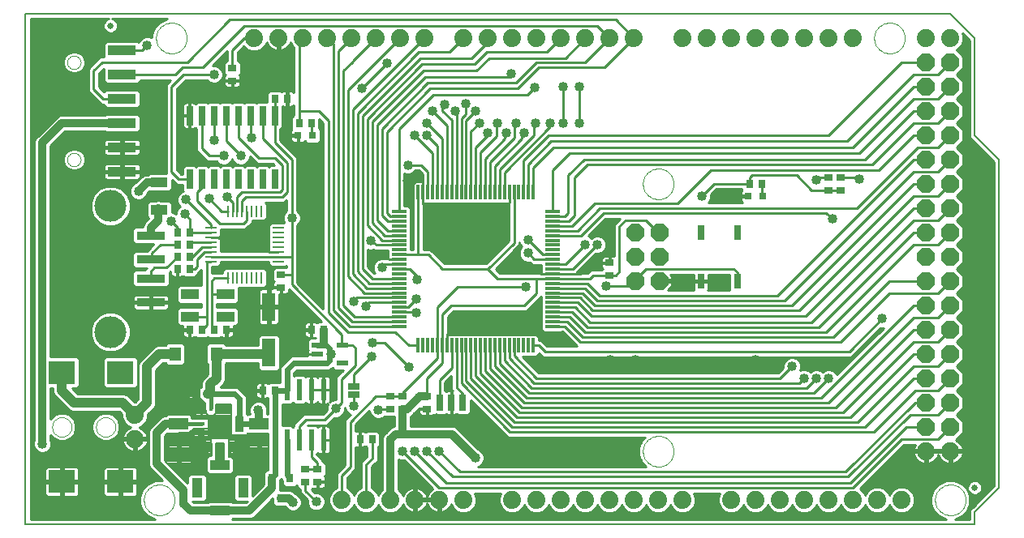
<source format=gtl>
G75*
G70*
%OFA0B0*%
%FSLAX24Y24*%
%IPPOS*%
%LPD*%
%AMOC8*
5,1,8,0,0,1.08239X$1,22.5*
%
%ADD10R,0.0591X0.0118*%
%ADD11R,0.0118X0.0591*%
%ADD12OC8,0.0740*%
%ADD13R,0.0276X0.0669*%
%ADD14C,0.0080*%
%ADD15C,0.0740*%
%ADD16C,0.0000*%
%ADD17R,0.1102X0.0945*%
%ADD18R,0.0276X0.0354*%
%ADD19R,0.0354X0.0276*%
%ADD20R,0.0300X0.0600*%
%ADD21R,0.0315X0.0315*%
%ADD22R,0.0472X0.0217*%
%ADD23R,0.1181X0.0394*%
%ADD24R,0.0500X0.0250*%
%ADD25R,0.0500X0.0579*%
%ADD26R,0.0240X0.0870*%
%ADD27R,0.0315X0.0354*%
%ADD28R,0.0787X0.0472*%
%ADD29R,0.0433X0.0787*%
%ADD30R,0.0787X0.0433*%
%ADD31R,0.0551X0.1181*%
%ADD32R,0.0709X0.0394*%
%ADD33C,0.1310*%
%ADD34R,0.1181X0.0354*%
%ADD35R,0.0748X0.0433*%
%ADD36R,0.0260X0.0800*%
%ADD37R,0.0315X0.0138*%
%ADD38R,0.0138X0.0315*%
%ADD39R,0.0984X0.0984*%
%ADD40R,0.0450X0.0100*%
%ADD41R,0.0100X0.0450*%
%ADD42C,0.0250*%
%ADD43C,0.0100*%
%ADD44C,0.0400*%
%ADD45C,0.0400*%
%ADD46C,0.0240*%
%ADD47C,0.0160*%
%ADD48C,0.0320*%
D10*
X016330Y008638D03*
X016330Y008835D03*
X016330Y009031D03*
X016330Y009228D03*
X016330Y009425D03*
X016330Y009622D03*
X016330Y009819D03*
X016330Y010016D03*
X016330Y010213D03*
X016330Y010409D03*
X016330Y010606D03*
X016330Y010803D03*
X016330Y011000D03*
X016330Y011197D03*
X016330Y011394D03*
X016330Y011591D03*
X016330Y011787D03*
X016330Y011984D03*
X016330Y012181D03*
X016330Y012378D03*
X016330Y012575D03*
X016330Y012772D03*
X016330Y012969D03*
X016330Y013165D03*
X016330Y013362D03*
X022629Y013362D03*
X022629Y013165D03*
X022629Y012969D03*
X022629Y012772D03*
X022629Y012575D03*
X022629Y012378D03*
X022629Y012181D03*
X022629Y011984D03*
X022629Y011787D03*
X022629Y011591D03*
X022629Y011394D03*
X022629Y011197D03*
X022629Y011000D03*
X022629Y010803D03*
X022629Y010606D03*
X022629Y010409D03*
X022629Y010213D03*
X022629Y010016D03*
X022629Y009819D03*
X022629Y009622D03*
X022629Y009425D03*
X022629Y009228D03*
X022629Y009031D03*
X022629Y008835D03*
X022629Y008638D03*
D11*
X021842Y007850D03*
X021645Y007850D03*
X021448Y007850D03*
X021251Y007850D03*
X021054Y007850D03*
X020857Y007850D03*
X020660Y007850D03*
X020464Y007850D03*
X020267Y007850D03*
X020070Y007850D03*
X019873Y007850D03*
X019676Y007850D03*
X019479Y007850D03*
X019282Y007850D03*
X019086Y007850D03*
X018889Y007850D03*
X018692Y007850D03*
X018495Y007850D03*
X018298Y007850D03*
X018101Y007850D03*
X017905Y007850D03*
X017708Y007850D03*
X017511Y007850D03*
X017314Y007850D03*
X017117Y007850D03*
X017117Y014150D03*
X017314Y014150D03*
X017511Y014150D03*
X017708Y014150D03*
X017905Y014150D03*
X018101Y014150D03*
X018298Y014150D03*
X018495Y014150D03*
X018692Y014150D03*
X018889Y014150D03*
X019086Y014150D03*
X019282Y014150D03*
X019479Y014150D03*
X019676Y014150D03*
X019873Y014150D03*
X020070Y014150D03*
X020267Y014150D03*
X020464Y014150D03*
X020660Y014150D03*
X020857Y014150D03*
X021054Y014150D03*
X021251Y014150D03*
X021448Y014150D03*
X021645Y014150D03*
X021842Y014150D03*
D12*
X026029Y012500D03*
X027029Y012500D03*
X027029Y011500D03*
X026029Y011500D03*
X026029Y010500D03*
X027029Y010500D03*
X037979Y010500D03*
X038979Y010500D03*
X038979Y009500D03*
X037979Y009500D03*
X037979Y008500D03*
X038979Y008500D03*
X038979Y007500D03*
X037979Y007500D03*
X037979Y006500D03*
X038979Y006500D03*
X038979Y005500D03*
X037979Y005500D03*
X037979Y004500D03*
X038979Y004500D03*
X038979Y011500D03*
X037979Y011500D03*
X037979Y012500D03*
X038979Y012500D03*
X038979Y013500D03*
X037979Y013500D03*
X037979Y014500D03*
X038979Y014500D03*
X038979Y015500D03*
X037979Y015500D03*
X037979Y016500D03*
X038979Y016500D03*
X038979Y017500D03*
X037979Y017500D03*
X037979Y018500D03*
X038979Y018500D03*
X038979Y019500D03*
X037979Y019500D03*
D13*
X018952Y005500D03*
X018479Y005500D03*
X018007Y005500D03*
D14*
X000979Y000500D02*
X000979Y021500D01*
X038979Y021500D01*
X039979Y020500D01*
X039979Y016500D01*
X040979Y015500D01*
X040979Y002000D01*
X039979Y001000D01*
X039979Y000500D01*
X000979Y000500D01*
X006739Y003070D02*
X006949Y002860D01*
X008079Y002860D01*
X008519Y003300D01*
X008619Y003300D01*
X008619Y004310D01*
X008539Y004430D01*
X008277Y004430D01*
X008275Y004428D01*
X007897Y004428D01*
X007719Y004250D01*
X007319Y004250D01*
X006739Y003670D01*
X006739Y003070D01*
X006739Y003091D02*
X008310Y003091D01*
X008388Y003169D02*
X006739Y003169D01*
X006739Y003248D02*
X008467Y003248D01*
X008619Y003326D02*
X006739Y003326D01*
X006739Y003405D02*
X008619Y003405D01*
X008619Y003483D02*
X006739Y003483D01*
X006739Y003562D02*
X008619Y003562D01*
X008619Y003640D02*
X006739Y003640D01*
X006788Y003719D02*
X008619Y003719D01*
X008619Y003797D02*
X006866Y003797D01*
X006945Y003876D02*
X008619Y003876D01*
X008619Y003954D02*
X007023Y003954D01*
X007102Y004033D02*
X008619Y004033D01*
X008619Y004111D02*
X007180Y004111D01*
X007259Y004190D02*
X008619Y004190D01*
X008619Y004268D02*
X007737Y004268D01*
X007816Y004347D02*
X008595Y004347D01*
X008543Y004425D02*
X007894Y004425D01*
X007829Y004830D02*
X007793Y004866D01*
X007793Y004916D01*
X007789Y004920D01*
X007789Y005280D01*
X007569Y005500D01*
X007569Y006200D01*
X007629Y006260D01*
X008029Y006260D01*
X008129Y006160D01*
X008129Y005710D01*
X008379Y005460D01*
X008379Y005100D01*
X008549Y004930D01*
X008549Y004830D01*
X007829Y004830D01*
X007793Y004896D02*
X008549Y004896D01*
X008505Y004975D02*
X007789Y004975D01*
X007789Y005053D02*
X008426Y005053D01*
X008379Y005132D02*
X007789Y005132D01*
X007789Y005210D02*
X008379Y005210D01*
X008379Y005289D02*
X007781Y005289D01*
X007702Y005367D02*
X008379Y005367D01*
X008379Y005446D02*
X007624Y005446D01*
X007569Y005524D02*
X008315Y005524D01*
X008237Y005603D02*
X007569Y005603D01*
X007569Y005681D02*
X008158Y005681D01*
X008129Y005760D02*
X007569Y005760D01*
X007569Y005838D02*
X008129Y005838D01*
X008129Y005917D02*
X007569Y005917D01*
X007569Y005995D02*
X008129Y005995D01*
X008129Y006074D02*
X007569Y006074D01*
X007569Y006152D02*
X008129Y006152D01*
X008059Y006231D02*
X007600Y006231D01*
X008799Y005430D02*
X009429Y005430D01*
X009429Y004930D01*
X009209Y004710D01*
X008759Y004710D01*
X008709Y004760D01*
X008709Y004980D01*
X008799Y005070D01*
X008799Y005430D01*
X008799Y005367D02*
X009429Y005367D01*
X009429Y005289D02*
X008799Y005289D01*
X008799Y005210D02*
X009429Y005210D01*
X009429Y005132D02*
X008799Y005132D01*
X008782Y005053D02*
X009429Y005053D01*
X009429Y004975D02*
X008709Y004975D01*
X008709Y004896D02*
X009395Y004896D01*
X009317Y004818D02*
X008709Y004818D01*
X008730Y004739D02*
X009238Y004739D01*
X009639Y004739D02*
X009899Y004739D01*
X009899Y004661D02*
X009639Y004661D01*
X009639Y004582D02*
X009899Y004582D01*
X009899Y004504D02*
X009639Y004504D01*
X009639Y004425D02*
X009899Y004425D01*
X009899Y004347D02*
X009639Y004347D01*
X009639Y004340D02*
X009639Y004940D01*
X009899Y004940D01*
X009899Y004340D01*
X009639Y004340D01*
X009329Y004160D02*
X010819Y004170D01*
X010969Y004020D01*
X010979Y003040D01*
X009669Y003040D01*
X009429Y003280D01*
X009424Y003280D01*
X009423Y003281D01*
X009349Y003281D01*
X009329Y003320D01*
X009329Y004160D01*
X009329Y004111D02*
X010878Y004111D01*
X010957Y004033D02*
X009329Y004033D01*
X009329Y003954D02*
X010970Y003954D01*
X010971Y003876D02*
X009329Y003876D01*
X009329Y003797D02*
X010972Y003797D01*
X010972Y003719D02*
X009329Y003719D01*
X009329Y003640D02*
X010973Y003640D01*
X010974Y003562D02*
X009329Y003562D01*
X009329Y003483D02*
X010975Y003483D01*
X010976Y003405D02*
X009329Y003405D01*
X009329Y003326D02*
X010976Y003326D01*
X010977Y003248D02*
X009462Y003248D01*
X009540Y003169D02*
X010978Y003169D01*
X010979Y003091D02*
X009619Y003091D01*
X009159Y003110D02*
X008809Y003110D01*
X008809Y003840D01*
X009149Y003840D01*
X009149Y003130D01*
X009159Y003120D01*
X009159Y003110D01*
X009149Y003169D02*
X008809Y003169D01*
X008809Y003248D02*
X009149Y003248D01*
X009149Y003326D02*
X008809Y003326D01*
X008809Y003405D02*
X009149Y003405D01*
X009149Y003483D02*
X008809Y003483D01*
X008809Y003562D02*
X009149Y003562D01*
X009149Y003640D02*
X008809Y003640D01*
X008809Y003719D02*
X009149Y003719D01*
X009149Y003797D02*
X008809Y003797D01*
X008231Y003012D02*
X006797Y003012D01*
X006876Y002934D02*
X008153Y002934D01*
X009639Y004818D02*
X009899Y004818D01*
X009899Y004896D02*
X009639Y004896D01*
X013235Y007964D02*
X013325Y007874D01*
X017999Y005508D02*
X018007Y005500D01*
D15*
X017979Y001500D03*
X016979Y001500D03*
X015979Y001500D03*
X014979Y001500D03*
X013979Y001500D03*
X018979Y001500D03*
X020979Y001500D03*
X021979Y001500D03*
X022979Y001500D03*
X023979Y001500D03*
X024979Y001500D03*
X025979Y001500D03*
X026979Y001500D03*
X027979Y001500D03*
X029979Y001500D03*
X030979Y001500D03*
X031979Y001500D03*
X032979Y001500D03*
X033979Y001500D03*
X034979Y001500D03*
X035979Y001500D03*
X036979Y001500D03*
X037979Y003500D03*
X038979Y003500D03*
X038979Y020500D03*
X037979Y020500D03*
X034979Y020500D03*
X033979Y020500D03*
X032979Y020500D03*
X031979Y020500D03*
X030979Y020500D03*
X029979Y020500D03*
X028979Y020500D03*
X027979Y020500D03*
X025979Y020500D03*
X024979Y020500D03*
X023979Y020500D03*
X022979Y020500D03*
X021979Y020500D03*
X020979Y020500D03*
X019979Y020500D03*
X018979Y020500D03*
X017379Y020500D03*
X016379Y020500D03*
X015379Y020500D03*
X014379Y020500D03*
X013379Y020500D03*
X012379Y020500D03*
X011379Y020500D03*
X010379Y020500D03*
X005479Y005000D03*
X005479Y004000D03*
D16*
X003879Y004500D02*
X003881Y004540D01*
X003887Y004579D01*
X003897Y004618D01*
X003910Y004655D01*
X003928Y004691D01*
X003949Y004725D01*
X003973Y004757D01*
X004000Y004786D01*
X004030Y004813D01*
X004062Y004836D01*
X004097Y004856D01*
X004133Y004872D01*
X004171Y004885D01*
X004210Y004894D01*
X004249Y004899D01*
X004289Y004900D01*
X004329Y004897D01*
X004368Y004890D01*
X004406Y004879D01*
X004444Y004865D01*
X004479Y004846D01*
X004512Y004825D01*
X004544Y004800D01*
X004572Y004772D01*
X004598Y004742D01*
X004620Y004709D01*
X004639Y004674D01*
X004655Y004637D01*
X004667Y004599D01*
X004675Y004560D01*
X004679Y004520D01*
X004679Y004480D01*
X004675Y004440D01*
X004667Y004401D01*
X004655Y004363D01*
X004639Y004326D01*
X004620Y004291D01*
X004598Y004258D01*
X004572Y004228D01*
X004544Y004200D01*
X004512Y004175D01*
X004479Y004154D01*
X004444Y004135D01*
X004406Y004121D01*
X004368Y004110D01*
X004329Y004103D01*
X004289Y004100D01*
X004249Y004101D01*
X004210Y004106D01*
X004171Y004115D01*
X004133Y004128D01*
X004097Y004144D01*
X004062Y004164D01*
X004030Y004187D01*
X004000Y004214D01*
X003973Y004243D01*
X003949Y004275D01*
X003928Y004309D01*
X003910Y004345D01*
X003897Y004382D01*
X003887Y004421D01*
X003881Y004460D01*
X003879Y004500D01*
X002079Y004500D02*
X002081Y004540D01*
X002087Y004579D01*
X002097Y004618D01*
X002110Y004655D01*
X002128Y004691D01*
X002149Y004725D01*
X002173Y004757D01*
X002200Y004786D01*
X002230Y004813D01*
X002262Y004836D01*
X002297Y004856D01*
X002333Y004872D01*
X002371Y004885D01*
X002410Y004894D01*
X002449Y004899D01*
X002489Y004900D01*
X002529Y004897D01*
X002568Y004890D01*
X002606Y004879D01*
X002644Y004865D01*
X002679Y004846D01*
X002712Y004825D01*
X002744Y004800D01*
X002772Y004772D01*
X002798Y004742D01*
X002820Y004709D01*
X002839Y004674D01*
X002855Y004637D01*
X002867Y004599D01*
X002875Y004560D01*
X002879Y004520D01*
X002879Y004480D01*
X002875Y004440D01*
X002867Y004401D01*
X002855Y004363D01*
X002839Y004326D01*
X002820Y004291D01*
X002798Y004258D01*
X002772Y004228D01*
X002744Y004200D01*
X002712Y004175D01*
X002679Y004154D01*
X002644Y004135D01*
X002606Y004121D01*
X002568Y004110D01*
X002529Y004103D01*
X002489Y004100D01*
X002449Y004101D01*
X002410Y004106D01*
X002371Y004115D01*
X002333Y004128D01*
X002297Y004144D01*
X002262Y004164D01*
X002230Y004187D01*
X002200Y004214D01*
X002173Y004243D01*
X002149Y004275D01*
X002128Y004309D01*
X002110Y004345D01*
X002097Y004382D01*
X002087Y004421D01*
X002081Y004460D01*
X002079Y004500D01*
X005849Y001500D02*
X005851Y001550D01*
X005857Y001600D01*
X005867Y001649D01*
X005881Y001697D01*
X005898Y001744D01*
X005919Y001789D01*
X005944Y001833D01*
X005972Y001874D01*
X006004Y001913D01*
X006038Y001950D01*
X006075Y001984D01*
X006115Y002014D01*
X006157Y002041D01*
X006201Y002065D01*
X006247Y002086D01*
X006294Y002102D01*
X006342Y002115D01*
X006392Y002124D01*
X006441Y002129D01*
X006492Y002130D01*
X006542Y002127D01*
X006591Y002120D01*
X006640Y002109D01*
X006688Y002094D01*
X006734Y002076D01*
X006779Y002054D01*
X006822Y002028D01*
X006863Y001999D01*
X006902Y001967D01*
X006938Y001932D01*
X006970Y001894D01*
X007000Y001854D01*
X007027Y001811D01*
X007050Y001767D01*
X007069Y001721D01*
X007085Y001673D01*
X007097Y001624D01*
X007105Y001575D01*
X007109Y001525D01*
X007109Y001475D01*
X007105Y001425D01*
X007097Y001376D01*
X007085Y001327D01*
X007069Y001279D01*
X007050Y001233D01*
X007027Y001189D01*
X007000Y001146D01*
X006970Y001106D01*
X006938Y001068D01*
X006902Y001033D01*
X006863Y001001D01*
X006822Y000972D01*
X006779Y000946D01*
X006734Y000924D01*
X006688Y000906D01*
X006640Y000891D01*
X006591Y000880D01*
X006542Y000873D01*
X006492Y000870D01*
X006441Y000871D01*
X006392Y000876D01*
X006342Y000885D01*
X006294Y000898D01*
X006247Y000914D01*
X006201Y000935D01*
X006157Y000959D01*
X006115Y000986D01*
X006075Y001016D01*
X006038Y001050D01*
X006004Y001087D01*
X005972Y001126D01*
X005944Y001167D01*
X005919Y001211D01*
X005898Y001256D01*
X005881Y001303D01*
X005867Y001351D01*
X005857Y001400D01*
X005851Y001450D01*
X005849Y001500D01*
X026349Y003500D02*
X026351Y003550D01*
X026357Y003600D01*
X026367Y003649D01*
X026381Y003697D01*
X026398Y003744D01*
X026419Y003789D01*
X026444Y003833D01*
X026472Y003874D01*
X026504Y003913D01*
X026538Y003950D01*
X026575Y003984D01*
X026615Y004014D01*
X026657Y004041D01*
X026701Y004065D01*
X026747Y004086D01*
X026794Y004102D01*
X026842Y004115D01*
X026892Y004124D01*
X026941Y004129D01*
X026992Y004130D01*
X027042Y004127D01*
X027091Y004120D01*
X027140Y004109D01*
X027188Y004094D01*
X027234Y004076D01*
X027279Y004054D01*
X027322Y004028D01*
X027363Y003999D01*
X027402Y003967D01*
X027438Y003932D01*
X027470Y003894D01*
X027500Y003854D01*
X027527Y003811D01*
X027550Y003767D01*
X027569Y003721D01*
X027585Y003673D01*
X027597Y003624D01*
X027605Y003575D01*
X027609Y003525D01*
X027609Y003475D01*
X027605Y003425D01*
X027597Y003376D01*
X027585Y003327D01*
X027569Y003279D01*
X027550Y003233D01*
X027527Y003189D01*
X027500Y003146D01*
X027470Y003106D01*
X027438Y003068D01*
X027402Y003033D01*
X027363Y003001D01*
X027322Y002972D01*
X027279Y002946D01*
X027234Y002924D01*
X027188Y002906D01*
X027140Y002891D01*
X027091Y002880D01*
X027042Y002873D01*
X026992Y002870D01*
X026941Y002871D01*
X026892Y002876D01*
X026842Y002885D01*
X026794Y002898D01*
X026747Y002914D01*
X026701Y002935D01*
X026657Y002959D01*
X026615Y002986D01*
X026575Y003016D01*
X026538Y003050D01*
X026504Y003087D01*
X026472Y003126D01*
X026444Y003167D01*
X026419Y003211D01*
X026398Y003256D01*
X026381Y003303D01*
X026367Y003351D01*
X026357Y003400D01*
X026351Y003450D01*
X026349Y003500D01*
X038349Y001500D02*
X038351Y001550D01*
X038357Y001600D01*
X038367Y001649D01*
X038381Y001697D01*
X038398Y001744D01*
X038419Y001789D01*
X038444Y001833D01*
X038472Y001874D01*
X038504Y001913D01*
X038538Y001950D01*
X038575Y001984D01*
X038615Y002014D01*
X038657Y002041D01*
X038701Y002065D01*
X038747Y002086D01*
X038794Y002102D01*
X038842Y002115D01*
X038892Y002124D01*
X038941Y002129D01*
X038992Y002130D01*
X039042Y002127D01*
X039091Y002120D01*
X039140Y002109D01*
X039188Y002094D01*
X039234Y002076D01*
X039279Y002054D01*
X039322Y002028D01*
X039363Y001999D01*
X039402Y001967D01*
X039438Y001932D01*
X039470Y001894D01*
X039500Y001854D01*
X039527Y001811D01*
X039550Y001767D01*
X039569Y001721D01*
X039585Y001673D01*
X039597Y001624D01*
X039605Y001575D01*
X039609Y001525D01*
X039609Y001475D01*
X039605Y001425D01*
X039597Y001376D01*
X039585Y001327D01*
X039569Y001279D01*
X039550Y001233D01*
X039527Y001189D01*
X039500Y001146D01*
X039470Y001106D01*
X039438Y001068D01*
X039402Y001033D01*
X039363Y001001D01*
X039322Y000972D01*
X039279Y000946D01*
X039234Y000924D01*
X039188Y000906D01*
X039140Y000891D01*
X039091Y000880D01*
X039042Y000873D01*
X038992Y000870D01*
X038941Y000871D01*
X038892Y000876D01*
X038842Y000885D01*
X038794Y000898D01*
X038747Y000914D01*
X038701Y000935D01*
X038657Y000959D01*
X038615Y000986D01*
X038575Y001016D01*
X038538Y001050D01*
X038504Y001087D01*
X038472Y001126D01*
X038444Y001167D01*
X038419Y001211D01*
X038398Y001256D01*
X038381Y001303D01*
X038367Y001351D01*
X038357Y001400D01*
X038351Y001450D01*
X038349Y001500D01*
X026349Y014500D02*
X026351Y014550D01*
X026357Y014600D01*
X026367Y014649D01*
X026381Y014697D01*
X026398Y014744D01*
X026419Y014789D01*
X026444Y014833D01*
X026472Y014874D01*
X026504Y014913D01*
X026538Y014950D01*
X026575Y014984D01*
X026615Y015014D01*
X026657Y015041D01*
X026701Y015065D01*
X026747Y015086D01*
X026794Y015102D01*
X026842Y015115D01*
X026892Y015124D01*
X026941Y015129D01*
X026992Y015130D01*
X027042Y015127D01*
X027091Y015120D01*
X027140Y015109D01*
X027188Y015094D01*
X027234Y015076D01*
X027279Y015054D01*
X027322Y015028D01*
X027363Y014999D01*
X027402Y014967D01*
X027438Y014932D01*
X027470Y014894D01*
X027500Y014854D01*
X027527Y014811D01*
X027550Y014767D01*
X027569Y014721D01*
X027585Y014673D01*
X027597Y014624D01*
X027605Y014575D01*
X027609Y014525D01*
X027609Y014475D01*
X027605Y014425D01*
X027597Y014376D01*
X027585Y014327D01*
X027569Y014279D01*
X027550Y014233D01*
X027527Y014189D01*
X027500Y014146D01*
X027470Y014106D01*
X027438Y014068D01*
X027402Y014033D01*
X027363Y014001D01*
X027322Y013972D01*
X027279Y013946D01*
X027234Y013924D01*
X027188Y013906D01*
X027140Y013891D01*
X027091Y013880D01*
X027042Y013873D01*
X026992Y013870D01*
X026941Y013871D01*
X026892Y013876D01*
X026842Y013885D01*
X026794Y013898D01*
X026747Y013914D01*
X026701Y013935D01*
X026657Y013959D01*
X026615Y013986D01*
X026575Y014016D01*
X026538Y014050D01*
X026504Y014087D01*
X026472Y014126D01*
X026444Y014167D01*
X026419Y014211D01*
X026398Y014256D01*
X026381Y014303D01*
X026367Y014351D01*
X026357Y014400D01*
X026351Y014450D01*
X026349Y014500D01*
X035849Y020500D02*
X035851Y020550D01*
X035857Y020600D01*
X035867Y020649D01*
X035881Y020697D01*
X035898Y020744D01*
X035919Y020789D01*
X035944Y020833D01*
X035972Y020874D01*
X036004Y020913D01*
X036038Y020950D01*
X036075Y020984D01*
X036115Y021014D01*
X036157Y021041D01*
X036201Y021065D01*
X036247Y021086D01*
X036294Y021102D01*
X036342Y021115D01*
X036392Y021124D01*
X036441Y021129D01*
X036492Y021130D01*
X036542Y021127D01*
X036591Y021120D01*
X036640Y021109D01*
X036688Y021094D01*
X036734Y021076D01*
X036779Y021054D01*
X036822Y021028D01*
X036863Y020999D01*
X036902Y020967D01*
X036938Y020932D01*
X036970Y020894D01*
X037000Y020854D01*
X037027Y020811D01*
X037050Y020767D01*
X037069Y020721D01*
X037085Y020673D01*
X037097Y020624D01*
X037105Y020575D01*
X037109Y020525D01*
X037109Y020475D01*
X037105Y020425D01*
X037097Y020376D01*
X037085Y020327D01*
X037069Y020279D01*
X037050Y020233D01*
X037027Y020189D01*
X037000Y020146D01*
X036970Y020106D01*
X036938Y020068D01*
X036902Y020033D01*
X036863Y020001D01*
X036822Y019972D01*
X036779Y019946D01*
X036734Y019924D01*
X036688Y019906D01*
X036640Y019891D01*
X036591Y019880D01*
X036542Y019873D01*
X036492Y019870D01*
X036441Y019871D01*
X036392Y019876D01*
X036342Y019885D01*
X036294Y019898D01*
X036247Y019914D01*
X036201Y019935D01*
X036157Y019959D01*
X036115Y019986D01*
X036075Y020016D01*
X036038Y020050D01*
X036004Y020087D01*
X035972Y020126D01*
X035944Y020167D01*
X035919Y020211D01*
X035898Y020256D01*
X035881Y020303D01*
X035867Y020351D01*
X035857Y020400D01*
X035851Y020450D01*
X035849Y020500D01*
X006349Y020500D02*
X006351Y020550D01*
X006357Y020600D01*
X006367Y020649D01*
X006381Y020697D01*
X006398Y020744D01*
X006419Y020789D01*
X006444Y020833D01*
X006472Y020874D01*
X006504Y020913D01*
X006538Y020950D01*
X006575Y020984D01*
X006615Y021014D01*
X006657Y021041D01*
X006701Y021065D01*
X006747Y021086D01*
X006794Y021102D01*
X006842Y021115D01*
X006892Y021124D01*
X006941Y021129D01*
X006992Y021130D01*
X007042Y021127D01*
X007091Y021120D01*
X007140Y021109D01*
X007188Y021094D01*
X007234Y021076D01*
X007279Y021054D01*
X007322Y021028D01*
X007363Y020999D01*
X007402Y020967D01*
X007438Y020932D01*
X007470Y020894D01*
X007500Y020854D01*
X007527Y020811D01*
X007550Y020767D01*
X007569Y020721D01*
X007585Y020673D01*
X007597Y020624D01*
X007605Y020575D01*
X007609Y020525D01*
X007609Y020475D01*
X007605Y020425D01*
X007597Y020376D01*
X007585Y020327D01*
X007569Y020279D01*
X007550Y020233D01*
X007527Y020189D01*
X007500Y020146D01*
X007470Y020106D01*
X007438Y020068D01*
X007402Y020033D01*
X007363Y020001D01*
X007322Y019972D01*
X007279Y019946D01*
X007234Y019924D01*
X007188Y019906D01*
X007140Y019891D01*
X007091Y019880D01*
X007042Y019873D01*
X006992Y019870D01*
X006941Y019871D01*
X006892Y019876D01*
X006842Y019885D01*
X006794Y019898D01*
X006747Y019914D01*
X006701Y019935D01*
X006657Y019959D01*
X006615Y019986D01*
X006575Y020016D01*
X006538Y020050D01*
X006504Y020087D01*
X006472Y020126D01*
X006444Y020167D01*
X006419Y020211D01*
X006398Y020256D01*
X006381Y020303D01*
X006367Y020351D01*
X006357Y020400D01*
X006351Y020450D01*
X006349Y020500D01*
X002703Y019500D02*
X002705Y019533D01*
X002711Y019565D01*
X002720Y019596D01*
X002733Y019626D01*
X002750Y019654D01*
X002770Y019680D01*
X002793Y019704D01*
X002818Y019724D01*
X002846Y019742D01*
X002875Y019756D01*
X002906Y019766D01*
X002938Y019773D01*
X002971Y019776D01*
X003004Y019775D01*
X003036Y019770D01*
X003067Y019761D01*
X003098Y019749D01*
X003126Y019733D01*
X003153Y019714D01*
X003177Y019692D01*
X003198Y019667D01*
X003217Y019640D01*
X003232Y019611D01*
X003243Y019581D01*
X003251Y019549D01*
X003255Y019516D01*
X003255Y019484D01*
X003251Y019451D01*
X003243Y019419D01*
X003232Y019389D01*
X003217Y019360D01*
X003198Y019333D01*
X003177Y019308D01*
X003153Y019286D01*
X003126Y019267D01*
X003098Y019251D01*
X003067Y019239D01*
X003036Y019230D01*
X003004Y019225D01*
X002971Y019224D01*
X002938Y019227D01*
X002906Y019234D01*
X002875Y019244D01*
X002846Y019258D01*
X002818Y019276D01*
X002793Y019296D01*
X002770Y019320D01*
X002750Y019346D01*
X002733Y019374D01*
X002720Y019404D01*
X002711Y019435D01*
X002705Y019467D01*
X002703Y019500D01*
X002703Y015500D02*
X002705Y015533D01*
X002711Y015565D01*
X002720Y015596D01*
X002733Y015626D01*
X002750Y015654D01*
X002770Y015680D01*
X002793Y015704D01*
X002818Y015724D01*
X002846Y015742D01*
X002875Y015756D01*
X002906Y015766D01*
X002938Y015773D01*
X002971Y015776D01*
X003004Y015775D01*
X003036Y015770D01*
X003067Y015761D01*
X003098Y015749D01*
X003126Y015733D01*
X003153Y015714D01*
X003177Y015692D01*
X003198Y015667D01*
X003217Y015640D01*
X003232Y015611D01*
X003243Y015581D01*
X003251Y015549D01*
X003255Y015516D01*
X003255Y015484D01*
X003251Y015451D01*
X003243Y015419D01*
X003232Y015389D01*
X003217Y015360D01*
X003198Y015333D01*
X003177Y015308D01*
X003153Y015286D01*
X003126Y015267D01*
X003098Y015251D01*
X003067Y015239D01*
X003036Y015230D01*
X003004Y015225D01*
X002971Y015224D01*
X002938Y015227D01*
X002906Y015234D01*
X002875Y015244D01*
X002846Y015258D01*
X002818Y015276D01*
X002793Y015296D01*
X002770Y015320D01*
X002750Y015346D01*
X002733Y015374D01*
X002720Y015404D01*
X002711Y015435D01*
X002705Y015467D01*
X002703Y015500D01*
D17*
X002479Y006744D03*
X004881Y006744D03*
X004881Y002256D03*
X002479Y002256D03*
D18*
X007973Y005850D03*
X008485Y005850D03*
X010723Y006000D03*
X011235Y006000D03*
X014723Y004000D03*
X015235Y004000D03*
X013235Y008500D03*
X012723Y008500D03*
X009235Y008500D03*
X008723Y008500D03*
X008235Y008500D03*
X007723Y008500D03*
X007735Y011000D03*
X007223Y011000D03*
X007223Y011500D03*
X007735Y011500D03*
X007735Y012000D03*
X007223Y012000D03*
X007223Y012500D03*
X007735Y012500D03*
X012223Y017000D03*
X012735Y017000D03*
X011735Y018000D03*
X011223Y018000D03*
X030723Y014500D03*
X031235Y014500D03*
D19*
X033979Y014244D03*
X034479Y014244D03*
X034479Y014756D03*
X033979Y014756D03*
X024979Y011256D03*
X024979Y010744D03*
X017479Y005756D03*
X017479Y005244D03*
X016479Y005244D03*
X015979Y005244D03*
X015979Y005756D03*
X016479Y005756D03*
X012979Y002756D03*
X012479Y002756D03*
X012479Y002244D03*
X012979Y002244D03*
X011479Y010244D03*
X011479Y010756D03*
X009479Y018744D03*
X009479Y019256D03*
D20*
X028729Y012500D03*
X030229Y012500D03*
X030229Y010500D03*
X028729Y010500D03*
D21*
X030684Y014000D03*
X031275Y014000D03*
X012775Y016500D03*
X012184Y016500D03*
D22*
X012967Y007874D03*
X012967Y007500D03*
X012967Y007126D03*
X013991Y007126D03*
X013991Y007874D03*
D23*
X004948Y015000D03*
X004948Y016000D03*
X004948Y017000D03*
X004948Y018000D03*
X004948Y019000D03*
X004948Y020000D03*
D24*
X014479Y006162D03*
X014479Y005838D03*
D25*
X008826Y007500D03*
X007133Y007500D03*
D26*
X011729Y006030D03*
X012229Y006030D03*
X012729Y006030D03*
X013229Y006030D03*
X013229Y003970D03*
X012729Y003970D03*
X012229Y003970D03*
X011729Y003970D03*
D27*
X011853Y002394D03*
X011105Y002394D03*
X011479Y001567D03*
D28*
X010579Y003370D03*
X010579Y004630D03*
X007279Y004630D03*
X007279Y003370D03*
D29*
X008034Y002000D03*
X009924Y002000D03*
D30*
X008979Y001055D03*
X008979Y002945D03*
D31*
X010979Y007555D03*
X010979Y009445D03*
D32*
X006479Y013449D03*
X006479Y014551D03*
D33*
X004479Y013585D03*
X004479Y008415D03*
D34*
X006138Y009622D03*
X006138Y010606D03*
X006138Y011394D03*
X006138Y012378D03*
D35*
X007751Y009953D03*
X007751Y009047D03*
X009208Y009047D03*
X009208Y009953D03*
D36*
X009229Y014695D03*
X008729Y014695D03*
X008229Y014695D03*
X007729Y014695D03*
X009729Y014695D03*
X010229Y014695D03*
X010729Y014695D03*
X011229Y014695D03*
X011229Y017305D03*
X010729Y017305D03*
X010229Y017305D03*
X009729Y017305D03*
X009229Y017305D03*
X008729Y017305D03*
X008229Y017305D03*
X007729Y017305D03*
D37*
X008192Y004884D03*
X008192Y004628D03*
X008192Y004372D03*
X008192Y004116D03*
X009767Y004116D03*
X009767Y004372D03*
X009767Y004628D03*
X009767Y004884D03*
D38*
X009363Y005287D03*
X009107Y005287D03*
X008851Y005287D03*
X008595Y005287D03*
X008595Y003713D03*
X008851Y003713D03*
X009107Y003713D03*
X009363Y003713D03*
D39*
X008979Y004500D03*
D40*
X008601Y011311D03*
X008601Y011508D03*
X008601Y011705D03*
X008601Y011902D03*
X008601Y012098D03*
X008601Y012295D03*
X008601Y012492D03*
X008601Y012689D03*
X011357Y012689D03*
X011357Y012492D03*
X011357Y012295D03*
X011357Y012098D03*
X011357Y011902D03*
X011357Y011705D03*
X011357Y011508D03*
X011357Y011311D03*
D41*
X010668Y010622D03*
X010471Y010622D03*
X010275Y010622D03*
X010078Y010622D03*
X009881Y010622D03*
X009684Y010622D03*
X009487Y010622D03*
X009290Y010622D03*
X009290Y013378D03*
X009487Y013378D03*
X009684Y013378D03*
X009881Y013378D03*
X010078Y013378D03*
X010275Y013378D03*
X010471Y013378D03*
X010668Y013378D03*
D42*
X004479Y021000D03*
X039979Y002000D03*
D43*
X039710Y001879D02*
X039688Y001879D01*
X039729Y001833D02*
X039812Y001750D01*
X039921Y001705D01*
X040038Y001705D01*
X040146Y001750D01*
X040229Y001833D01*
X040274Y001941D01*
X040274Y002059D01*
X040229Y002167D01*
X040146Y002250D01*
X040038Y002295D01*
X039921Y002295D01*
X039812Y002250D01*
X039729Y002167D01*
X039684Y002059D01*
X039684Y001941D01*
X039729Y001833D01*
X039729Y001781D02*
X039782Y001781D01*
X039770Y001682D02*
X040364Y001682D01*
X040266Y001584D02*
X039779Y001584D01*
X039779Y001659D02*
X039657Y001953D01*
X039432Y002178D01*
X039138Y002300D01*
X038820Y002300D01*
X038526Y002178D01*
X038301Y001953D01*
X038179Y001659D01*
X038179Y001341D01*
X038301Y001047D01*
X038526Y000822D01*
X038796Y000710D01*
X009485Y000710D01*
X009500Y000725D01*
X010240Y000725D01*
X010361Y000775D01*
X011149Y001563D01*
X011149Y001501D01*
X011152Y001495D01*
X011152Y001319D01*
X011251Y001220D01*
X011644Y001220D01*
X011656Y001190D01*
X011760Y001086D01*
X011896Y001030D01*
X012043Y001030D01*
X012179Y001086D01*
X012283Y001190D01*
X012339Y001326D01*
X012339Y001474D01*
X012283Y001610D01*
X012179Y001714D01*
X012082Y001754D01*
X011989Y001847D01*
X011868Y001897D01*
X011724Y001897D01*
X011707Y001914D01*
X011433Y001914D01*
X011435Y001920D01*
X011435Y002314D01*
X011481Y002359D01*
X011483Y002353D01*
X011526Y002311D01*
X011526Y002146D01*
X011625Y002047D01*
X012081Y002047D01*
X012132Y002097D01*
X012132Y002036D01*
X012232Y001936D01*
X012259Y001936D01*
X012259Y001789D01*
X012559Y001489D01*
X012559Y001356D01*
X012616Y001220D01*
X012720Y001116D01*
X012856Y001060D01*
X013003Y001060D01*
X013139Y001116D01*
X013243Y001220D01*
X013299Y001356D01*
X013299Y001504D01*
X013243Y001640D01*
X013139Y001744D01*
X013003Y001800D01*
X012870Y001800D01*
X012731Y001940D01*
X012754Y001964D01*
X012782Y001956D01*
X012960Y001956D01*
X012960Y002225D01*
X012998Y002225D01*
X012998Y001956D01*
X013176Y001956D01*
X013214Y001967D01*
X013249Y001986D01*
X013277Y002014D01*
X013296Y002048D01*
X013306Y002087D01*
X013306Y002225D01*
X012998Y002225D01*
X012998Y002263D01*
X013306Y002263D01*
X013306Y002402D01*
X013296Y002440D01*
X013277Y002474D01*
X013265Y002486D01*
X013326Y002548D01*
X013326Y002964D01*
X013227Y003064D01*
X013189Y003064D01*
X013189Y003121D01*
X013060Y003250D01*
X012949Y003361D01*
X012949Y003395D01*
X012993Y003439D01*
X013017Y003415D01*
X013051Y003395D01*
X013090Y003385D01*
X013219Y003385D01*
X013219Y003960D01*
X013239Y003960D01*
X013239Y003385D01*
X013369Y003385D01*
X013407Y003395D01*
X013441Y003415D01*
X013469Y003443D01*
X013489Y003477D01*
X013499Y003515D01*
X013499Y003960D01*
X013239Y003960D01*
X013239Y003980D01*
X013219Y003980D01*
X013219Y004555D01*
X013090Y004555D01*
X013051Y004545D01*
X013017Y004525D01*
X012993Y004501D01*
X012920Y004575D01*
X012585Y004575D01*
X012590Y004580D01*
X013370Y004580D01*
X013670Y004880D01*
X013803Y004880D01*
X013939Y004936D01*
X014043Y005040D01*
X014099Y005176D01*
X014099Y005309D01*
X014099Y005276D01*
X014156Y005140D01*
X014260Y005036D01*
X014327Y005009D01*
X014109Y004791D01*
X014109Y002941D01*
X013888Y002720D01*
X013759Y002591D01*
X013759Y001993D01*
X013673Y001958D01*
X013522Y001806D01*
X013439Y001607D01*
X013439Y001393D01*
X013522Y001194D01*
X013673Y001042D01*
X013872Y000960D01*
X014087Y000960D01*
X014285Y001042D01*
X014437Y001194D01*
X014479Y001296D01*
X014522Y001194D01*
X014673Y001042D01*
X014872Y000960D01*
X015087Y000960D01*
X015285Y001042D01*
X015437Y001194D01*
X015479Y001296D01*
X015522Y001194D01*
X015673Y001042D01*
X015872Y000960D01*
X016087Y000960D01*
X016285Y001042D01*
X016437Y001194D01*
X016490Y001322D01*
X016497Y001300D01*
X016535Y001227D01*
X016583Y001161D01*
X016641Y001103D01*
X016707Y001055D01*
X016780Y001018D01*
X016858Y000993D01*
X016929Y000981D01*
X016929Y001450D01*
X017029Y001450D01*
X017029Y000981D01*
X017101Y000993D01*
X017179Y001018D01*
X017252Y001055D01*
X017318Y001103D01*
X017376Y001161D01*
X017424Y001227D01*
X017461Y001300D01*
X017479Y001356D01*
X017497Y001300D01*
X017535Y001227D01*
X017583Y001161D01*
X017641Y001103D01*
X017707Y001055D01*
X017780Y001018D01*
X017858Y000993D01*
X017929Y000981D01*
X017929Y001450D01*
X017461Y001450D01*
X017029Y001450D01*
X017029Y001550D01*
X016929Y001550D01*
X016929Y002019D01*
X016858Y002007D01*
X016780Y001982D01*
X016707Y001945D01*
X016641Y001897D01*
X016583Y001839D01*
X016535Y001773D01*
X016497Y001700D01*
X016490Y001678D01*
X016437Y001806D01*
X016309Y001934D01*
X016309Y003170D01*
X016406Y003130D01*
X016538Y003130D01*
X017718Y001950D01*
X017707Y001945D01*
X017641Y001897D01*
X017583Y001839D01*
X017535Y001773D01*
X017497Y001700D01*
X017479Y001644D01*
X017461Y001700D01*
X017424Y001773D01*
X017376Y001839D01*
X017318Y001897D01*
X017252Y001945D01*
X017179Y001982D01*
X017101Y002007D01*
X017029Y002019D01*
X017029Y001550D01*
X017929Y001550D01*
X017929Y001450D01*
X018029Y001450D01*
X018029Y000981D01*
X018101Y000993D01*
X018179Y001018D01*
X018252Y001055D01*
X018318Y001103D01*
X018376Y001161D01*
X018424Y001227D01*
X018461Y001300D01*
X018468Y001322D01*
X018522Y001194D01*
X018673Y001042D01*
X018872Y000960D01*
X019087Y000960D01*
X019285Y001042D01*
X019437Y001194D01*
X019519Y001393D01*
X019519Y001607D01*
X019448Y001780D01*
X020511Y001780D01*
X020439Y001607D01*
X020439Y001393D01*
X020522Y001194D01*
X020673Y001042D01*
X020872Y000960D01*
X021087Y000960D01*
X021285Y001042D01*
X021437Y001194D01*
X021479Y001296D01*
X021522Y001194D01*
X021673Y001042D01*
X021872Y000960D01*
X022087Y000960D01*
X022285Y001042D01*
X022437Y001194D01*
X022479Y001296D01*
X022522Y001194D01*
X022673Y001042D01*
X022872Y000960D01*
X023087Y000960D01*
X023285Y001042D01*
X023437Y001194D01*
X023479Y001296D01*
X023522Y001194D01*
X023673Y001042D01*
X023872Y000960D01*
X024087Y000960D01*
X024285Y001042D01*
X024437Y001194D01*
X024479Y001296D01*
X024522Y001194D01*
X024673Y001042D01*
X024872Y000960D01*
X025087Y000960D01*
X025285Y001042D01*
X025437Y001194D01*
X025479Y001296D01*
X025522Y001194D01*
X025673Y001042D01*
X025872Y000960D01*
X026087Y000960D01*
X026285Y001042D01*
X026437Y001194D01*
X026479Y001296D01*
X026522Y001194D01*
X026673Y001042D01*
X026872Y000960D01*
X027087Y000960D01*
X027285Y001042D01*
X027437Y001194D01*
X027479Y001296D01*
X027522Y001194D01*
X027673Y001042D01*
X027872Y000960D01*
X028087Y000960D01*
X028285Y001042D01*
X028437Y001194D01*
X028519Y001393D01*
X028519Y001607D01*
X028448Y001780D01*
X029511Y001780D01*
X029439Y001607D01*
X029439Y001393D01*
X029522Y001194D01*
X029673Y001042D01*
X029872Y000960D01*
X030087Y000960D01*
X030285Y001042D01*
X030437Y001194D01*
X030479Y001296D01*
X030522Y001194D01*
X030673Y001042D01*
X030872Y000960D01*
X031087Y000960D01*
X031285Y001042D01*
X031437Y001194D01*
X031479Y001296D01*
X031522Y001194D01*
X031673Y001042D01*
X031872Y000960D01*
X032087Y000960D01*
X032285Y001042D01*
X032437Y001194D01*
X032479Y001296D01*
X032522Y001194D01*
X032673Y001042D01*
X032872Y000960D01*
X033087Y000960D01*
X033285Y001042D01*
X033437Y001194D01*
X033479Y001296D01*
X033522Y001194D01*
X033673Y001042D01*
X033872Y000960D01*
X034087Y000960D01*
X034285Y001042D01*
X034437Y001194D01*
X034479Y001296D01*
X034522Y001194D01*
X034673Y001042D01*
X034872Y000960D01*
X035087Y000960D01*
X035285Y001042D01*
X035437Y001194D01*
X035479Y001296D01*
X035522Y001194D01*
X035673Y001042D01*
X035872Y000960D01*
X036087Y000960D01*
X036285Y001042D01*
X036437Y001194D01*
X036479Y001296D01*
X036522Y001194D01*
X036673Y001042D01*
X036872Y000960D01*
X037087Y000960D01*
X037285Y001042D01*
X037437Y001194D01*
X037519Y001393D01*
X037519Y001607D01*
X037437Y001806D01*
X037285Y001958D01*
X037087Y002040D01*
X036872Y002040D01*
X036673Y001958D01*
X036522Y001806D01*
X036479Y001704D01*
X036437Y001806D01*
X036285Y001958D01*
X036087Y002040D01*
X035872Y002040D01*
X035673Y001958D01*
X035522Y001806D01*
X035479Y001704D01*
X035437Y001806D01*
X035285Y001958D01*
X035259Y001969D01*
X037070Y003780D01*
X037540Y003780D01*
X037535Y003773D01*
X037497Y003700D01*
X037472Y003622D01*
X037461Y003550D01*
X037929Y003550D01*
X037929Y003450D01*
X037461Y003450D01*
X037472Y003378D01*
X037497Y003300D01*
X037535Y003227D01*
X037583Y003161D01*
X037641Y003103D01*
X037707Y003055D01*
X037780Y003018D01*
X037858Y002993D01*
X037929Y002981D01*
X037929Y003450D01*
X038029Y003450D01*
X038029Y002981D01*
X038101Y002993D01*
X038179Y003018D01*
X038252Y003055D01*
X038318Y003103D01*
X038376Y003161D01*
X038424Y003227D01*
X038461Y003300D01*
X038479Y003356D01*
X038497Y003300D01*
X038535Y003227D01*
X038583Y003161D01*
X038641Y003103D01*
X038707Y003055D01*
X038780Y003018D01*
X038858Y002993D01*
X038929Y002981D01*
X038929Y003450D01*
X038461Y003450D01*
X038029Y003450D01*
X038029Y003550D01*
X038929Y003550D01*
X038929Y003450D01*
X039029Y003450D01*
X039029Y002981D01*
X039101Y002993D01*
X039179Y003018D01*
X039252Y003055D01*
X039318Y003103D01*
X039376Y003161D01*
X039424Y003227D01*
X039461Y003300D01*
X039487Y003378D01*
X039498Y003450D01*
X039029Y003450D01*
X039029Y003550D01*
X039498Y003550D01*
X039487Y003622D01*
X039461Y003700D01*
X039424Y003773D01*
X039376Y003839D01*
X039318Y003897D01*
X039252Y003945D01*
X039209Y003966D01*
X039519Y004276D01*
X039519Y004724D01*
X039243Y005000D01*
X039519Y005276D01*
X039519Y005724D01*
X039243Y006000D01*
X039519Y006276D01*
X039519Y006724D01*
X039243Y007000D01*
X039519Y007276D01*
X039519Y007724D01*
X039243Y008000D01*
X039519Y008276D01*
X039519Y008724D01*
X039243Y009000D01*
X039519Y009276D01*
X039519Y009724D01*
X039243Y010000D01*
X039519Y010276D01*
X039519Y010724D01*
X039243Y011000D01*
X039519Y011276D01*
X039519Y011724D01*
X039243Y012000D01*
X039519Y012276D01*
X039519Y012724D01*
X039243Y013000D01*
X039519Y013276D01*
X039519Y013724D01*
X039243Y014000D01*
X039519Y014276D01*
X039519Y014724D01*
X039243Y015000D01*
X039519Y015276D01*
X039519Y015724D01*
X039243Y016000D01*
X039519Y016276D01*
X039519Y016724D01*
X039243Y017000D01*
X039519Y017276D01*
X039519Y017724D01*
X039243Y018000D01*
X039519Y018276D01*
X039519Y018724D01*
X039243Y019000D01*
X039519Y019276D01*
X039519Y019724D01*
X039226Y020017D01*
X039285Y020042D01*
X039437Y020194D01*
X039519Y020393D01*
X039519Y020607D01*
X039480Y020702D01*
X039769Y020413D01*
X039769Y016413D01*
X040769Y015413D01*
X040769Y002087D01*
X039892Y001210D01*
X039769Y001087D01*
X039769Y000710D01*
X039162Y000710D01*
X039432Y000822D01*
X039657Y001047D01*
X039779Y001341D01*
X039779Y001659D01*
X039779Y001485D02*
X040167Y001485D01*
X040069Y001387D02*
X039779Y001387D01*
X039757Y001288D02*
X039970Y001288D01*
X039872Y001190D02*
X039717Y001190D01*
X039676Y001091D02*
X039773Y001091D01*
X039769Y000993D02*
X039603Y000993D01*
X039505Y000894D02*
X039769Y000894D01*
X039769Y000796D02*
X039369Y000796D01*
X038590Y000796D02*
X010382Y000796D01*
X010480Y000894D02*
X038454Y000894D01*
X038356Y000993D02*
X037165Y000993D01*
X037334Y001091D02*
X038283Y001091D01*
X038242Y001190D02*
X037433Y001190D01*
X037476Y001288D02*
X038201Y001288D01*
X038179Y001387D02*
X037517Y001387D01*
X037519Y001485D02*
X038179Y001485D01*
X038179Y001584D02*
X037519Y001584D01*
X037488Y001682D02*
X038189Y001682D01*
X038230Y001781D02*
X037448Y001781D01*
X037364Y001879D02*
X038270Y001879D01*
X038326Y001978D02*
X037238Y001978D01*
X036721Y001978D02*
X036238Y001978D01*
X036364Y001879D02*
X036595Y001879D01*
X036511Y001781D02*
X036448Y001781D01*
X036476Y001288D02*
X036483Y001288D01*
X036526Y001190D02*
X036433Y001190D01*
X036334Y001091D02*
X036625Y001091D01*
X036793Y000993D02*
X036165Y000993D01*
X035793Y000993D02*
X035165Y000993D01*
X035334Y001091D02*
X035625Y001091D01*
X035526Y001190D02*
X035433Y001190D01*
X035476Y001288D02*
X035483Y001288D01*
X035511Y001781D02*
X035448Y001781D01*
X035364Y001879D02*
X035595Y001879D01*
X035721Y001978D02*
X035268Y001978D01*
X035366Y002076D02*
X038424Y002076D01*
X038523Y002175D02*
X035465Y002175D01*
X035563Y002273D02*
X038755Y002273D01*
X039203Y002273D02*
X039868Y002273D01*
X039737Y002175D02*
X039436Y002175D01*
X039535Y002076D02*
X039692Y002076D01*
X039684Y001978D02*
X039633Y001978D01*
X040177Y001781D02*
X040463Y001781D01*
X040561Y001879D02*
X040249Y001879D01*
X040274Y001978D02*
X040660Y001978D01*
X040758Y002076D02*
X040267Y002076D01*
X040222Y002175D02*
X040769Y002175D01*
X040769Y002273D02*
X040091Y002273D01*
X040769Y002372D02*
X035662Y002372D01*
X035760Y002470D02*
X040769Y002470D01*
X040769Y002569D02*
X035859Y002569D01*
X035957Y002667D02*
X040769Y002667D01*
X040769Y002766D02*
X036056Y002766D01*
X036154Y002864D02*
X040769Y002864D01*
X040769Y002963D02*
X036253Y002963D01*
X036351Y003061D02*
X037699Y003061D01*
X037584Y003160D02*
X036450Y003160D01*
X036548Y003258D02*
X037519Y003258D01*
X037479Y003357D02*
X036647Y003357D01*
X036745Y003455D02*
X037929Y003455D01*
X037929Y003357D02*
X038029Y003357D01*
X038029Y003455D02*
X038929Y003455D01*
X038929Y003357D02*
X039029Y003357D01*
X039029Y003455D02*
X040769Y003455D01*
X040769Y003357D02*
X039479Y003357D01*
X039440Y003258D02*
X040769Y003258D01*
X040769Y003160D02*
X039374Y003160D01*
X039260Y003061D02*
X040769Y003061D01*
X040769Y003554D02*
X039497Y003554D01*
X039477Y003652D02*
X040769Y003652D01*
X040769Y003751D02*
X039435Y003751D01*
X039366Y003849D02*
X040769Y003849D01*
X040769Y003948D02*
X039246Y003948D01*
X039289Y004046D02*
X040769Y004046D01*
X040769Y004145D02*
X039388Y004145D01*
X039486Y004243D02*
X040769Y004243D01*
X040769Y004342D02*
X039519Y004342D01*
X039519Y004440D02*
X040769Y004440D01*
X040769Y004539D02*
X039519Y004539D01*
X039519Y004637D02*
X040769Y004637D01*
X040769Y004736D02*
X039507Y004736D01*
X039409Y004834D02*
X040769Y004834D01*
X040769Y004933D02*
X039310Y004933D01*
X039274Y005031D02*
X040769Y005031D01*
X040769Y005130D02*
X039373Y005130D01*
X039471Y005228D02*
X040769Y005228D01*
X040769Y005327D02*
X039519Y005327D01*
X039519Y005425D02*
X040769Y005425D01*
X040769Y005524D02*
X039519Y005524D01*
X039519Y005622D02*
X040769Y005622D01*
X040769Y005721D02*
X039519Y005721D01*
X039424Y005819D02*
X040769Y005819D01*
X040769Y005918D02*
X039325Y005918D01*
X039259Y006016D02*
X040769Y006016D01*
X040769Y006115D02*
X039358Y006115D01*
X039456Y006213D02*
X040769Y006213D01*
X040769Y006312D02*
X039519Y006312D01*
X039519Y006410D02*
X040769Y006410D01*
X040769Y006509D02*
X039519Y006509D01*
X039519Y006607D02*
X040769Y006607D01*
X040769Y006706D02*
X039519Y006706D01*
X039439Y006804D02*
X040769Y006804D01*
X040769Y006903D02*
X039340Y006903D01*
X039244Y007001D02*
X040769Y007001D01*
X040769Y007100D02*
X039343Y007100D01*
X039441Y007198D02*
X040769Y007198D01*
X040769Y007297D02*
X039519Y007297D01*
X039519Y007395D02*
X040769Y007395D01*
X040769Y007494D02*
X039519Y007494D01*
X039519Y007592D02*
X040769Y007592D01*
X040769Y007691D02*
X039519Y007691D01*
X039454Y007789D02*
X040769Y007789D01*
X040769Y007888D02*
X039355Y007888D01*
X039257Y007986D02*
X040769Y007986D01*
X040769Y008085D02*
X039328Y008085D01*
X039426Y008183D02*
X040769Y008183D01*
X040769Y008282D02*
X039519Y008282D01*
X039519Y008380D02*
X040769Y008380D01*
X040769Y008479D02*
X039519Y008479D01*
X039519Y008577D02*
X040769Y008577D01*
X040769Y008676D02*
X039519Y008676D01*
X039469Y008774D02*
X040769Y008774D01*
X040769Y008873D02*
X039370Y008873D01*
X039272Y008971D02*
X040769Y008971D01*
X040769Y009070D02*
X039313Y009070D01*
X039411Y009168D02*
X040769Y009168D01*
X040769Y009267D02*
X039510Y009267D01*
X039519Y009365D02*
X040769Y009365D01*
X040769Y009464D02*
X039519Y009464D01*
X039519Y009562D02*
X040769Y009562D01*
X040769Y009661D02*
X039519Y009661D01*
X039484Y009759D02*
X040769Y009759D01*
X040769Y009858D02*
X039385Y009858D01*
X039287Y009956D02*
X040769Y009956D01*
X040769Y010055D02*
X039298Y010055D01*
X039396Y010153D02*
X040769Y010153D01*
X040769Y010252D02*
X039495Y010252D01*
X039519Y010350D02*
X040769Y010350D01*
X040769Y010449D02*
X039519Y010449D01*
X039519Y010547D02*
X040769Y010547D01*
X040769Y010646D02*
X039519Y010646D01*
X039499Y010744D02*
X040769Y010744D01*
X040769Y010843D02*
X039400Y010843D01*
X039302Y010941D02*
X040769Y010941D01*
X040769Y011040D02*
X039283Y011040D01*
X039381Y011138D02*
X040769Y011138D01*
X040769Y011237D02*
X039480Y011237D01*
X039519Y011335D02*
X040769Y011335D01*
X040769Y011434D02*
X039519Y011434D01*
X039519Y011532D02*
X040769Y011532D01*
X040769Y011631D02*
X039519Y011631D01*
X039514Y011729D02*
X040769Y011729D01*
X040769Y011828D02*
X039415Y011828D01*
X039317Y011926D02*
X040769Y011926D01*
X040769Y012025D02*
X039268Y012025D01*
X039366Y012123D02*
X040769Y012123D01*
X040769Y012222D02*
X039465Y012222D01*
X039519Y012320D02*
X040769Y012320D01*
X040769Y012419D02*
X039519Y012419D01*
X039519Y012517D02*
X040769Y012517D01*
X040769Y012616D02*
X039519Y012616D01*
X039519Y012714D02*
X040769Y012714D01*
X040769Y012813D02*
X039430Y012813D01*
X039332Y012911D02*
X040769Y012911D01*
X040769Y013010D02*
X039253Y013010D01*
X039351Y013108D02*
X040769Y013108D01*
X040769Y013207D02*
X039450Y013207D01*
X039519Y013305D02*
X040769Y013305D01*
X040769Y013404D02*
X039519Y013404D01*
X039519Y013502D02*
X040769Y013502D01*
X040769Y013601D02*
X039519Y013601D01*
X039519Y013699D02*
X040769Y013699D01*
X040769Y013798D02*
X039445Y013798D01*
X039347Y013896D02*
X040769Y013896D01*
X040769Y013995D02*
X039248Y013995D01*
X039336Y014093D02*
X040769Y014093D01*
X040769Y014192D02*
X039435Y014192D01*
X039519Y014290D02*
X040769Y014290D01*
X040769Y014389D02*
X039519Y014389D01*
X039519Y014487D02*
X040769Y014487D01*
X040769Y014586D02*
X039519Y014586D01*
X039519Y014684D02*
X040769Y014684D01*
X040769Y014783D02*
X039460Y014783D01*
X039362Y014881D02*
X040769Y014881D01*
X040769Y014980D02*
X039263Y014980D01*
X039321Y015078D02*
X040769Y015078D01*
X040769Y015177D02*
X039420Y015177D01*
X039518Y015275D02*
X040769Y015275D01*
X040769Y015374D02*
X039519Y015374D01*
X039519Y015472D02*
X040710Y015472D01*
X040612Y015571D02*
X039519Y015571D01*
X039519Y015669D02*
X040513Y015669D01*
X040415Y015768D02*
X039475Y015768D01*
X039377Y015866D02*
X040316Y015866D01*
X040218Y015965D02*
X039278Y015965D01*
X039306Y016063D02*
X040119Y016063D01*
X040021Y016162D02*
X039405Y016162D01*
X039503Y016260D02*
X039922Y016260D01*
X039824Y016359D02*
X039519Y016359D01*
X039519Y016457D02*
X039769Y016457D01*
X039769Y016556D02*
X039519Y016556D01*
X039519Y016654D02*
X039769Y016654D01*
X039769Y016753D02*
X039490Y016753D01*
X039392Y016851D02*
X039769Y016851D01*
X039769Y016950D02*
X039293Y016950D01*
X039291Y017048D02*
X039769Y017048D01*
X039769Y017147D02*
X039390Y017147D01*
X039488Y017245D02*
X039769Y017245D01*
X039769Y017344D02*
X039519Y017344D01*
X039519Y017442D02*
X039769Y017442D01*
X039769Y017541D02*
X039519Y017541D01*
X039519Y017639D02*
X039769Y017639D01*
X039769Y017738D02*
X039505Y017738D01*
X039407Y017836D02*
X039769Y017836D01*
X039769Y017935D02*
X039308Y017935D01*
X039276Y018033D02*
X039769Y018033D01*
X039769Y018132D02*
X039375Y018132D01*
X039473Y018230D02*
X039769Y018230D01*
X039769Y018329D02*
X039519Y018329D01*
X039519Y018427D02*
X039769Y018427D01*
X039769Y018526D02*
X039519Y018526D01*
X039519Y018624D02*
X039769Y018624D01*
X039769Y018723D02*
X039519Y018723D01*
X039422Y018821D02*
X039769Y018821D01*
X039769Y018920D02*
X039323Y018920D01*
X039261Y019018D02*
X039769Y019018D01*
X039769Y019117D02*
X039360Y019117D01*
X039458Y019215D02*
X039769Y019215D01*
X039769Y019314D02*
X039519Y019314D01*
X039519Y019412D02*
X039769Y019412D01*
X039769Y019511D02*
X039519Y019511D01*
X039519Y019609D02*
X039769Y019609D01*
X039769Y019708D02*
X039519Y019708D01*
X039437Y019806D02*
X039769Y019806D01*
X039769Y019905D02*
X039338Y019905D01*
X039240Y020003D02*
X039769Y020003D01*
X039769Y020102D02*
X039345Y020102D01*
X039440Y020200D02*
X039769Y020200D01*
X039769Y020299D02*
X039480Y020299D01*
X039519Y020397D02*
X039769Y020397D01*
X039687Y020496D02*
X039519Y020496D01*
X039519Y020594D02*
X039588Y020594D01*
X039490Y020693D02*
X039484Y020693D01*
X038979Y019500D02*
X038479Y019000D01*
X037479Y019000D01*
X034729Y016250D01*
X022579Y016250D01*
X021645Y015315D01*
X021645Y014150D01*
X021842Y014150D02*
X021842Y015162D01*
X022679Y016000D01*
X034979Y016000D01*
X037479Y018500D01*
X037979Y018500D01*
X037479Y018000D02*
X038479Y018000D01*
X038979Y018500D01*
X037479Y018000D02*
X035229Y015750D01*
X023329Y015750D01*
X022629Y015050D01*
X022629Y013362D01*
X022629Y013165D02*
X023145Y013165D01*
X023279Y013300D01*
X023279Y014850D01*
X023929Y015500D01*
X035479Y015500D01*
X037479Y017500D01*
X037979Y017500D01*
X037479Y017000D02*
X038479Y017000D01*
X038979Y017500D01*
X037479Y017000D02*
X035779Y015300D01*
X024079Y015300D01*
X023529Y014750D01*
X023529Y013200D01*
X023298Y012969D01*
X022629Y012969D01*
X022629Y012772D02*
X023451Y012772D01*
X024379Y013700D01*
X027779Y013700D01*
X029129Y015050D01*
X036029Y015050D01*
X037479Y016500D01*
X037979Y016500D01*
X037629Y016000D02*
X035129Y013500D01*
X024579Y013500D01*
X023654Y012575D01*
X022629Y012575D01*
X022629Y012378D02*
X023807Y012378D01*
X024729Y013300D01*
X033879Y013300D01*
X034129Y013050D01*
X033979Y014244D02*
X033285Y014244D01*
X032679Y014850D01*
X030829Y014850D01*
X030729Y014750D01*
X030729Y014506D01*
X030723Y014500D01*
X030729Y014506D02*
X029285Y014506D01*
X028779Y014000D01*
X029149Y013995D02*
X030655Y013995D01*
X030655Y013971D02*
X030377Y013971D01*
X030377Y013823D01*
X030387Y013785D01*
X030407Y013750D01*
X030434Y013722D01*
X030439Y013720D01*
X029023Y013720D01*
X029093Y013790D01*
X029149Y013926D01*
X029149Y014059D01*
X029376Y014286D01*
X030416Y014286D01*
X030416Y014259D01*
X030407Y014250D01*
X030387Y014215D01*
X030377Y014177D01*
X030377Y014029D01*
X030655Y014029D01*
X030655Y013971D01*
X030377Y013896D02*
X029137Y013896D01*
X029096Y013798D02*
X030383Y013798D01*
X030377Y014093D02*
X029183Y014093D01*
X029282Y014192D02*
X030380Y014192D01*
X031235Y014039D02*
X031275Y014000D01*
X031235Y014039D02*
X031235Y014500D01*
X033479Y014650D02*
X033585Y014756D01*
X033979Y014756D01*
X034479Y014756D02*
X035173Y014756D01*
X035229Y014700D01*
X034479Y014244D02*
X033979Y014244D01*
X033979Y016500D02*
X036979Y019500D01*
X037979Y019500D01*
X038979Y016500D02*
X038479Y016000D01*
X037629Y016000D01*
X037479Y015500D02*
X037979Y015500D01*
X037479Y015500D02*
X031879Y009900D01*
X024579Y009900D01*
X024070Y010409D01*
X022629Y010409D01*
X022629Y010213D02*
X023967Y010213D01*
X024479Y009700D01*
X032179Y009700D01*
X037479Y015000D01*
X038479Y015000D01*
X038979Y015500D01*
X038979Y014500D02*
X038479Y014000D01*
X037479Y014000D01*
X032779Y009300D01*
X024279Y009300D01*
X023760Y009819D01*
X022629Y009819D01*
X022629Y010016D02*
X023864Y010016D01*
X024379Y009500D01*
X032479Y009500D01*
X037479Y014500D01*
X037979Y014500D01*
X037979Y013500D02*
X037479Y013500D01*
X033029Y009050D01*
X024229Y009050D01*
X023657Y009622D01*
X022629Y009622D01*
X022629Y009425D02*
X023554Y009425D01*
X024179Y008800D01*
X033279Y008800D01*
X037479Y013000D01*
X038479Y013000D01*
X038979Y013500D01*
X038979Y012500D02*
X038479Y012000D01*
X037479Y012000D01*
X033879Y008400D01*
X023979Y008400D01*
X023348Y009031D01*
X022629Y009031D01*
X022629Y008835D02*
X023245Y008835D01*
X023879Y008200D01*
X034179Y008200D01*
X036479Y010500D01*
X037979Y010500D01*
X038479Y010000D02*
X038979Y010500D01*
X038479Y010000D02*
X036479Y010000D01*
X034479Y008000D01*
X023779Y008000D01*
X023142Y008638D01*
X022629Y008638D01*
X022263Y008409D02*
X022995Y008409D01*
X023004Y008418D01*
X023050Y008418D01*
X023559Y007909D01*
X023648Y007820D01*
X022420Y007820D01*
X022170Y008070D01*
X022071Y008070D01*
X022071Y008216D01*
X021971Y008316D01*
X018366Y008316D01*
X018346Y008296D01*
X018321Y008296D01*
X018321Y009031D01*
X018570Y009280D01*
X021570Y009280D01*
X022070Y009780D01*
X022164Y009873D01*
X022164Y009689D01*
X022164Y008508D01*
X022263Y008409D01*
X022193Y008479D02*
X018321Y008479D01*
X018321Y008577D02*
X022164Y008577D01*
X022164Y008676D02*
X018321Y008676D01*
X018321Y008774D02*
X022164Y008774D01*
X022164Y008873D02*
X018321Y008873D01*
X018321Y008971D02*
X022164Y008971D01*
X022164Y009070D02*
X018360Y009070D01*
X018458Y009168D02*
X022164Y009168D01*
X022164Y009267D02*
X018557Y009267D01*
X018479Y009500D02*
X018101Y009122D01*
X018101Y007850D01*
X018101Y007122D01*
X017479Y006500D01*
X017479Y005756D01*
X017460Y005263D02*
X017159Y005263D01*
X016953Y005057D01*
X016953Y005057D01*
X016860Y004964D01*
X016809Y004943D01*
X016809Y004540D01*
X018555Y004540D01*
X018676Y004490D01*
X018769Y004397D01*
X019582Y003584D01*
X019679Y003544D01*
X019783Y003440D01*
X019839Y003304D01*
X019839Y003156D01*
X019783Y003020D01*
X019679Y002916D01*
X019567Y002870D01*
X026478Y002870D01*
X026301Y003047D01*
X026179Y003341D01*
X026179Y003659D01*
X026301Y003953D01*
X026428Y004080D01*
X020788Y004080D01*
X019260Y005609D01*
X019260Y005095D01*
X019160Y004995D01*
X018744Y004995D01*
X018699Y005040D01*
X018675Y005026D01*
X018637Y005015D01*
X018498Y005015D01*
X018498Y005481D01*
X018460Y005481D01*
X018460Y005015D01*
X018322Y005015D01*
X018284Y005026D01*
X018259Y005040D01*
X018215Y004995D01*
X017799Y004995D01*
X017778Y005016D01*
X017777Y005014D01*
X017749Y004986D01*
X017714Y004967D01*
X017676Y004956D01*
X017498Y004956D01*
X017498Y005225D01*
X017460Y005225D01*
X017152Y005225D01*
X017152Y005087D01*
X017162Y005048D01*
X017182Y005014D01*
X017210Y004986D01*
X017244Y004967D01*
X017282Y004956D01*
X017460Y004956D01*
X017460Y005225D01*
X017460Y005263D01*
X017460Y005228D02*
X017124Y005228D01*
X017152Y005130D02*
X017026Y005130D01*
X016927Y005031D02*
X017172Y005031D01*
X017460Y005031D02*
X017498Y005031D01*
X017498Y005130D02*
X017460Y005130D01*
X017999Y005508D02*
X017999Y006440D01*
X018495Y006936D01*
X018495Y007850D01*
X018298Y007850D02*
X018298Y008319D01*
X018479Y008500D01*
X018321Y008380D02*
X023088Y008380D01*
X023187Y008282D02*
X022005Y008282D01*
X022071Y008183D02*
X023285Y008183D01*
X023384Y008085D02*
X022071Y008085D01*
X022254Y007986D02*
X023482Y007986D01*
X023581Y007888D02*
X022353Y007888D01*
X022079Y007850D02*
X022329Y007600D01*
X034829Y007600D01*
X036179Y008950D01*
X036120Y008580D02*
X036248Y008580D01*
X034318Y006650D01*
X034293Y006710D01*
X034189Y006814D01*
X034053Y006870D01*
X033906Y006870D01*
X033770Y006814D01*
X033729Y006773D01*
X033689Y006814D01*
X033553Y006870D01*
X033406Y006870D01*
X033270Y006814D01*
X033229Y006773D01*
X033189Y006814D01*
X033053Y006870D01*
X032906Y006870D01*
X032809Y006830D01*
X032849Y006926D01*
X032849Y007074D01*
X032793Y007210D01*
X032689Y007314D01*
X032553Y007370D01*
X032406Y007370D01*
X032270Y007314D01*
X032166Y007210D01*
X032109Y007074D01*
X032109Y006941D01*
X031888Y006720D01*
X022070Y006720D01*
X021405Y007385D01*
X021515Y007385D01*
X021971Y007385D01*
X022071Y007485D01*
X022071Y007548D01*
X022109Y007509D01*
X022238Y007380D01*
X034920Y007380D01*
X036120Y008580D01*
X036117Y008577D02*
X036245Y008577D01*
X036147Y008479D02*
X036019Y008479D01*
X036048Y008380D02*
X035920Y008380D01*
X035950Y008282D02*
X035822Y008282D01*
X035851Y008183D02*
X035723Y008183D01*
X035753Y008085D02*
X035625Y008085D01*
X035654Y007986D02*
X035526Y007986D01*
X035556Y007888D02*
X035428Y007888D01*
X035457Y007789D02*
X035329Y007789D01*
X035359Y007691D02*
X035231Y007691D01*
X035260Y007592D02*
X035132Y007592D01*
X035162Y007494D02*
X035034Y007494D01*
X035063Y007395D02*
X034935Y007395D01*
X034965Y007297D02*
X032706Y007297D01*
X032798Y007198D02*
X034866Y007198D01*
X034768Y007100D02*
X032839Y007100D01*
X032849Y007001D02*
X034669Y007001D01*
X034571Y006903D02*
X032839Y006903D01*
X032479Y007000D02*
X031979Y006500D01*
X021979Y006500D01*
X021054Y007425D01*
X021054Y007850D01*
X020857Y007850D02*
X020857Y007322D01*
X021879Y006300D01*
X032779Y006300D01*
X032979Y006500D01*
X033079Y006100D02*
X033479Y006500D01*
X033979Y006500D02*
X033379Y005900D01*
X021679Y005900D01*
X020464Y007116D01*
X020464Y007850D01*
X020660Y007850D02*
X020660Y007219D01*
X021779Y006100D01*
X033079Y006100D01*
X033679Y005700D02*
X021579Y005700D01*
X020267Y007013D01*
X020267Y007850D01*
X020070Y007850D02*
X020070Y006909D01*
X021479Y005500D01*
X033979Y005500D01*
X037479Y009000D01*
X038479Y009000D01*
X038979Y009500D01*
X037979Y009500D02*
X037479Y009500D01*
X033679Y005700D01*
X034279Y005300D02*
X021379Y005300D01*
X019873Y006806D01*
X019873Y007850D01*
X019676Y007850D02*
X019676Y006703D01*
X021279Y005100D01*
X034579Y005100D01*
X037479Y008000D01*
X038479Y008000D01*
X038979Y008500D01*
X037979Y008500D02*
X037479Y008500D01*
X034279Y005300D01*
X034879Y004900D02*
X021179Y004900D01*
X019479Y006600D01*
X019479Y007850D01*
X019282Y007850D02*
X019282Y006497D01*
X021079Y004700D01*
X035179Y004700D01*
X037479Y007000D01*
X038479Y007000D01*
X038979Y007500D01*
X037979Y007500D02*
X037479Y007500D01*
X034879Y004900D01*
X035479Y004500D02*
X020979Y004500D01*
X019086Y006394D01*
X019086Y007850D01*
X018889Y007850D02*
X018889Y006291D01*
X020879Y004300D01*
X035829Y004300D01*
X037529Y006000D01*
X038479Y006000D01*
X038979Y006500D01*
X037979Y006500D02*
X037479Y006500D01*
X035479Y004500D01*
X036979Y004000D02*
X034979Y002000D01*
X017979Y002000D01*
X016479Y003500D01*
X016334Y003160D02*
X016309Y003160D01*
X016309Y003061D02*
X016607Y003061D01*
X016706Y002963D02*
X016309Y002963D01*
X016309Y002864D02*
X016804Y002864D01*
X016903Y002766D02*
X016309Y002766D01*
X016309Y002667D02*
X017001Y002667D01*
X017100Y002569D02*
X016309Y002569D01*
X016309Y002470D02*
X017198Y002470D01*
X017297Y002372D02*
X016309Y002372D01*
X016309Y002273D02*
X017395Y002273D01*
X017494Y002175D02*
X016309Y002175D01*
X016309Y002076D02*
X017592Y002076D01*
X017691Y001978D02*
X017188Y001978D01*
X017029Y001978D02*
X016929Y001978D01*
X016929Y001879D02*
X017029Y001879D01*
X017029Y001781D02*
X016929Y001781D01*
X016929Y001682D02*
X017029Y001682D01*
X017029Y001584D02*
X016929Y001584D01*
X017029Y001485D02*
X017929Y001485D01*
X017929Y001387D02*
X018029Y001387D01*
X018029Y001288D02*
X017929Y001288D01*
X017929Y001190D02*
X018029Y001190D01*
X018029Y001091D02*
X017929Y001091D01*
X017929Y000993D02*
X018029Y000993D01*
X018099Y000993D02*
X018793Y000993D01*
X018625Y001091D02*
X018301Y001091D01*
X018396Y001190D02*
X018526Y001190D01*
X018483Y001288D02*
X018455Y001288D01*
X017859Y000993D02*
X017099Y000993D01*
X017029Y000993D02*
X016929Y000993D01*
X016859Y000993D02*
X016165Y000993D01*
X016334Y001091D02*
X016658Y001091D01*
X016562Y001190D02*
X016433Y001190D01*
X016476Y001288D02*
X016504Y001288D01*
X016488Y001682D02*
X016492Y001682D01*
X016448Y001781D02*
X016540Y001781D01*
X016623Y001879D02*
X016364Y001879D01*
X016309Y001978D02*
X016771Y001978D01*
X017336Y001879D02*
X017623Y001879D01*
X017540Y001781D02*
X017418Y001781D01*
X017467Y001682D02*
X017492Y001682D01*
X017504Y001288D02*
X017455Y001288D01*
X017396Y001190D02*
X017562Y001190D01*
X017658Y001091D02*
X017301Y001091D01*
X017029Y001091D02*
X016929Y001091D01*
X016929Y001190D02*
X017029Y001190D01*
X017029Y001288D02*
X016929Y001288D01*
X016929Y001387D02*
X017029Y001387D01*
X015793Y000993D02*
X015165Y000993D01*
X015334Y001091D02*
X015625Y001091D01*
X015526Y001190D02*
X015433Y001190D01*
X015476Y001288D02*
X015483Y001288D01*
X015479Y001704D02*
X015437Y001806D01*
X015285Y001958D01*
X015199Y001993D01*
X015199Y002859D01*
X015326Y002986D01*
X015455Y003115D01*
X015455Y003665D01*
X015543Y003752D01*
X015543Y004248D01*
X015443Y004347D01*
X015027Y004347D01*
X014965Y004285D01*
X014953Y004297D01*
X014919Y004317D01*
X014881Y004327D01*
X014742Y004327D01*
X014742Y004019D01*
X014705Y004019D01*
X014705Y004327D01*
X014566Y004327D01*
X014549Y004323D01*
X014549Y004609D01*
X015109Y005169D01*
X015109Y005126D01*
X015166Y004990D01*
X015270Y004886D01*
X015406Y004830D01*
X015553Y004830D01*
X015689Y004886D01*
X015739Y004936D01*
X016149Y004936D01*
X016149Y004540D01*
X016124Y004540D01*
X016002Y004490D01*
X015792Y004280D01*
X015700Y004187D01*
X015649Y004066D01*
X015649Y001934D01*
X015522Y001806D01*
X015479Y001704D01*
X015448Y001781D02*
X015511Y001781D01*
X015595Y001879D02*
X015364Y001879D01*
X015238Y001978D02*
X015649Y001978D01*
X015649Y002076D02*
X015199Y002076D01*
X015199Y002175D02*
X015649Y002175D01*
X015649Y002273D02*
X015199Y002273D01*
X015199Y002372D02*
X015649Y002372D01*
X015649Y002470D02*
X015199Y002470D01*
X015199Y002569D02*
X015649Y002569D01*
X015649Y002667D02*
X015199Y002667D01*
X015199Y002766D02*
X015649Y002766D01*
X015649Y002864D02*
X015204Y002864D01*
X015303Y002963D02*
X015649Y002963D01*
X015649Y003061D02*
X015401Y003061D01*
X015455Y003160D02*
X015649Y003160D01*
X015649Y003258D02*
X015455Y003258D01*
X015455Y003357D02*
X015649Y003357D01*
X015649Y003455D02*
X015455Y003455D01*
X015455Y003554D02*
X015649Y003554D01*
X015649Y003652D02*
X015455Y003652D01*
X015541Y003751D02*
X015649Y003751D01*
X015649Y003849D02*
X015543Y003849D01*
X015543Y003948D02*
X015649Y003948D01*
X015649Y004046D02*
X015543Y004046D01*
X015543Y004145D02*
X015682Y004145D01*
X015756Y004243D02*
X015543Y004243D01*
X015449Y004342D02*
X015854Y004342D01*
X015953Y004440D02*
X014549Y004440D01*
X014549Y004342D02*
X015021Y004342D01*
X014742Y004243D02*
X014705Y004243D01*
X014705Y004145D02*
X014742Y004145D01*
X014742Y004046D02*
X014705Y004046D01*
X014705Y003981D02*
X014742Y003981D01*
X014742Y003673D01*
X014881Y003673D01*
X014919Y003683D01*
X014953Y003703D01*
X014965Y003715D01*
X015015Y003665D01*
X015015Y003297D01*
X014759Y003041D01*
X014759Y001993D01*
X014673Y001958D01*
X014522Y001806D01*
X014479Y001704D01*
X014437Y001806D01*
X014285Y001958D01*
X014199Y001993D01*
X014199Y002409D01*
X014420Y002630D01*
X014420Y002630D01*
X014549Y002759D01*
X014549Y003677D01*
X014566Y003673D01*
X014705Y003673D01*
X014705Y003981D01*
X014705Y003948D02*
X014742Y003948D01*
X014742Y003849D02*
X014705Y003849D01*
X014705Y003751D02*
X014742Y003751D01*
X014549Y003652D02*
X015015Y003652D01*
X015015Y003554D02*
X014549Y003554D01*
X014549Y003455D02*
X015015Y003455D01*
X015015Y003357D02*
X014549Y003357D01*
X014549Y003258D02*
X014976Y003258D01*
X014878Y003160D02*
X014549Y003160D01*
X014549Y003061D02*
X014779Y003061D01*
X014759Y002963D02*
X014549Y002963D01*
X014549Y002864D02*
X014759Y002864D01*
X014759Y002766D02*
X014549Y002766D01*
X014457Y002667D02*
X014759Y002667D01*
X014759Y002569D02*
X014359Y002569D01*
X014260Y002470D02*
X014759Y002470D01*
X014759Y002372D02*
X014199Y002372D01*
X014199Y002273D02*
X014759Y002273D01*
X014759Y002175D02*
X014199Y002175D01*
X014199Y002076D02*
X014759Y002076D01*
X014721Y001978D02*
X014238Y001978D01*
X014364Y001879D02*
X014595Y001879D01*
X014511Y001781D02*
X014448Y001781D01*
X014476Y001288D02*
X014483Y001288D01*
X014526Y001190D02*
X014433Y001190D01*
X014334Y001091D02*
X014625Y001091D01*
X014793Y000993D02*
X014165Y000993D01*
X013793Y000993D02*
X010579Y000993D01*
X010677Y001091D02*
X011755Y001091D01*
X011657Y001190D02*
X010776Y001190D01*
X010874Y001288D02*
X011183Y001288D01*
X011152Y001387D02*
X010973Y001387D01*
X011071Y001485D02*
X011152Y001485D01*
X011435Y001978D02*
X012191Y001978D01*
X012132Y002076D02*
X012111Y002076D01*
X012259Y001879D02*
X011911Y001879D01*
X012056Y001781D02*
X012268Y001781D01*
X012211Y001682D02*
X012366Y001682D01*
X012294Y001584D02*
X012465Y001584D01*
X012559Y001485D02*
X012335Y001485D01*
X012339Y001387D02*
X012559Y001387D01*
X012588Y001288D02*
X012323Y001288D01*
X012282Y001190D02*
X012647Y001190D01*
X012781Y001091D02*
X012184Y001091D01*
X012929Y001430D02*
X012479Y001880D01*
X012479Y002244D01*
X012791Y001879D02*
X013595Y001879D01*
X013511Y001781D02*
X013050Y001781D01*
X013201Y001682D02*
X013470Y001682D01*
X013439Y001584D02*
X013266Y001584D01*
X013299Y001485D02*
X013439Y001485D01*
X013442Y001387D02*
X013299Y001387D01*
X013271Y001288D02*
X013483Y001288D01*
X013526Y001190D02*
X013212Y001190D01*
X013078Y001091D02*
X013625Y001091D01*
X013979Y001500D02*
X013979Y002500D01*
X014329Y002850D01*
X014329Y004700D01*
X015385Y005756D01*
X015979Y005756D01*
X016479Y005756D01*
X016479Y005900D01*
X017905Y007325D01*
X017905Y007850D01*
X017905Y009425D01*
X018729Y010250D01*
X021529Y010250D01*
X021979Y010000D02*
X021979Y010606D01*
X022629Y010606D01*
X024173Y010606D01*
X024311Y010744D01*
X024979Y010744D01*
X025223Y010744D01*
X025379Y010900D01*
X025379Y012750D01*
X025629Y013000D01*
X026479Y013000D01*
X026979Y012500D01*
X027029Y012500D01*
X025398Y013080D02*
X025288Y012970D01*
X025159Y012841D01*
X025159Y011544D01*
X024998Y011544D01*
X024998Y011275D01*
X024960Y011275D01*
X024960Y011237D01*
X024652Y011237D01*
X024652Y011098D01*
X024662Y011060D01*
X024682Y011026D01*
X024694Y011014D01*
X024644Y010964D01*
X024220Y010964D01*
X024082Y010826D01*
X023617Y010826D01*
X024420Y011630D01*
X024553Y011630D01*
X024689Y011686D01*
X024793Y011790D01*
X024849Y011926D01*
X025159Y011926D01*
X025159Y011828D02*
X024808Y011828D01*
X024849Y011926D02*
X024849Y012074D01*
X024793Y012210D01*
X024689Y012314D01*
X024553Y012370D01*
X024406Y012370D01*
X024270Y012314D01*
X024229Y012273D01*
X024189Y012314D01*
X024094Y012353D01*
X024820Y013080D01*
X025398Y013080D01*
X025328Y013010D02*
X024750Y013010D01*
X024651Y012911D02*
X025229Y012911D01*
X025159Y012813D02*
X024553Y012813D01*
X024454Y012714D02*
X025159Y012714D01*
X025159Y012616D02*
X024356Y012616D01*
X024257Y012517D02*
X025159Y012517D01*
X025159Y012419D02*
X024159Y012419D01*
X024174Y012320D02*
X024285Y012320D01*
X024674Y012320D02*
X025159Y012320D01*
X025159Y012222D02*
X024781Y012222D01*
X024829Y012123D02*
X025159Y012123D01*
X025159Y012025D02*
X024849Y012025D01*
X024479Y012000D02*
X023479Y011000D01*
X022629Y011000D01*
X022629Y010803D02*
X023782Y010803D01*
X023979Y011000D01*
X023928Y011138D02*
X024652Y011138D01*
X024652Y011237D02*
X024027Y011237D01*
X024125Y011335D02*
X024652Y011335D01*
X024652Y011275D02*
X024960Y011275D01*
X024960Y011544D01*
X024782Y011544D01*
X024744Y011533D01*
X024710Y011514D01*
X024682Y011486D01*
X024662Y011452D01*
X024652Y011413D01*
X024652Y011275D01*
X024658Y011434D02*
X024224Y011434D01*
X024322Y011532D02*
X024742Y011532D01*
X024732Y011729D02*
X025159Y011729D01*
X025159Y011631D02*
X024554Y011631D01*
X024960Y011532D02*
X024998Y011532D01*
X024998Y011434D02*
X024960Y011434D01*
X024960Y011335D02*
X024998Y011335D01*
X024674Y011040D02*
X023830Y011040D01*
X023731Y010941D02*
X024197Y010941D01*
X024098Y010843D02*
X023633Y010843D01*
X023176Y011197D02*
X023979Y012000D01*
X023176Y011197D02*
X022629Y011197D01*
X022629Y011394D02*
X021886Y011394D01*
X021629Y011650D01*
X021259Y011631D02*
X020921Y011631D01*
X021019Y011729D02*
X021262Y011729D01*
X021259Y011724D02*
X021259Y011576D01*
X021316Y011440D01*
X021420Y011336D01*
X021556Y011280D01*
X021688Y011280D01*
X021795Y011174D01*
X022164Y011174D01*
X022164Y011067D01*
X022164Y010871D01*
X022184Y010851D01*
X022184Y010826D01*
X020464Y010826D01*
X020290Y011000D01*
X021145Y011855D01*
X021145Y011855D01*
X021274Y011984D01*
X021274Y012091D01*
X021316Y011990D01*
X021381Y011925D01*
X021316Y011860D01*
X021259Y011724D01*
X021302Y011828D02*
X021118Y011828D01*
X021216Y011926D02*
X021380Y011926D01*
X021302Y012025D02*
X021274Y012025D01*
X021054Y012075D02*
X021054Y014150D01*
X020857Y014150D02*
X020857Y013738D01*
X020749Y013630D01*
X020790Y013684D02*
X020810Y013704D01*
X020834Y013704D01*
X020834Y012166D01*
X019888Y011220D01*
X018210Y011220D01*
X017620Y011811D01*
X017337Y011811D01*
X017337Y013704D01*
X017361Y013704D01*
X017381Y013684D01*
X020790Y013684D01*
X020805Y013699D02*
X020834Y013699D01*
X020834Y013601D02*
X017337Y013601D01*
X017314Y013665D02*
X017479Y013500D01*
X017337Y013502D02*
X020834Y013502D01*
X020834Y013404D02*
X017337Y013404D01*
X017337Y013305D02*
X020834Y013305D01*
X020834Y013207D02*
X017337Y013207D01*
X017337Y013108D02*
X020834Y013108D01*
X020834Y013010D02*
X017337Y013010D01*
X017337Y012911D02*
X020834Y012911D01*
X020834Y012813D02*
X017337Y012813D01*
X017337Y012714D02*
X020834Y012714D01*
X020834Y012616D02*
X017337Y012616D01*
X017337Y012517D02*
X020834Y012517D01*
X020834Y012419D02*
X017337Y012419D01*
X017337Y012320D02*
X020834Y012320D01*
X020834Y012222D02*
X017337Y012222D01*
X017337Y012123D02*
X020791Y012123D01*
X020693Y012025D02*
X017337Y012025D01*
X017337Y011926D02*
X020594Y011926D01*
X020496Y011828D02*
X017337Y011828D01*
X017529Y011591D02*
X017109Y011591D01*
X016330Y011591D01*
X016330Y011394D02*
X015926Y011394D01*
X015679Y011590D01*
X015703Y011420D02*
X015556Y011420D01*
X015420Y011364D01*
X015316Y011260D01*
X015259Y011124D01*
X015259Y010976D01*
X015316Y010840D01*
X015330Y010826D01*
X015314Y010826D01*
X015049Y011091D01*
X015049Y011803D01*
X015106Y011780D01*
X015253Y011780D01*
X015278Y011790D01*
X015304Y011764D01*
X015320Y011764D01*
X015333Y011754D01*
X015409Y011764D01*
X015864Y011764D01*
X015864Y011720D01*
X015864Y011461D01*
X015884Y011441D01*
X015884Y011417D01*
X015711Y011417D01*
X015703Y011420D01*
X015884Y011434D02*
X015049Y011434D01*
X015049Y011532D02*
X015864Y011532D01*
X015864Y011631D02*
X015049Y011631D01*
X015049Y011729D02*
X015864Y011729D01*
X016330Y011984D02*
X015395Y011984D01*
X015179Y012150D01*
X015648Y012181D02*
X015029Y012800D01*
X015029Y017180D01*
X017269Y019420D01*
X019429Y019420D01*
X019929Y019920D01*
X022399Y019920D01*
X022979Y020500D01*
X023159Y019680D02*
X020039Y019680D01*
X019519Y019160D01*
X017329Y019160D01*
X015574Y017405D01*
X015529Y017360D01*
X015229Y017060D01*
X015229Y012900D01*
X015751Y012378D01*
X016330Y012378D01*
X016330Y012575D02*
X015855Y012575D01*
X015429Y013000D01*
X015429Y016930D01*
X017409Y018910D01*
X020829Y018910D01*
X020929Y019010D01*
X020929Y019020D01*
X021129Y018650D02*
X021979Y019500D01*
X023979Y019500D01*
X024979Y020500D01*
X024479Y021000D01*
X009979Y021000D01*
X008279Y019300D01*
X007429Y019300D01*
X007129Y019000D01*
X004948Y019000D01*
X005609Y018633D02*
X005708Y018733D01*
X005708Y018780D01*
X006948Y018780D01*
X006888Y018720D01*
X006759Y018591D01*
X006759Y014918D01*
X006055Y014918D01*
X006018Y014881D01*
X005915Y014881D01*
X005794Y014831D01*
X005516Y014554D01*
X005420Y014514D01*
X005316Y014410D01*
X005259Y014274D01*
X005259Y014126D01*
X005316Y013990D01*
X005420Y013886D01*
X005556Y013830D01*
X005703Y013830D01*
X005839Y013886D01*
X005943Y013990D01*
X005983Y014087D01*
X006080Y014184D01*
X006904Y014184D01*
X007004Y014284D01*
X007004Y014665D01*
X007193Y014475D01*
X007429Y014475D01*
X007429Y014225D01*
X007455Y014199D01*
X007370Y014164D01*
X007266Y014060D01*
X007209Y013924D01*
X007209Y013776D01*
X007266Y013640D01*
X007336Y013570D01*
X007320Y013564D01*
X007216Y013460D01*
X007159Y013324D01*
X007159Y013276D01*
X007053Y013320D01*
X007004Y013320D01*
X007004Y013716D01*
X006904Y013816D01*
X006527Y013816D01*
X006495Y013829D01*
X006364Y013829D01*
X006332Y013816D01*
X006055Y013816D01*
X005955Y013716D01*
X005955Y013182D01*
X006050Y013087D01*
X005858Y012895D01*
X005808Y012774D01*
X005808Y012725D01*
X005477Y012725D01*
X005377Y012626D01*
X005377Y012130D01*
X005477Y012031D01*
X006249Y012031D01*
X006088Y011870D01*
X005959Y011741D01*
X005959Y011741D01*
X005477Y011741D01*
X005377Y011641D01*
X005377Y011146D01*
X005477Y011047D01*
X005965Y011047D01*
X005918Y010999D01*
X005918Y010953D01*
X005477Y010953D01*
X005377Y010854D01*
X005377Y010359D01*
X005477Y010259D01*
X006799Y010259D01*
X006898Y010359D01*
X006898Y010854D01*
X006893Y010859D01*
X006936Y010901D01*
X006936Y010803D01*
X006946Y010765D01*
X006966Y010731D01*
X006994Y010703D01*
X007028Y010683D01*
X007066Y010673D01*
X007205Y010673D01*
X007205Y010981D01*
X007242Y010981D01*
X007242Y010673D01*
X007381Y010673D01*
X007419Y010683D01*
X007453Y010703D01*
X007465Y010715D01*
X007527Y010653D01*
X007943Y010653D01*
X008043Y010752D01*
X008043Y010803D01*
X008149Y010909D01*
X008209Y010969D01*
X008209Y010325D01*
X008195Y010339D01*
X007307Y010339D01*
X007207Y010240D01*
X007207Y009666D01*
X007307Y009566D01*
X008195Y009566D01*
X008209Y009580D01*
X008209Y009420D01*
X008195Y009434D01*
X007307Y009434D01*
X007207Y009334D01*
X007207Y008760D01*
X007307Y008661D01*
X007436Y008661D01*
X007436Y008519D01*
X007705Y008519D01*
X007705Y008481D01*
X007742Y008481D01*
X007742Y008173D01*
X007881Y008173D01*
X007919Y008183D01*
X007997Y008183D01*
X008027Y008153D02*
X008443Y008153D01*
X008479Y008189D01*
X008515Y008153D01*
X008932Y008153D01*
X008993Y008215D01*
X009005Y008203D01*
X009040Y008183D01*
X008962Y008183D01*
X009040Y008183D02*
X009078Y008173D01*
X009216Y008173D01*
X009216Y008481D01*
X009254Y008481D01*
X009254Y008173D01*
X009393Y008173D01*
X009431Y008183D01*
X009465Y008203D01*
X009493Y008231D01*
X009513Y008265D01*
X009523Y008303D01*
X009523Y008481D01*
X009254Y008481D01*
X009254Y008519D01*
X009523Y008519D01*
X009523Y008661D01*
X009652Y008661D01*
X009752Y008760D01*
X009752Y009334D01*
X009652Y009434D01*
X008849Y009434D01*
X008849Y009566D01*
X009652Y009566D01*
X009752Y009666D01*
X009752Y010227D01*
X010789Y010227D01*
X010888Y010327D01*
X010888Y010917D01*
X010789Y011017D01*
X009170Y011017D01*
X009070Y010917D01*
X009070Y010842D01*
X008660Y010842D01*
X008649Y010831D01*
X008649Y011091D01*
X008897Y011091D01*
X008996Y011191D01*
X008996Y011288D01*
X010962Y011288D01*
X010962Y011191D01*
X011062Y011091D01*
X011653Y011091D01*
X011709Y011148D01*
X011709Y011064D01*
X011232Y011064D01*
X011132Y010964D01*
X011132Y010548D01*
X011194Y010486D01*
X011182Y010474D01*
X011162Y010440D01*
X011152Y010402D01*
X011152Y010263D01*
X011460Y010263D01*
X011460Y010225D01*
X011152Y010225D01*
X011152Y010185D01*
X011029Y010185D01*
X011029Y009495D01*
X010929Y009495D01*
X010929Y009395D01*
X010554Y009395D01*
X010554Y008835D01*
X010564Y008796D01*
X010584Y008762D01*
X010612Y008734D01*
X010646Y008715D01*
X010684Y008704D01*
X010929Y008704D01*
X010929Y009395D01*
X011029Y009395D01*
X011029Y008704D01*
X011275Y008704D01*
X011313Y008715D01*
X011347Y008734D01*
X011375Y008762D01*
X011395Y008796D01*
X011405Y008835D01*
X011405Y009395D01*
X011029Y009395D01*
X011029Y009495D01*
X011405Y009495D01*
X011405Y009956D01*
X012012Y009956D01*
X011914Y010055D02*
X011798Y010055D01*
X011796Y010048D02*
X011806Y010087D01*
X011806Y010162D01*
X013121Y008847D01*
X013027Y008847D01*
X012965Y008785D01*
X012953Y008797D01*
X012919Y008817D01*
X012881Y008827D01*
X012742Y008827D01*
X012742Y008519D01*
X012705Y008519D01*
X012705Y008827D01*
X012566Y008827D01*
X012528Y008817D01*
X012494Y008797D01*
X012466Y008769D01*
X012446Y008735D01*
X012436Y008697D01*
X012436Y008519D01*
X012705Y008519D01*
X012705Y008481D01*
X012742Y008481D01*
X012742Y008173D01*
X012881Y008173D01*
X012905Y008179D01*
X012905Y008162D01*
X012881Y008152D01*
X012661Y008152D01*
X012561Y008053D01*
X012561Y007695D01*
X012591Y007665D01*
X012581Y007628D01*
X012581Y007504D01*
X012963Y007504D01*
X012963Y007496D01*
X012581Y007496D01*
X012581Y007420D01*
X011952Y007420D01*
X011845Y007376D01*
X011483Y007014D01*
X011439Y006908D01*
X011439Y006347D01*
X011027Y006347D01*
X010965Y006285D01*
X010953Y006297D01*
X010919Y006317D01*
X010881Y006327D01*
X010742Y006327D01*
X010742Y006019D01*
X010705Y006019D01*
X010705Y006327D01*
X010566Y006327D01*
X010528Y006317D01*
X010494Y006297D01*
X010466Y006269D01*
X010446Y006235D01*
X010436Y006197D01*
X010436Y006019D01*
X010705Y006019D01*
X010705Y005981D01*
X010742Y005981D01*
X010742Y005673D01*
X010881Y005673D01*
X010919Y005683D01*
X010945Y005698D01*
X010945Y005036D01*
X010909Y005036D01*
X010909Y005102D01*
X010919Y005126D01*
X010919Y005274D01*
X010863Y005410D01*
X010759Y005514D01*
X010623Y005570D01*
X010476Y005570D01*
X010340Y005514D01*
X010236Y005410D01*
X010179Y005274D01*
X010179Y005126D01*
X010217Y005036D01*
X010115Y005036D01*
X010094Y005015D01*
X010094Y005023D01*
X010057Y005061D01*
X010057Y005720D01*
X010013Y005827D01*
X009931Y005908D01*
X009825Y006014D01*
X009744Y006096D01*
X009637Y006140D01*
X008993Y006140D01*
X009139Y006287D01*
X009196Y006423D01*
X009196Y007090D01*
X009236Y007130D01*
X010534Y007130D01*
X010534Y006894D01*
X010633Y006795D01*
X011325Y006795D01*
X011425Y006894D01*
X011425Y008216D01*
X011325Y008316D01*
X010633Y008316D01*
X010534Y008216D01*
X010534Y007870D01*
X009236Y007870D01*
X009146Y007959D01*
X008505Y007959D01*
X008406Y007860D01*
X008406Y007140D01*
X008456Y007090D01*
X008456Y006650D01*
X008370Y006564D01*
X008266Y006460D01*
X008209Y006324D01*
X008209Y006141D01*
X008203Y006147D01*
X008169Y006167D01*
X008131Y006177D01*
X007992Y006177D01*
X007992Y005869D01*
X007955Y005869D01*
X007955Y006177D01*
X007816Y006177D01*
X007778Y006167D01*
X007744Y006147D01*
X007716Y006119D01*
X007696Y006085D01*
X007686Y006047D01*
X007686Y005869D01*
X007955Y005869D01*
X007955Y005831D01*
X007992Y005831D01*
X007992Y005523D01*
X008131Y005523D01*
X008169Y005533D01*
X008203Y005553D01*
X008215Y005565D01*
X008277Y005503D01*
X008345Y005503D01*
X008345Y005238D01*
X008357Y005211D01*
X008357Y005103D01*
X008192Y005103D01*
X008192Y004884D01*
X008192Y004884D01*
X008192Y005103D01*
X008015Y005103D01*
X007977Y005093D01*
X007942Y005073D01*
X007914Y005045D01*
X007895Y005011D01*
X007884Y004973D01*
X007884Y004884D01*
X008192Y004884D01*
X008192Y004884D01*
X007884Y004884D01*
X007884Y004878D01*
X007843Y004878D01*
X007843Y004937D01*
X007743Y005036D01*
X006815Y005036D01*
X006737Y004958D01*
X006662Y004958D01*
X006540Y004908D01*
X006100Y004467D01*
X006049Y004346D01*
X006049Y002924D01*
X006100Y002803D01*
X006192Y002710D01*
X006603Y002300D01*
X006320Y002300D01*
X006026Y002178D01*
X005801Y001953D01*
X005679Y001659D01*
X005679Y001341D01*
X005801Y001047D01*
X006026Y000822D01*
X006296Y000710D01*
X001189Y000710D01*
X001189Y021290D01*
X004409Y021290D01*
X004312Y021250D01*
X004229Y021167D01*
X004184Y021059D01*
X004184Y020941D01*
X004229Y020833D01*
X004312Y020750D01*
X004421Y020705D01*
X004538Y020705D01*
X004646Y020750D01*
X004729Y020833D01*
X004774Y020941D01*
X004774Y021059D01*
X004729Y021167D01*
X004646Y021250D01*
X004550Y021290D01*
X006796Y021290D01*
X006526Y021178D01*
X006301Y020953D01*
X006179Y020659D01*
X006179Y020518D01*
X006053Y020570D01*
X005906Y020570D01*
X005770Y020514D01*
X005666Y020410D01*
X005636Y020339D01*
X005609Y020367D01*
X004287Y020367D01*
X004187Y020267D01*
X004187Y019733D01*
X004200Y019720D01*
X004038Y019720D01*
X003909Y019591D01*
X003559Y019241D01*
X003559Y018309D01*
X003688Y018180D01*
X004088Y017780D01*
X004187Y017780D01*
X004187Y017733D01*
X004287Y017633D01*
X005609Y017633D01*
X005708Y017733D01*
X005708Y018267D01*
X005609Y018367D01*
X004287Y018367D01*
X004205Y018285D01*
X003999Y018491D01*
X003999Y019059D01*
X004187Y019247D01*
X004187Y018733D01*
X004287Y018633D01*
X005609Y018633D01*
X005698Y018723D02*
X006891Y018723D01*
X006792Y018624D02*
X003999Y018624D01*
X003999Y018526D02*
X006759Y018526D01*
X006759Y018427D02*
X004063Y018427D01*
X004162Y018329D02*
X004249Y018329D01*
X004179Y018000D02*
X003779Y018400D01*
X003779Y019150D01*
X004129Y019500D01*
X007629Y019500D01*
X009379Y021250D01*
X025229Y021250D01*
X025979Y020500D01*
X024779Y019300D01*
X022079Y019300D01*
X021199Y018420D01*
X017619Y018420D01*
X015829Y016630D01*
X015829Y013300D01*
X015964Y013165D01*
X016330Y013165D01*
X016330Y012969D02*
X015861Y012969D01*
X015629Y013200D01*
X015629Y016770D01*
X017509Y018650D01*
X021129Y018650D01*
X021619Y018170D02*
X021919Y018470D01*
X021619Y018170D02*
X017739Y018170D01*
X016330Y016760D01*
X016330Y013362D01*
X016550Y013591D02*
X016550Y014927D01*
X016616Y014900D01*
X016763Y014900D01*
X016899Y014956D01*
X016993Y015050D01*
X017138Y015050D01*
X017291Y014897D01*
X017291Y014595D01*
X017267Y014595D01*
X017247Y014615D01*
X016988Y014615D01*
X016888Y014515D01*
X016888Y013784D01*
X016897Y013775D01*
X016897Y011811D01*
X016795Y011811D01*
X016795Y011917D01*
X016795Y013492D01*
X016695Y013591D01*
X016550Y013591D01*
X016550Y013601D02*
X016897Y013601D01*
X016897Y013699D02*
X016550Y013699D01*
X016550Y013798D02*
X016888Y013798D01*
X016888Y013896D02*
X016550Y013896D01*
X016550Y013995D02*
X016888Y013995D01*
X016888Y014093D02*
X016550Y014093D01*
X016550Y014192D02*
X016888Y014192D01*
X016888Y014290D02*
X016550Y014290D01*
X016550Y014389D02*
X016888Y014389D01*
X016888Y014487D02*
X016550Y014487D01*
X016550Y014586D02*
X016958Y014586D01*
X016849Y014750D02*
X017169Y014750D01*
X017314Y014605D01*
X017314Y014150D01*
X017314Y013665D01*
X017337Y013699D02*
X017367Y013699D01*
X016897Y013502D02*
X016785Y013502D01*
X016795Y013404D02*
X016897Y013404D01*
X016897Y013305D02*
X016795Y013305D01*
X016795Y013207D02*
X016897Y013207D01*
X016897Y013108D02*
X016795Y013108D01*
X016795Y013010D02*
X016897Y013010D01*
X016897Y012911D02*
X016795Y012911D01*
X016795Y012813D02*
X016897Y012813D01*
X016897Y012714D02*
X016795Y012714D01*
X016795Y012616D02*
X016897Y012616D01*
X016897Y012517D02*
X016795Y012517D01*
X016795Y012419D02*
X016897Y012419D01*
X016897Y012320D02*
X016795Y012320D01*
X016795Y012222D02*
X016897Y012222D01*
X016897Y012123D02*
X016795Y012123D01*
X016795Y012025D02*
X016897Y012025D01*
X016897Y011926D02*
X016795Y011926D01*
X016795Y011828D02*
X016897Y011828D01*
X017109Y011591D02*
X017117Y011598D01*
X017117Y014150D01*
X017511Y014150D02*
X017511Y014989D01*
X017229Y015270D01*
X016689Y015270D01*
X016799Y015270D01*
X016922Y014980D02*
X017209Y014980D01*
X017291Y014881D02*
X016550Y014881D01*
X016550Y014783D02*
X017291Y014783D01*
X017291Y014684D02*
X016550Y014684D01*
X016729Y014640D02*
X016759Y014670D01*
X016769Y014670D01*
X016849Y014750D01*
X017708Y014150D02*
X017708Y015772D01*
X016979Y016500D01*
X017479Y016500D02*
X017905Y016075D01*
X017905Y014150D01*
X018101Y014150D02*
X018101Y016378D01*
X017479Y017000D01*
X017709Y017500D02*
X018298Y016911D01*
X018298Y014150D01*
X018495Y014150D02*
X018495Y017124D01*
X018119Y017500D01*
X018119Y017710D01*
X018189Y017780D01*
X018629Y017500D02*
X018692Y017437D01*
X018692Y014150D01*
X018889Y014150D02*
X018889Y017189D01*
X019059Y017360D01*
X019059Y017800D01*
X019479Y017500D02*
X019086Y017106D01*
X019086Y014150D01*
X019282Y014150D02*
X019282Y016653D01*
X019629Y017000D01*
X019979Y016600D02*
X019979Y016500D01*
X019479Y016000D01*
X019479Y014150D01*
X019676Y014150D02*
X019676Y015797D01*
X020329Y016450D01*
X020329Y016950D01*
X020379Y017000D01*
X020729Y016600D02*
X020679Y016550D01*
X020679Y016350D01*
X019873Y015544D01*
X019873Y014150D01*
X020070Y014150D02*
X020070Y015391D01*
X021079Y016400D01*
X021079Y016950D01*
X021129Y017000D01*
X021479Y016600D02*
X021379Y016500D01*
X021379Y016350D01*
X020267Y015237D01*
X020267Y014150D01*
X020464Y014150D02*
X020464Y015084D01*
X021879Y016500D01*
X021879Y016950D01*
X021929Y017000D01*
X022529Y017000D02*
X022529Y016850D01*
X020660Y014981D01*
X020660Y014150D01*
X021448Y014150D02*
X021448Y015469D01*
X022479Y016500D01*
X033979Y016500D01*
X037479Y012500D02*
X037979Y012500D01*
X037479Y012500D02*
X033579Y008600D01*
X024079Y008600D01*
X023451Y009228D01*
X022629Y009228D01*
X022164Y009365D02*
X021655Y009365D01*
X021754Y009464D02*
X022164Y009464D01*
X022164Y009562D02*
X021852Y009562D01*
X021951Y009661D02*
X022164Y009661D01*
X022164Y009759D02*
X022049Y009759D01*
X022148Y009858D02*
X022164Y009858D01*
X021979Y010000D02*
X021479Y009500D01*
X018479Y009500D01*
X017029Y009750D02*
X016705Y009425D01*
X016330Y009425D01*
X016330Y009228D02*
X017001Y009228D01*
X017029Y009200D01*
X016330Y009031D02*
X014498Y009031D01*
X014029Y009500D01*
X014029Y019150D01*
X014389Y019510D01*
X014479Y019600D01*
X015379Y020500D01*
X015369Y020490D01*
X016379Y020500D02*
X014229Y018350D01*
X014229Y010700D01*
X014914Y010016D01*
X016330Y010016D01*
X016330Y010213D02*
X015017Y010213D01*
X014429Y010800D01*
X014429Y017550D01*
X017379Y020500D01*
X017389Y020490D01*
X017139Y019920D02*
X014629Y017410D01*
X014629Y010900D01*
X015120Y010409D01*
X016330Y010409D01*
X016330Y010606D02*
X015223Y010606D01*
X014829Y011000D01*
X014829Y017300D01*
X017189Y019660D01*
X019309Y019660D01*
X019949Y020300D01*
X019949Y020470D01*
X019979Y020500D01*
X019949Y020300D02*
X019979Y020270D01*
X018979Y020500D02*
X018399Y019920D01*
X017139Y019920D01*
X016409Y020470D02*
X016379Y020500D01*
X015839Y019470D02*
X014789Y018420D01*
X013429Y017100D02*
X013029Y017500D01*
X012273Y017500D01*
X012223Y017450D01*
X012223Y020344D01*
X012379Y020500D01*
X012003Y020112D02*
X012003Y018251D01*
X011993Y018269D01*
X011965Y018297D01*
X011931Y018317D01*
X011893Y018327D01*
X011754Y018327D01*
X011754Y018019D01*
X011716Y018019D01*
X011716Y018327D01*
X011578Y018327D01*
X011540Y018317D01*
X011505Y018297D01*
X011493Y018285D01*
X011432Y018347D01*
X011015Y018347D01*
X010916Y018248D01*
X010916Y017875D01*
X010529Y017875D01*
X010479Y017825D01*
X010430Y017875D01*
X010029Y017875D01*
X009979Y017825D01*
X009930Y017875D01*
X009529Y017875D01*
X009479Y017825D01*
X009430Y017875D01*
X009029Y017875D01*
X008979Y017825D01*
X008930Y017875D01*
X008529Y017875D01*
X008479Y017825D01*
X008430Y017875D01*
X008029Y017875D01*
X007965Y017811D01*
X007951Y017825D01*
X007917Y017845D01*
X007879Y017855D01*
X007744Y017855D01*
X007744Y017320D01*
X007714Y017320D01*
X007714Y017290D01*
X007449Y017290D01*
X007449Y016885D01*
X007460Y016847D01*
X007479Y016813D01*
X007507Y016785D01*
X007541Y016765D01*
X007580Y016755D01*
X007714Y016755D01*
X007714Y017290D01*
X007744Y017290D01*
X007744Y016755D01*
X007879Y016755D01*
X007917Y016765D01*
X007951Y016785D01*
X007965Y016799D01*
X008009Y016755D01*
X008009Y015859D01*
X008309Y015559D01*
X008438Y015430D01*
X008826Y015430D01*
X008920Y015336D01*
X009056Y015280D01*
X009203Y015280D01*
X009339Y015336D01*
X009443Y015440D01*
X009479Y015528D01*
X009516Y015440D01*
X009620Y015336D01*
X009756Y015280D01*
X009903Y015280D01*
X010039Y015336D01*
X010143Y015440D01*
X010199Y015576D01*
X010199Y015619D01*
X010488Y015330D01*
X011138Y015330D01*
X011203Y015265D01*
X011029Y015265D01*
X010979Y015215D01*
X010930Y015265D01*
X010529Y015265D01*
X010479Y015215D01*
X010430Y015265D01*
X010029Y015265D01*
X009979Y015215D01*
X009930Y015265D01*
X009529Y015265D01*
X009479Y015215D01*
X009430Y015265D01*
X009029Y015265D01*
X008979Y015215D01*
X008930Y015265D01*
X008529Y015265D01*
X008479Y015215D01*
X008430Y015265D01*
X008029Y015265D01*
X007979Y015215D01*
X007930Y015265D01*
X007529Y015265D01*
X007429Y015165D01*
X007429Y014915D01*
X007375Y014915D01*
X007199Y015091D01*
X007199Y018409D01*
X007570Y018780D01*
X008426Y018780D01*
X008520Y018686D01*
X008656Y018630D01*
X008803Y018630D01*
X008939Y018686D01*
X009043Y018790D01*
X009099Y018926D01*
X009099Y019074D01*
X009043Y019210D01*
X008939Y019314D01*
X008803Y019370D01*
X008660Y019370D01*
X009259Y019969D01*
X009259Y019564D01*
X009232Y019564D01*
X009132Y019464D01*
X009132Y019048D01*
X009194Y018986D01*
X009182Y018974D01*
X009162Y018940D01*
X009152Y018902D01*
X009152Y018763D01*
X009460Y018763D01*
X009460Y018725D01*
X009152Y018725D01*
X009152Y018587D01*
X009162Y018548D01*
X009182Y018514D01*
X009210Y018486D01*
X009244Y018467D01*
X009282Y018456D01*
X009460Y018456D01*
X009460Y018725D01*
X009498Y018725D01*
X009498Y018456D01*
X009676Y018456D01*
X009714Y018467D01*
X009749Y018486D01*
X009777Y018514D01*
X009796Y018548D01*
X009806Y018587D01*
X009806Y018725D01*
X009498Y018725D01*
X009498Y018763D01*
X009806Y018763D01*
X009806Y018902D01*
X009796Y018940D01*
X009777Y018974D01*
X009765Y018986D01*
X009826Y019048D01*
X009826Y019464D01*
X009727Y019564D01*
X009699Y019564D01*
X009699Y019909D01*
X009953Y020163D01*
X010073Y020042D01*
X010272Y019960D01*
X010487Y019960D01*
X010685Y020042D01*
X010837Y020194D01*
X010890Y020322D01*
X010897Y020300D01*
X010935Y020227D01*
X010983Y020161D01*
X011041Y020103D01*
X011107Y020055D01*
X011180Y020018D01*
X011258Y019993D01*
X011329Y019981D01*
X011329Y020450D01*
X011429Y020450D01*
X011429Y019981D01*
X011501Y019993D01*
X011579Y020018D01*
X011652Y020055D01*
X011718Y020103D01*
X011776Y020161D01*
X011824Y020227D01*
X011861Y020300D01*
X011868Y020322D01*
X011922Y020194D01*
X012003Y020112D01*
X012003Y020102D02*
X011716Y020102D01*
X011804Y020200D02*
X011919Y020200D01*
X011878Y020299D02*
X011860Y020299D01*
X011429Y020299D02*
X011329Y020299D01*
X011329Y020397D02*
X011429Y020397D01*
X011429Y020200D02*
X011329Y020200D01*
X011329Y020102D02*
X011429Y020102D01*
X011429Y020003D02*
X011329Y020003D01*
X011226Y020003D02*
X010591Y020003D01*
X010745Y020102D02*
X011043Y020102D01*
X010955Y020200D02*
X010840Y020200D01*
X010880Y020299D02*
X010898Y020299D01*
X010379Y020500D02*
X009979Y020500D01*
X009479Y020000D01*
X009479Y019256D01*
X009132Y019215D02*
X009038Y019215D01*
X009082Y019117D02*
X009132Y019117D01*
X009162Y019018D02*
X009099Y019018D01*
X009096Y018920D02*
X009157Y018920D01*
X009152Y018821D02*
X009056Y018821D01*
X008975Y018723D02*
X009152Y018723D01*
X009152Y018624D02*
X007415Y018624D01*
X007513Y018723D02*
X008484Y018723D01*
X008729Y019000D02*
X007479Y019000D01*
X006979Y018500D01*
X006979Y015000D01*
X007284Y014695D01*
X007729Y014695D01*
X007429Y014980D02*
X007311Y014980D01*
X007212Y015078D02*
X007429Y015078D01*
X007440Y015177D02*
X007199Y015177D01*
X007199Y015275D02*
X011193Y015275D01*
X011229Y015550D02*
X010579Y015550D01*
X009729Y016400D01*
X009729Y017305D01*
X009229Y017305D02*
X009229Y016250D01*
X009829Y015650D01*
X009583Y015374D02*
X009376Y015374D01*
X009456Y015472D02*
X009503Y015472D01*
X009129Y015650D02*
X008529Y015650D01*
X008229Y015950D01*
X008229Y017305D01*
X008729Y017305D02*
X008729Y016300D01*
X008009Y016260D02*
X007199Y016260D01*
X007199Y016162D02*
X008009Y016162D01*
X008009Y016063D02*
X007199Y016063D01*
X007199Y015965D02*
X008009Y015965D01*
X008009Y015866D02*
X007199Y015866D01*
X007199Y015768D02*
X008101Y015768D01*
X008199Y015669D02*
X007199Y015669D01*
X007199Y015571D02*
X008298Y015571D01*
X008396Y015472D02*
X007199Y015472D01*
X007199Y015374D02*
X008883Y015374D01*
X008229Y014695D02*
X008229Y014350D01*
X008029Y014150D01*
X008029Y013800D01*
X008979Y012850D01*
X009929Y012850D01*
X010078Y012998D01*
X010078Y013378D01*
X009881Y013378D02*
X009881Y013802D01*
X010029Y013950D01*
X011529Y013950D01*
X011729Y014150D01*
X011729Y015350D01*
X010729Y016350D01*
X010729Y017305D01*
X011223Y017311D02*
X011223Y016206D01*
X011929Y015500D01*
X011929Y013100D01*
X011929Y011500D01*
X011921Y011508D01*
X011357Y011508D01*
X008601Y011508D01*
X008601Y011705D02*
X008334Y011705D01*
X008029Y011400D01*
X008029Y011100D01*
X007929Y011000D01*
X007735Y011000D01*
X008083Y010843D02*
X008209Y010843D01*
X008209Y010941D02*
X008181Y010941D01*
X008209Y010744D02*
X008035Y010744D01*
X008209Y010646D02*
X006898Y010646D01*
X006898Y010744D02*
X006958Y010744D01*
X006936Y010843D02*
X006898Y010843D01*
X006773Y011050D02*
X006279Y011050D01*
X006138Y010908D01*
X006138Y010606D01*
X005464Y010941D02*
X002009Y010941D01*
X002009Y010843D02*
X005377Y010843D01*
X005377Y010744D02*
X002009Y010744D01*
X002009Y010646D02*
X005377Y010646D01*
X005377Y010547D02*
X002009Y010547D01*
X002009Y010449D02*
X005377Y010449D01*
X005386Y010350D02*
X002009Y010350D01*
X002009Y010252D02*
X007219Y010252D01*
X007207Y010153D02*
X002009Y010153D01*
X002009Y010055D02*
X007207Y010055D01*
X007207Y009956D02*
X002009Y009956D01*
X002009Y009858D02*
X005408Y009858D01*
X005407Y009857D02*
X005397Y009819D01*
X005397Y009661D01*
X006099Y009661D01*
X006099Y009949D01*
X005527Y009949D01*
X005489Y009939D01*
X005455Y009919D01*
X005427Y009891D01*
X005407Y009857D01*
X005397Y009759D02*
X002009Y009759D01*
X002009Y009661D02*
X006099Y009661D01*
X006176Y009661D01*
X006176Y009949D01*
X006748Y009949D01*
X006786Y009939D01*
X006820Y009919D01*
X006848Y009891D01*
X006868Y009857D01*
X006878Y009819D01*
X006878Y009661D01*
X006176Y009661D01*
X006176Y009583D01*
X006176Y009295D01*
X006748Y009295D01*
X006786Y009305D01*
X006820Y009325D01*
X006848Y009353D01*
X006868Y009387D01*
X006878Y009425D01*
X006878Y009583D01*
X006176Y009583D01*
X006099Y009583D01*
X006099Y009295D01*
X005527Y009295D01*
X005489Y009305D01*
X005455Y009325D01*
X005427Y009353D01*
X005407Y009387D01*
X005397Y009425D01*
X005397Y009583D01*
X006099Y009583D01*
X006099Y009661D01*
X006176Y009661D02*
X007212Y009661D01*
X007207Y009759D02*
X006878Y009759D01*
X006868Y009858D02*
X007207Y009858D01*
X006878Y009562D02*
X008209Y009562D01*
X008209Y009464D02*
X006878Y009464D01*
X006855Y009365D02*
X007238Y009365D01*
X007207Y009267D02*
X002009Y009267D01*
X002009Y009365D02*
X005420Y009365D01*
X005397Y009464D02*
X002009Y009464D01*
X002009Y009562D02*
X005397Y009562D01*
X006099Y009562D02*
X006176Y009562D01*
X006176Y009464D02*
X006099Y009464D01*
X006099Y009365D02*
X006176Y009365D01*
X006176Y009759D02*
X006099Y009759D01*
X006099Y009858D02*
X006176Y009858D01*
X006889Y010350D02*
X008209Y010350D01*
X008209Y010449D02*
X006898Y010449D01*
X006898Y010547D02*
X008209Y010547D01*
X008629Y010500D02*
X008629Y009950D01*
X008632Y009953D01*
X009208Y009953D01*
X008849Y009562D02*
X010554Y009562D01*
X010554Y009495D02*
X010929Y009495D01*
X010929Y010185D01*
X010684Y010185D01*
X010646Y010175D01*
X010612Y010155D01*
X010584Y010128D01*
X010564Y010093D01*
X010554Y010055D01*
X010554Y009495D01*
X010554Y009365D02*
X009721Y009365D01*
X009752Y009267D02*
X010554Y009267D01*
X010554Y009168D02*
X009752Y009168D01*
X009752Y009070D02*
X010554Y009070D01*
X010554Y008971D02*
X009752Y008971D01*
X009752Y008873D02*
X010554Y008873D01*
X010577Y008774D02*
X009752Y008774D01*
X009667Y008676D02*
X012436Y008676D01*
X012436Y008577D02*
X009523Y008577D01*
X009523Y008479D02*
X012436Y008479D01*
X012436Y008481D02*
X012436Y008303D01*
X012446Y008265D01*
X012466Y008231D01*
X012494Y008203D01*
X012528Y008183D01*
X011425Y008183D01*
X011425Y008085D02*
X012593Y008085D01*
X012566Y008173D02*
X012705Y008173D01*
X012705Y008481D01*
X012436Y008481D01*
X012436Y008380D02*
X009523Y008380D01*
X009517Y008282D02*
X010599Y008282D01*
X010534Y008183D02*
X009431Y008183D01*
X009254Y008183D02*
X009216Y008183D01*
X009216Y008282D02*
X009254Y008282D01*
X009254Y008380D02*
X009216Y008380D01*
X009216Y008479D02*
X009254Y008479D01*
X008723Y008500D02*
X008629Y008594D01*
X008629Y009950D01*
X008849Y009464D02*
X010929Y009464D01*
X010929Y009562D02*
X011029Y009562D01*
X011029Y009464D02*
X012505Y009464D01*
X012406Y009562D02*
X011405Y009562D01*
X011405Y009661D02*
X012308Y009661D01*
X012209Y009759D02*
X011405Y009759D01*
X011405Y009858D02*
X012111Y009858D01*
X011796Y010048D02*
X011777Y010014D01*
X011749Y009986D01*
X011714Y009967D01*
X011676Y009956D01*
X011498Y009956D01*
X011498Y010225D01*
X011460Y010225D01*
X011460Y009956D01*
X011405Y009956D01*
X011460Y010055D02*
X011498Y010055D01*
X011498Y010153D02*
X011460Y010153D01*
X011460Y010252D02*
X010813Y010252D01*
X010888Y010350D02*
X011152Y010350D01*
X011167Y010449D02*
X010888Y010449D01*
X010888Y010547D02*
X011133Y010547D01*
X011132Y010646D02*
X010888Y010646D01*
X010888Y010744D02*
X011132Y010744D01*
X011132Y010843D02*
X010888Y010843D01*
X010865Y010941D02*
X011132Y010941D01*
X011208Y011040D02*
X008649Y011040D01*
X008649Y010941D02*
X009094Y010941D01*
X009070Y010843D02*
X008649Y010843D01*
X008751Y010622D02*
X008629Y010500D01*
X008751Y010622D02*
X009290Y010622D01*
X008944Y011138D02*
X011015Y011138D01*
X010962Y011237D02*
X008996Y011237D01*
X008601Y011311D02*
X008440Y011311D01*
X008429Y011300D01*
X008429Y009000D01*
X008382Y009047D01*
X007751Y009047D01*
X007207Y009070D02*
X004992Y009070D01*
X004947Y009114D02*
X004643Y009240D01*
X004315Y009240D01*
X004012Y009114D01*
X003780Y008882D01*
X003654Y008579D01*
X003654Y008251D01*
X003780Y007948D01*
X004012Y007716D01*
X004315Y007590D01*
X004643Y007590D01*
X004947Y007716D01*
X005179Y007948D01*
X005304Y008251D01*
X005304Y008579D01*
X005179Y008882D01*
X004947Y009114D01*
X004817Y009168D02*
X007207Y009168D01*
X007207Y008971D02*
X005090Y008971D01*
X005183Y008873D02*
X007207Y008873D01*
X007207Y008774D02*
X005224Y008774D01*
X005264Y008676D02*
X007292Y008676D01*
X007436Y008577D02*
X005304Y008577D01*
X005304Y008479D02*
X007436Y008479D01*
X007436Y008481D02*
X007436Y008303D01*
X007446Y008265D01*
X007466Y008231D01*
X007494Y008203D01*
X007528Y008183D01*
X005276Y008183D01*
X005304Y008282D02*
X007441Y008282D01*
X007436Y008380D02*
X005304Y008380D01*
X005235Y008085D02*
X010534Y008085D01*
X010534Y007986D02*
X005195Y007986D01*
X005119Y007888D02*
X006741Y007888D01*
X006723Y007870D02*
X006406Y007870D01*
X006270Y007814D01*
X005770Y007314D01*
X005666Y007210D01*
X005609Y007074D01*
X005609Y005653D01*
X005496Y005540D01*
X005463Y005540D01*
X005189Y005814D01*
X005053Y005870D01*
X003133Y005870D01*
X002901Y006102D01*
X003101Y006102D01*
X003201Y006201D01*
X003201Y007287D01*
X003101Y007387D01*
X002009Y007387D01*
X002009Y016063D01*
X004207Y016063D01*
X004207Y016048D02*
X004899Y016048D01*
X004899Y015952D01*
X004207Y015952D01*
X004207Y015783D01*
X004218Y015745D01*
X004237Y015711D01*
X004265Y015683D01*
X004299Y015663D01*
X004338Y015653D01*
X004899Y015653D01*
X004899Y015952D01*
X004996Y015952D01*
X004996Y016048D01*
X005688Y016048D01*
X005688Y016217D01*
X005678Y016255D01*
X005658Y016289D01*
X005630Y016317D01*
X005596Y016337D01*
X005558Y016347D01*
X004996Y016347D01*
X004996Y016048D01*
X004899Y016048D01*
X004899Y016347D01*
X004338Y016347D01*
X004299Y016337D01*
X004265Y016317D01*
X004237Y016289D01*
X004218Y016255D01*
X004207Y016217D01*
X004207Y016048D01*
X004207Y016162D02*
X002108Y016162D01*
X002206Y016260D02*
X004221Y016260D01*
X004207Y015866D02*
X003243Y015866D01*
X003232Y015878D02*
X003068Y015946D01*
X002891Y015946D01*
X002727Y015878D01*
X002602Y015752D01*
X002534Y015589D01*
X002534Y015411D01*
X002602Y015248D01*
X002727Y015122D01*
X002891Y015054D01*
X003068Y015054D01*
X003232Y015122D01*
X003357Y015248D01*
X003425Y015411D01*
X003425Y015589D01*
X003357Y015752D01*
X003232Y015878D01*
X003342Y015768D02*
X004212Y015768D01*
X004290Y015669D02*
X003392Y015669D01*
X003425Y015571D02*
X006759Y015571D01*
X006759Y015669D02*
X005606Y015669D01*
X005596Y015663D02*
X005630Y015683D01*
X005658Y015711D01*
X005678Y015745D01*
X005688Y015783D01*
X005688Y015952D01*
X004996Y015952D01*
X004996Y015653D01*
X005558Y015653D01*
X005596Y015663D01*
X005684Y015768D02*
X006759Y015768D01*
X006759Y015866D02*
X005688Y015866D01*
X005688Y016063D02*
X006759Y016063D01*
X006759Y015965D02*
X004996Y015965D01*
X004899Y015965D02*
X002009Y015965D01*
X002009Y016063D02*
X002616Y016670D01*
X004250Y016670D01*
X004287Y016633D01*
X005609Y016633D01*
X005708Y016733D01*
X005708Y017267D01*
X005609Y017367D01*
X004287Y017367D01*
X004250Y017330D01*
X002414Y017330D01*
X002292Y017280D01*
X001492Y016480D01*
X001400Y016387D01*
X001349Y016266D01*
X001349Y003970D01*
X001309Y003874D01*
X001309Y003726D01*
X001366Y003590D01*
X001470Y003486D01*
X001606Y003430D01*
X001753Y003430D01*
X001889Y003486D01*
X001993Y003590D01*
X002049Y003726D01*
X002049Y003874D01*
X002009Y003970D01*
X002009Y004164D01*
X002156Y004017D01*
X002366Y003930D01*
X002593Y003930D01*
X002802Y004017D01*
X002963Y004177D01*
X003049Y004387D01*
X003049Y004613D01*
X002963Y004823D01*
X002802Y004983D01*
X002593Y005070D01*
X002366Y005070D01*
X002156Y004983D01*
X002009Y004836D01*
X002009Y006102D01*
X002109Y006102D01*
X002109Y005926D01*
X002166Y005790D01*
X002666Y005290D01*
X002770Y005186D01*
X002906Y005130D01*
X004826Y005130D01*
X004939Y005017D01*
X004939Y004893D01*
X005022Y004694D01*
X005173Y004542D01*
X005302Y004489D01*
X005280Y004482D01*
X005207Y004445D01*
X005141Y004397D01*
X005083Y004339D01*
X005035Y004273D01*
X004997Y004200D01*
X004972Y004122D01*
X004961Y004050D01*
X005429Y004050D01*
X005429Y003950D01*
X004961Y003950D01*
X004972Y003878D01*
X004997Y003800D01*
X005035Y003727D01*
X005083Y003661D01*
X005141Y003603D01*
X005207Y003555D01*
X005280Y003518D01*
X005358Y003493D01*
X005429Y003481D01*
X005429Y003950D01*
X005529Y003950D01*
X005529Y003481D01*
X005601Y003493D01*
X005679Y003518D01*
X005752Y003555D01*
X005818Y003603D01*
X005876Y003661D01*
X005924Y003727D01*
X005961Y003800D01*
X005987Y003878D01*
X005998Y003950D01*
X005529Y003950D01*
X005529Y004050D01*
X005998Y004050D01*
X005987Y004122D01*
X005961Y004200D01*
X005924Y004273D01*
X005876Y004339D01*
X005818Y004397D01*
X005752Y004445D01*
X005679Y004482D01*
X005657Y004489D01*
X005785Y004542D01*
X005937Y004694D01*
X006019Y004893D01*
X006019Y005017D01*
X006293Y005290D01*
X006349Y005426D01*
X006349Y006847D01*
X006633Y007130D01*
X006723Y007130D01*
X006812Y007041D01*
X007453Y007041D01*
X007553Y007140D01*
X007553Y007860D01*
X007453Y007959D01*
X006812Y007959D01*
X006723Y007870D01*
X006245Y007789D02*
X005020Y007789D01*
X004886Y007691D02*
X006147Y007691D01*
X006048Y007592D02*
X004648Y007592D01*
X004310Y007592D02*
X002009Y007592D01*
X002009Y007494D02*
X005950Y007494D01*
X005851Y007395D02*
X002009Y007395D01*
X002009Y007691D02*
X004073Y007691D01*
X003939Y007789D02*
X002009Y007789D01*
X002009Y007888D02*
X003840Y007888D01*
X003764Y007986D02*
X002009Y007986D01*
X002009Y008085D02*
X003723Y008085D01*
X003682Y008183D02*
X002009Y008183D01*
X002009Y008282D02*
X003654Y008282D01*
X003654Y008380D02*
X002009Y008380D01*
X002009Y008479D02*
X003654Y008479D01*
X003654Y008577D02*
X002009Y008577D01*
X002009Y008676D02*
X003694Y008676D01*
X003735Y008774D02*
X002009Y008774D01*
X002009Y008873D02*
X003776Y008873D01*
X003869Y008971D02*
X002009Y008971D01*
X002009Y009070D02*
X003967Y009070D01*
X004141Y009168D02*
X002009Y009168D01*
X001349Y009168D02*
X001189Y009168D01*
X001189Y009070D02*
X001349Y009070D01*
X001349Y008971D02*
X001189Y008971D01*
X001189Y008873D02*
X001349Y008873D01*
X001349Y008774D02*
X001189Y008774D01*
X001189Y008676D02*
X001349Y008676D01*
X001349Y008577D02*
X001189Y008577D01*
X001189Y008479D02*
X001349Y008479D01*
X001349Y008380D02*
X001189Y008380D01*
X001189Y008282D02*
X001349Y008282D01*
X001349Y008183D02*
X001189Y008183D01*
X001189Y008085D02*
X001349Y008085D01*
X001349Y007986D02*
X001189Y007986D01*
X001189Y007888D02*
X001349Y007888D01*
X001349Y007789D02*
X001189Y007789D01*
X001189Y007691D02*
X001349Y007691D01*
X001349Y007592D02*
X001189Y007592D01*
X001189Y007494D02*
X001349Y007494D01*
X001349Y007395D02*
X001189Y007395D01*
X001189Y007297D02*
X001349Y007297D01*
X001349Y007198D02*
X001189Y007198D01*
X001189Y007100D02*
X001349Y007100D01*
X001349Y007001D02*
X001189Y007001D01*
X001189Y006903D02*
X001349Y006903D01*
X001349Y006804D02*
X001189Y006804D01*
X001189Y006706D02*
X001349Y006706D01*
X001349Y006607D02*
X001189Y006607D01*
X001189Y006509D02*
X001349Y006509D01*
X001349Y006410D02*
X001189Y006410D01*
X001189Y006312D02*
X001349Y006312D01*
X001349Y006213D02*
X001189Y006213D01*
X001189Y006115D02*
X001349Y006115D01*
X001349Y006016D02*
X001189Y006016D01*
X001189Y005918D02*
X001349Y005918D01*
X001349Y005819D02*
X001189Y005819D01*
X001189Y005721D02*
X001349Y005721D01*
X001349Y005622D02*
X001189Y005622D01*
X001189Y005524D02*
X001349Y005524D01*
X001349Y005425D02*
X001189Y005425D01*
X001189Y005327D02*
X001349Y005327D01*
X001349Y005228D02*
X001189Y005228D01*
X001189Y005130D02*
X001349Y005130D01*
X001349Y005031D02*
X001189Y005031D01*
X001189Y004933D02*
X001349Y004933D01*
X001349Y004834D02*
X001189Y004834D01*
X001189Y004736D02*
X001349Y004736D01*
X001349Y004637D02*
X001189Y004637D01*
X001189Y004539D02*
X001349Y004539D01*
X001349Y004440D02*
X001189Y004440D01*
X001189Y004342D02*
X001349Y004342D01*
X001349Y004243D02*
X001189Y004243D01*
X001189Y004145D02*
X001349Y004145D01*
X001349Y004046D02*
X001189Y004046D01*
X001189Y003948D02*
X001340Y003948D01*
X001309Y003849D02*
X001189Y003849D01*
X001189Y003751D02*
X001309Y003751D01*
X001340Y003652D02*
X001189Y003652D01*
X001189Y003554D02*
X001403Y003554D01*
X001545Y003455D02*
X001189Y003455D01*
X001189Y003357D02*
X006049Y003357D01*
X006049Y003455D02*
X001813Y003455D01*
X001956Y003554D02*
X005210Y003554D01*
X005092Y003652D02*
X002019Y003652D01*
X002049Y003751D02*
X005023Y003751D01*
X004982Y003849D02*
X002049Y003849D01*
X002019Y003948D02*
X002324Y003948D01*
X002127Y004046D02*
X002009Y004046D01*
X002009Y004145D02*
X002029Y004145D01*
X002635Y003948D02*
X004124Y003948D01*
X004166Y003930D02*
X004393Y003930D01*
X004602Y004017D01*
X004763Y004177D01*
X004849Y004387D01*
X004849Y004613D01*
X004763Y004823D01*
X004602Y004983D01*
X004393Y005070D01*
X004166Y005070D01*
X003956Y004983D01*
X003796Y004823D01*
X003709Y004613D01*
X003709Y004387D01*
X003796Y004177D01*
X003956Y004017D01*
X004166Y003930D01*
X003927Y004046D02*
X002831Y004046D01*
X002930Y004145D02*
X003829Y004145D01*
X003769Y004243D02*
X002990Y004243D01*
X003031Y004342D02*
X003728Y004342D01*
X003709Y004440D02*
X003049Y004440D01*
X003049Y004539D02*
X003709Y004539D01*
X003719Y004637D02*
X003040Y004637D01*
X002999Y004736D02*
X003760Y004736D01*
X003807Y004834D02*
X002951Y004834D01*
X002853Y004933D02*
X003906Y004933D01*
X004072Y005031D02*
X002687Y005031D01*
X002728Y005228D02*
X002009Y005228D01*
X002009Y005130D02*
X004827Y005130D01*
X004925Y005031D02*
X004487Y005031D01*
X004653Y004933D02*
X004939Y004933D01*
X004964Y004834D02*
X004751Y004834D01*
X004799Y004736D02*
X005004Y004736D01*
X005079Y004637D02*
X004840Y004637D01*
X004849Y004539D02*
X005182Y004539D01*
X005200Y004440D02*
X004849Y004440D01*
X004831Y004342D02*
X005085Y004342D01*
X005020Y004243D02*
X004790Y004243D01*
X004730Y004145D02*
X004980Y004145D01*
X004961Y003948D02*
X004435Y003948D01*
X004631Y004046D02*
X005429Y004046D01*
X005429Y003948D02*
X005529Y003948D01*
X005529Y004046D02*
X006049Y004046D01*
X006049Y003948D02*
X005997Y003948D01*
X005977Y003849D02*
X006049Y003849D01*
X006049Y003751D02*
X005936Y003751D01*
X005867Y003652D02*
X006049Y003652D01*
X006049Y003554D02*
X005748Y003554D01*
X005529Y003554D02*
X005429Y003554D01*
X005429Y003652D02*
X005529Y003652D01*
X005529Y003751D02*
X005429Y003751D01*
X005429Y003849D02*
X005529Y003849D01*
X005979Y004145D02*
X006049Y004145D01*
X006049Y004243D02*
X005939Y004243D01*
X005873Y004342D02*
X006049Y004342D01*
X006088Y004440D02*
X005758Y004440D01*
X005776Y004539D02*
X006171Y004539D01*
X006270Y004637D02*
X005880Y004637D01*
X005954Y004736D02*
X006368Y004736D01*
X006467Y004834D02*
X005995Y004834D01*
X006019Y004933D02*
X006600Y004933D01*
X006810Y005031D02*
X006034Y005031D01*
X006132Y005130D02*
X008357Y005130D01*
X008349Y005228D02*
X006231Y005228D01*
X006308Y005327D02*
X008345Y005327D01*
X008345Y005425D02*
X006349Y005425D01*
X006349Y005524D02*
X007813Y005524D01*
X007816Y005523D02*
X007778Y005533D01*
X007744Y005553D01*
X007716Y005581D01*
X007696Y005615D01*
X007686Y005653D01*
X007686Y005831D01*
X007955Y005831D01*
X007955Y005523D01*
X007816Y005523D01*
X007955Y005524D02*
X007992Y005524D01*
X007992Y005622D02*
X007955Y005622D01*
X007955Y005721D02*
X007992Y005721D01*
X007992Y005819D02*
X007955Y005819D01*
X007955Y005918D02*
X007992Y005918D01*
X007992Y006016D02*
X007955Y006016D01*
X007955Y006115D02*
X007992Y006115D01*
X008209Y006213D02*
X006349Y006213D01*
X006349Y006115D02*
X007713Y006115D01*
X007686Y006016D02*
X006349Y006016D01*
X006349Y005918D02*
X007686Y005918D01*
X007686Y005819D02*
X006349Y005819D01*
X006349Y005721D02*
X007686Y005721D01*
X007694Y005622D02*
X006349Y005622D01*
X005609Y005721D02*
X005282Y005721D01*
X005381Y005622D02*
X005578Y005622D01*
X005609Y005819D02*
X005176Y005819D01*
X005503Y006102D02*
X005602Y006201D01*
X005602Y007287D01*
X005503Y007387D01*
X004259Y007387D01*
X004160Y007287D01*
X004160Y006201D01*
X004259Y006102D01*
X005503Y006102D01*
X005515Y006115D02*
X005609Y006115D01*
X005602Y006213D02*
X005609Y006213D01*
X005602Y006312D02*
X005609Y006312D01*
X005602Y006410D02*
X005609Y006410D01*
X005602Y006509D02*
X005609Y006509D01*
X005602Y006607D02*
X005609Y006607D01*
X005602Y006706D02*
X005609Y006706D01*
X005602Y006804D02*
X005609Y006804D01*
X005602Y006903D02*
X005609Y006903D01*
X005602Y007001D02*
X005609Y007001D01*
X005602Y007100D02*
X005620Y007100D01*
X005602Y007198D02*
X005661Y007198D01*
X005593Y007297D02*
X005753Y007297D01*
X006405Y006903D02*
X008456Y006903D01*
X008456Y007001D02*
X006504Y007001D01*
X006602Y007100D02*
X006754Y007100D01*
X006349Y006804D02*
X008456Y006804D01*
X008456Y006706D02*
X006349Y006706D01*
X006349Y006607D02*
X008413Y006607D01*
X008315Y006509D02*
X006349Y006509D01*
X006349Y006410D02*
X008245Y006410D01*
X008209Y006312D02*
X006349Y006312D01*
X005609Y006016D02*
X002987Y006016D01*
X003085Y005918D02*
X005609Y005918D01*
X004246Y006115D02*
X003114Y006115D01*
X003201Y006213D02*
X004160Y006213D01*
X004160Y006312D02*
X003201Y006312D01*
X003201Y006410D02*
X004160Y006410D01*
X004160Y006509D02*
X003201Y006509D01*
X003201Y006607D02*
X004160Y006607D01*
X004160Y006706D02*
X003201Y006706D01*
X003201Y006804D02*
X004160Y006804D01*
X004160Y006903D02*
X003201Y006903D01*
X003201Y007001D02*
X004160Y007001D01*
X004160Y007100D02*
X003201Y007100D01*
X003201Y007198D02*
X004160Y007198D01*
X004169Y007297D02*
X003191Y007297D01*
X002109Y006016D02*
X002009Y006016D01*
X002009Y005918D02*
X002113Y005918D01*
X002154Y005819D02*
X002009Y005819D01*
X002009Y005721D02*
X002236Y005721D01*
X002334Y005622D02*
X002009Y005622D01*
X002009Y005524D02*
X002433Y005524D01*
X002531Y005425D02*
X002009Y005425D01*
X002009Y005327D02*
X002630Y005327D01*
X002272Y005031D02*
X002009Y005031D01*
X002009Y004933D02*
X002106Y004933D01*
X001189Y003258D02*
X006049Y003258D01*
X006049Y003160D02*
X001189Y003160D01*
X001189Y003061D02*
X006049Y003061D01*
X006049Y002963D02*
X001189Y002963D01*
X001189Y002864D02*
X001863Y002864D01*
X001870Y002868D02*
X001836Y002848D01*
X001808Y002820D01*
X001788Y002786D01*
X001778Y002748D01*
X001778Y002306D01*
X002429Y002306D01*
X002429Y002206D01*
X001778Y002206D01*
X001778Y001764D01*
X001788Y001726D01*
X001808Y001691D01*
X001836Y001663D01*
X001870Y001644D01*
X001908Y001633D01*
X002429Y001633D01*
X002429Y002206D01*
X002529Y002206D01*
X002529Y001633D01*
X003050Y001633D01*
X003088Y001644D01*
X003123Y001663D01*
X003151Y001691D01*
X003170Y001726D01*
X003181Y001764D01*
X003181Y002206D01*
X002529Y002206D01*
X002529Y002306D01*
X002429Y002306D01*
X002429Y002878D01*
X001908Y002878D01*
X001870Y002868D01*
X001783Y002766D02*
X001189Y002766D01*
X001189Y002667D02*
X001778Y002667D01*
X001778Y002569D02*
X001189Y002569D01*
X001189Y002470D02*
X001778Y002470D01*
X001778Y002372D02*
X001189Y002372D01*
X001189Y002273D02*
X002429Y002273D01*
X002429Y002175D02*
X002529Y002175D01*
X002529Y002273D02*
X004831Y002273D01*
X004831Y002306D02*
X004831Y002206D01*
X004931Y002206D01*
X004931Y002306D01*
X005582Y002306D01*
X005582Y002748D01*
X005572Y002786D01*
X005552Y002820D01*
X005524Y002848D01*
X005490Y002868D01*
X005452Y002878D01*
X004931Y002878D01*
X004931Y002306D01*
X004831Y002306D01*
X004831Y002878D01*
X004310Y002878D01*
X004272Y002868D01*
X004238Y002848D01*
X004210Y002820D01*
X004190Y002786D01*
X004180Y002748D01*
X004180Y002306D01*
X004831Y002306D01*
X004831Y002372D02*
X004931Y002372D01*
X004931Y002470D02*
X004831Y002470D01*
X004831Y002569D02*
X004931Y002569D01*
X004931Y002667D02*
X004831Y002667D01*
X004831Y002766D02*
X004931Y002766D01*
X004931Y002864D02*
X004831Y002864D01*
X004265Y002864D02*
X003096Y002864D01*
X003088Y002868D02*
X003050Y002878D01*
X002529Y002878D01*
X002529Y002306D01*
X003181Y002306D01*
X003181Y002748D01*
X003170Y002786D01*
X003151Y002820D01*
X003123Y002848D01*
X003088Y002868D01*
X003176Y002766D02*
X004184Y002766D01*
X004180Y002667D02*
X003181Y002667D01*
X003181Y002569D02*
X004180Y002569D01*
X004180Y002470D02*
X003181Y002470D01*
X003181Y002372D02*
X004180Y002372D01*
X004180Y002206D02*
X004180Y001764D01*
X004190Y001726D01*
X004210Y001691D01*
X004238Y001663D01*
X004272Y001644D01*
X004310Y001633D01*
X004831Y001633D01*
X004831Y002206D01*
X004180Y002206D01*
X004180Y002175D02*
X003181Y002175D01*
X003181Y002076D02*
X004180Y002076D01*
X004180Y001978D02*
X003181Y001978D01*
X003181Y001879D02*
X004180Y001879D01*
X004180Y001781D02*
X003181Y001781D01*
X003141Y001682D02*
X004219Y001682D01*
X004831Y001682D02*
X004931Y001682D01*
X004931Y001633D02*
X005452Y001633D01*
X005490Y001644D01*
X005524Y001663D01*
X005552Y001691D01*
X005572Y001726D01*
X005582Y001764D01*
X005582Y002206D01*
X004931Y002206D01*
X004931Y001633D01*
X004931Y001781D02*
X004831Y001781D01*
X004831Y001879D02*
X004931Y001879D01*
X004931Y001978D02*
X004831Y001978D01*
X004831Y002076D02*
X004931Y002076D01*
X004931Y002175D02*
X004831Y002175D01*
X004931Y002273D02*
X006255Y002273D01*
X006023Y002175D02*
X005582Y002175D01*
X005582Y002076D02*
X005924Y002076D01*
X005826Y001978D02*
X005582Y001978D01*
X005582Y001879D02*
X005770Y001879D01*
X005730Y001781D02*
X005582Y001781D01*
X005543Y001682D02*
X005689Y001682D01*
X005679Y001584D02*
X001189Y001584D01*
X001189Y001682D02*
X001817Y001682D01*
X001778Y001781D02*
X001189Y001781D01*
X001189Y001879D02*
X001778Y001879D01*
X001778Y001978D02*
X001189Y001978D01*
X001189Y002076D02*
X001778Y002076D01*
X001778Y002175D02*
X001189Y002175D01*
X001189Y001485D02*
X005679Y001485D01*
X005679Y001387D02*
X001189Y001387D01*
X001189Y001288D02*
X005701Y001288D01*
X005742Y001190D02*
X001189Y001190D01*
X001189Y001091D02*
X005783Y001091D01*
X005856Y000993D02*
X001189Y000993D01*
X001189Y000894D02*
X005954Y000894D01*
X006090Y000796D02*
X001189Y000796D01*
X002429Y001682D02*
X002529Y001682D01*
X002529Y001781D02*
X002429Y001781D01*
X002429Y001879D02*
X002529Y001879D01*
X002529Y001978D02*
X002429Y001978D01*
X002429Y002076D02*
X002529Y002076D01*
X002529Y002372D02*
X002429Y002372D01*
X002429Y002470D02*
X002529Y002470D01*
X002529Y002569D02*
X002429Y002569D01*
X002429Y002667D02*
X002529Y002667D01*
X002529Y002766D02*
X002429Y002766D01*
X002429Y002864D02*
X002529Y002864D01*
X005497Y002864D02*
X006074Y002864D01*
X006137Y002766D02*
X005577Y002766D01*
X005582Y002667D02*
X006236Y002667D01*
X006334Y002569D02*
X005582Y002569D01*
X005582Y002470D02*
X006433Y002470D01*
X006531Y002372D02*
X005582Y002372D01*
X006709Y003127D02*
X006709Y004143D01*
X006802Y004236D01*
X006815Y004224D01*
X007743Y004224D01*
X007843Y004323D01*
X007843Y004378D01*
X007884Y004378D01*
X007884Y004372D01*
X007884Y004283D01*
X007895Y004245D01*
X007895Y004244D01*
X007895Y004243D01*
X007763Y004243D01*
X007843Y004342D02*
X007884Y004342D01*
X007884Y004372D02*
X008192Y004372D01*
X008192Y004116D01*
X008192Y003897D01*
X008369Y003897D01*
X008379Y003900D01*
X008377Y003890D01*
X008377Y003713D01*
X008595Y003713D01*
X008595Y003713D01*
X008377Y003713D01*
X008377Y003535D01*
X008387Y003497D01*
X008407Y003463D01*
X008434Y003435D01*
X008469Y003415D01*
X008507Y003405D01*
X008595Y003405D01*
X008595Y003713D01*
X008595Y003713D01*
X008595Y003405D01*
X008609Y003405D01*
X008609Y003331D01*
X008515Y003331D01*
X008416Y003232D01*
X008416Y002658D01*
X008515Y002558D01*
X009443Y002558D01*
X009543Y002658D01*
X009543Y003232D01*
X009443Y003331D01*
X009349Y003331D01*
X009349Y003405D01*
X009363Y003405D01*
X009363Y003713D01*
X009582Y003713D01*
X009582Y003890D01*
X009579Y003900D01*
X009590Y003897D01*
X009767Y003897D01*
X009944Y003897D01*
X009982Y003907D01*
X010016Y003927D01*
X010044Y003955D01*
X010064Y003989D01*
X010074Y004027D01*
X010074Y004116D01*
X009767Y004116D01*
X009767Y004116D01*
X009767Y003897D01*
X009767Y004116D01*
X009767Y004116D01*
X010074Y004116D01*
X010074Y004205D01*
X010073Y004211D01*
X010094Y004233D01*
X010094Y004245D01*
X010115Y004224D01*
X010945Y004224D01*
X010945Y003756D01*
X010629Y003756D01*
X010629Y003420D01*
X010529Y003420D01*
X010529Y003320D01*
X010036Y003320D01*
X010036Y003114D01*
X010046Y003076D01*
X010066Y003042D01*
X010094Y003014D01*
X010128Y002994D01*
X010166Y002984D01*
X010529Y002984D01*
X010529Y003320D01*
X010629Y003320D01*
X010629Y002984D01*
X010945Y002984D01*
X010945Y002741D01*
X010877Y002741D01*
X010778Y002641D01*
X010778Y002465D01*
X010775Y002459D01*
X010775Y002123D01*
X010311Y001658D01*
X010311Y002464D01*
X010211Y002564D01*
X009637Y002564D01*
X009538Y002464D01*
X009538Y001536D01*
X009637Y001436D01*
X010089Y001436D01*
X010038Y001385D01*
X009500Y001385D01*
X009443Y001442D01*
X008515Y001442D01*
X008459Y001385D01*
X007891Y001385D01*
X007840Y001436D01*
X008321Y001436D01*
X008421Y001536D01*
X008421Y002464D01*
X008321Y002564D01*
X007747Y002564D01*
X007648Y002464D01*
X007648Y002188D01*
X006847Y002989D01*
X006866Y002984D01*
X007229Y002984D01*
X007229Y003320D01*
X006736Y003320D01*
X006736Y003114D01*
X006741Y003095D01*
X006709Y003127D01*
X006709Y003160D02*
X006736Y003160D01*
X006736Y003258D02*
X006709Y003258D01*
X006709Y003357D02*
X007229Y003357D01*
X007229Y003320D02*
X007229Y003420D01*
X006736Y003420D01*
X006736Y003626D01*
X006746Y003664D01*
X006766Y003698D01*
X006794Y003726D01*
X006828Y003746D01*
X006866Y003756D01*
X007229Y003756D01*
X007229Y003420D01*
X007329Y003420D01*
X007329Y003756D01*
X007693Y003756D01*
X007731Y003746D01*
X007765Y003726D01*
X007793Y003698D01*
X007813Y003664D01*
X007823Y003626D01*
X007823Y003420D01*
X007329Y003420D01*
X007329Y003320D01*
X007329Y002984D01*
X007693Y002984D01*
X007731Y002994D01*
X007765Y003014D01*
X007793Y003042D01*
X007813Y003076D01*
X007823Y003114D01*
X007823Y003320D01*
X007329Y003320D01*
X007229Y003320D01*
X007229Y003258D02*
X007329Y003258D01*
X007329Y003160D02*
X007229Y003160D01*
X007229Y003061D02*
X007329Y003061D01*
X007329Y003357D02*
X008609Y003357D01*
X008595Y003455D02*
X008595Y003455D01*
X008595Y003554D02*
X008595Y003554D01*
X008595Y003652D02*
X008595Y003652D01*
X008377Y003652D02*
X007816Y003652D01*
X007823Y003554D02*
X008377Y003554D01*
X008415Y003455D02*
X007823Y003455D01*
X007823Y003258D02*
X008442Y003258D01*
X008416Y003160D02*
X007823Y003160D01*
X007804Y003061D02*
X008416Y003061D01*
X008416Y002963D02*
X006874Y002963D01*
X006972Y002864D02*
X008416Y002864D01*
X008416Y002766D02*
X007071Y002766D01*
X007169Y002667D02*
X008416Y002667D01*
X008505Y002569D02*
X007268Y002569D01*
X007366Y002470D02*
X007654Y002470D01*
X007648Y002372D02*
X007465Y002372D01*
X007563Y002273D02*
X007648Y002273D01*
X008421Y002273D02*
X009538Y002273D01*
X009538Y002175D02*
X008421Y002175D01*
X008421Y002076D02*
X009538Y002076D01*
X009538Y001978D02*
X008421Y001978D01*
X008421Y001879D02*
X009538Y001879D01*
X009538Y001781D02*
X008421Y001781D01*
X008421Y001682D02*
X009538Y001682D01*
X009538Y001584D02*
X008421Y001584D01*
X008370Y001485D02*
X009589Y001485D01*
X009499Y001387D02*
X010039Y001387D01*
X010311Y001682D02*
X010335Y001682D01*
X010311Y001781D02*
X010433Y001781D01*
X010532Y001879D02*
X010311Y001879D01*
X010311Y001978D02*
X010630Y001978D01*
X010729Y002076D02*
X010311Y002076D01*
X010311Y002175D02*
X010775Y002175D01*
X010775Y002273D02*
X010311Y002273D01*
X010311Y002372D02*
X010775Y002372D01*
X010778Y002470D02*
X010305Y002470D01*
X010778Y002569D02*
X009454Y002569D01*
X009543Y002667D02*
X010804Y002667D01*
X010945Y002766D02*
X009543Y002766D01*
X009543Y002864D02*
X010945Y002864D01*
X010945Y002963D02*
X009543Y002963D01*
X009543Y003061D02*
X010054Y003061D01*
X010036Y003160D02*
X009543Y003160D01*
X009517Y003258D02*
X010036Y003258D01*
X010036Y003420D02*
X010529Y003420D01*
X010529Y003756D01*
X010166Y003756D01*
X010128Y003746D01*
X010094Y003726D01*
X010066Y003698D01*
X010046Y003664D01*
X010036Y003626D01*
X010036Y003420D01*
X010036Y003455D02*
X009544Y003455D01*
X009552Y003463D02*
X009572Y003497D01*
X009582Y003535D01*
X009582Y003713D01*
X009363Y003713D01*
X009363Y003713D01*
X009363Y003713D01*
X009363Y003405D01*
X009452Y003405D01*
X009490Y003415D01*
X009524Y003435D01*
X009552Y003463D01*
X009582Y003554D02*
X010036Y003554D01*
X010043Y003652D02*
X009582Y003652D01*
X009582Y003751D02*
X010144Y003751D01*
X010037Y003948D02*
X010945Y003948D01*
X010945Y004046D02*
X010074Y004046D01*
X010074Y004145D02*
X010945Y004145D01*
X010945Y003849D02*
X009582Y003849D01*
X009767Y003948D02*
X009767Y003948D01*
X009767Y004046D02*
X009767Y004046D01*
X010094Y004243D02*
X010096Y004243D01*
X010529Y003751D02*
X010629Y003751D01*
X010629Y003652D02*
X010529Y003652D01*
X010529Y003554D02*
X010629Y003554D01*
X010629Y003455D02*
X010529Y003455D01*
X010529Y003357D02*
X009349Y003357D01*
X009363Y003455D02*
X009363Y003455D01*
X009363Y003554D02*
X009363Y003554D01*
X009363Y003652D02*
X009363Y003652D01*
X009107Y003628D02*
X008979Y003500D01*
X008851Y003628D01*
X008851Y003713D01*
X009107Y003713D02*
X009107Y003628D01*
X008377Y003751D02*
X007714Y003751D01*
X007914Y003955D02*
X007942Y003927D01*
X007977Y003907D01*
X008015Y003897D01*
X008192Y003897D01*
X008192Y004116D01*
X008192Y004116D01*
X007884Y004116D01*
X007884Y004027D01*
X007895Y003989D01*
X007914Y003955D01*
X007922Y003948D02*
X006709Y003948D01*
X006709Y004046D02*
X007884Y004046D01*
X007884Y004116D02*
X008192Y004116D01*
X008192Y004116D01*
X008192Y004116D01*
X008192Y004335D01*
X008192Y004372D01*
X008192Y004372D01*
X008192Y004372D01*
X007884Y004372D01*
X007895Y004243D02*
X007884Y004205D01*
X007884Y004116D01*
X007884Y004145D02*
X006711Y004145D01*
X006709Y003849D02*
X008377Y003849D01*
X008192Y003948D02*
X008192Y003948D01*
X008192Y004046D02*
X008192Y004046D01*
X008192Y004145D02*
X008192Y004145D01*
X008192Y004243D02*
X008192Y004243D01*
X008192Y004342D02*
X008192Y004342D01*
X008192Y004933D02*
X008192Y004933D01*
X008192Y005031D02*
X008192Y005031D01*
X007906Y005031D02*
X007749Y005031D01*
X007843Y004933D02*
X007884Y004933D01*
X008851Y005287D02*
X008851Y005287D01*
X009107Y005287D01*
X009107Y005287D01*
X009070Y005287D01*
X008851Y005287D01*
X009107Y005287D02*
X009326Y005287D01*
X009363Y005287D01*
X009107Y005287D01*
X009107Y005287D01*
X009363Y005287D02*
X009363Y005287D01*
X010057Y005327D02*
X010201Y005327D01*
X010179Y005228D02*
X010057Y005228D01*
X010057Y005130D02*
X010179Y005130D01*
X010110Y005031D02*
X010086Y005031D01*
X010057Y005425D02*
X010251Y005425D01*
X010364Y005524D02*
X010057Y005524D01*
X010057Y005622D02*
X010945Y005622D01*
X010945Y005524D02*
X010735Y005524D01*
X010848Y005425D02*
X010945Y005425D01*
X010945Y005327D02*
X010897Y005327D01*
X010919Y005228D02*
X010945Y005228D01*
X010945Y005130D02*
X010919Y005130D01*
X010705Y005673D02*
X010566Y005673D01*
X010528Y005683D01*
X010494Y005703D01*
X010466Y005731D01*
X010446Y005765D01*
X010436Y005803D01*
X010436Y005981D01*
X010705Y005981D01*
X010705Y005673D01*
X010705Y005721D02*
X010742Y005721D01*
X010742Y005819D02*
X010705Y005819D01*
X010705Y005918D02*
X010742Y005918D01*
X010705Y006016D02*
X009823Y006016D01*
X009922Y005918D02*
X010436Y005918D01*
X010436Y005819D02*
X010016Y005819D01*
X010057Y005721D02*
X010476Y005721D01*
X009931Y005908D02*
X009931Y005908D01*
X009699Y006115D02*
X010436Y006115D01*
X010440Y006213D02*
X009066Y006213D01*
X009150Y006312D02*
X010518Y006312D01*
X010705Y006312D02*
X010742Y006312D01*
X010742Y006213D02*
X010705Y006213D01*
X010705Y006115D02*
X010742Y006115D01*
X010929Y006312D02*
X010991Y006312D01*
X011439Y006410D02*
X009190Y006410D01*
X009196Y006509D02*
X011439Y006509D01*
X011439Y006607D02*
X009196Y006607D01*
X009196Y006706D02*
X011439Y006706D01*
X011439Y006804D02*
X011335Y006804D01*
X011425Y006903D02*
X011439Y006903D01*
X011425Y007001D02*
X011478Y007001D01*
X011425Y007100D02*
X011569Y007100D01*
X011667Y007198D02*
X011425Y007198D01*
X011425Y007297D02*
X011766Y007297D01*
X011891Y007395D02*
X011425Y007395D01*
X011425Y007494D02*
X012581Y007494D01*
X012581Y007592D02*
X011425Y007592D01*
X011425Y007691D02*
X012566Y007691D01*
X012561Y007789D02*
X011425Y007789D01*
X011425Y007888D02*
X012561Y007888D01*
X012561Y007986D02*
X011425Y007986D01*
X011359Y008282D02*
X012441Y008282D01*
X012528Y008183D02*
X012566Y008173D01*
X012705Y008183D02*
X012742Y008183D01*
X012742Y008282D02*
X012705Y008282D01*
X012705Y008380D02*
X012742Y008380D01*
X012742Y008479D02*
X012705Y008479D01*
X012705Y008577D02*
X012742Y008577D01*
X012742Y008676D02*
X012705Y008676D01*
X012705Y008774D02*
X012742Y008774D01*
X012470Y008774D02*
X011382Y008774D01*
X011405Y008873D02*
X013096Y008873D01*
X012997Y008971D02*
X011405Y008971D01*
X011405Y009070D02*
X012899Y009070D01*
X012800Y009168D02*
X011405Y009168D01*
X011405Y009267D02*
X012702Y009267D01*
X012603Y009365D02*
X011405Y009365D01*
X011029Y009365D02*
X010929Y009365D01*
X010929Y009267D02*
X011029Y009267D01*
X011029Y009168D02*
X010929Y009168D01*
X010929Y009070D02*
X011029Y009070D01*
X011029Y008971D02*
X010929Y008971D01*
X010929Y008873D02*
X011029Y008873D01*
X011029Y008774D02*
X010929Y008774D01*
X010929Y009661D02*
X011029Y009661D01*
X011029Y009759D02*
X010929Y009759D01*
X010929Y009858D02*
X011029Y009858D01*
X011029Y009956D02*
X010929Y009956D01*
X010929Y010055D02*
X011029Y010055D01*
X011029Y010153D02*
X010929Y010153D01*
X010609Y010153D02*
X009752Y010153D01*
X009752Y010055D02*
X010554Y010055D01*
X010554Y009956D02*
X009752Y009956D01*
X009752Y009858D02*
X010554Y009858D01*
X010554Y009759D02*
X009752Y009759D01*
X009746Y009661D02*
X010554Y009661D01*
X011806Y010153D02*
X011815Y010153D01*
X011929Y010350D02*
X013979Y008300D01*
X013979Y007886D01*
X013991Y007874D01*
X014405Y007874D01*
X014529Y007750D01*
X014529Y007030D01*
X013969Y006470D01*
X013969Y005490D01*
X013729Y005250D01*
X013279Y004800D01*
X012499Y004800D01*
X012229Y004530D01*
X012229Y003970D01*
X012729Y003970D02*
X012729Y003270D01*
X012969Y003030D01*
X012969Y002766D01*
X012979Y002756D01*
X012479Y002756D01*
X013060Y003250D02*
X013060Y003250D01*
X013052Y003258D02*
X014109Y003258D01*
X014109Y003160D02*
X013151Y003160D01*
X013230Y003061D02*
X014109Y003061D01*
X014109Y002963D02*
X013326Y002963D01*
X013326Y002864D02*
X014032Y002864D01*
X013934Y002766D02*
X013326Y002766D01*
X013326Y002667D02*
X013835Y002667D01*
X013888Y002720D02*
X013888Y002720D01*
X013759Y002569D02*
X013326Y002569D01*
X013279Y002470D02*
X013759Y002470D01*
X013759Y002372D02*
X013306Y002372D01*
X013306Y002273D02*
X013759Y002273D01*
X013759Y002175D02*
X013306Y002175D01*
X013304Y002076D02*
X013759Y002076D01*
X013721Y001978D02*
X013233Y001978D01*
X012998Y001978D02*
X012960Y001978D01*
X012960Y002076D02*
X012998Y002076D01*
X012998Y002175D02*
X012960Y002175D01*
X011596Y002076D02*
X011435Y002076D01*
X011435Y002175D02*
X011526Y002175D01*
X011526Y002273D02*
X011435Y002273D01*
X010629Y003061D02*
X010529Y003061D01*
X010529Y003160D02*
X010629Y003160D01*
X010629Y003258D02*
X010529Y003258D01*
X009544Y002470D02*
X008415Y002470D01*
X008421Y002372D02*
X009538Y002372D01*
X008460Y001387D02*
X007890Y001387D01*
X007329Y003455D02*
X007229Y003455D01*
X007229Y003554D02*
X007329Y003554D01*
X007329Y003652D02*
X007229Y003652D01*
X007229Y003751D02*
X007329Y003751D01*
X006844Y003751D02*
X006709Y003751D01*
X006709Y003652D02*
X006743Y003652D01*
X006736Y003554D02*
X006709Y003554D01*
X006709Y003455D02*
X006736Y003455D01*
X008133Y005524D02*
X008256Y005524D01*
X009196Y006804D02*
X010624Y006804D01*
X010534Y006903D02*
X009196Y006903D01*
X009196Y007001D02*
X010534Y007001D01*
X010534Y007100D02*
X009205Y007100D01*
X008446Y007100D02*
X007512Y007100D01*
X007553Y007198D02*
X008406Y007198D01*
X008406Y007297D02*
X007553Y007297D01*
X007553Y007395D02*
X008406Y007395D01*
X008406Y007494D02*
X007553Y007494D01*
X007553Y007592D02*
X008406Y007592D01*
X008406Y007691D02*
X007553Y007691D01*
X007553Y007789D02*
X008406Y007789D01*
X008434Y007888D02*
X007525Y007888D01*
X007566Y008173D02*
X007705Y008173D01*
X007705Y008481D01*
X007436Y008481D01*
X007705Y008479D02*
X007742Y008479D01*
X007742Y008380D02*
X007705Y008380D01*
X007705Y008282D02*
X007742Y008282D01*
X007742Y008183D02*
X007705Y008183D01*
X007566Y008173D02*
X007528Y008183D01*
X007919Y008183D02*
X007953Y008203D01*
X007965Y008215D01*
X008027Y008153D01*
X008235Y008500D02*
X008429Y008694D01*
X008429Y009000D01*
X008474Y008183D02*
X008485Y008183D01*
X009218Y007888D02*
X010534Y007888D01*
X012019Y006730D02*
X012129Y006840D01*
X012900Y006840D01*
X012910Y006836D01*
X013025Y006836D01*
X013035Y006840D01*
X013437Y006840D01*
X013544Y006884D01*
X013596Y006936D01*
X013685Y006848D01*
X014036Y006848D01*
X013749Y006561D01*
X013749Y005620D01*
X013656Y005620D01*
X013520Y005564D01*
X013484Y005527D01*
X013489Y005537D01*
X013499Y005575D01*
X013499Y006020D01*
X013239Y006020D01*
X013239Y005445D01*
X013369Y005445D01*
X013407Y005455D01*
X013417Y005461D01*
X013416Y005460D01*
X013359Y005324D01*
X013359Y005191D01*
X013188Y005020D01*
X012408Y005020D01*
X012279Y004891D01*
X012009Y004621D01*
X012009Y004545D01*
X011979Y004515D01*
X011920Y004575D01*
X011539Y004575D01*
X011525Y004561D01*
X011525Y005439D01*
X011539Y005425D01*
X011920Y005425D01*
X012039Y005425D01*
X012420Y005425D01*
X013401Y005425D01*
X013361Y005327D02*
X011525Y005327D01*
X011525Y005425D02*
X011539Y005425D01*
X011525Y005228D02*
X013359Y005228D01*
X013298Y005130D02*
X011525Y005130D01*
X011525Y005031D02*
X013199Y005031D01*
X013219Y005445D02*
X013090Y005445D01*
X013051Y005455D01*
X013017Y005475D01*
X012989Y005503D01*
X012979Y005520D01*
X012969Y005503D01*
X012941Y005475D01*
X012907Y005455D01*
X012869Y005445D01*
X012739Y005445D01*
X012739Y006020D01*
X012719Y006020D01*
X012719Y005445D01*
X012590Y005445D01*
X012551Y005455D01*
X012517Y005475D01*
X012493Y005499D01*
X012420Y005425D01*
X012719Y005524D02*
X012739Y005524D01*
X012739Y005622D02*
X012719Y005622D01*
X012719Y005721D02*
X012739Y005721D01*
X012739Y005819D02*
X012719Y005819D01*
X012719Y005918D02*
X012739Y005918D01*
X012739Y006016D02*
X012719Y006016D01*
X012739Y006020D02*
X012739Y006040D01*
X012719Y006040D01*
X012719Y006615D01*
X012590Y006615D01*
X012551Y006605D01*
X012517Y006585D01*
X012493Y006561D01*
X012420Y006635D01*
X012039Y006635D01*
X012019Y006615D01*
X012019Y006730D01*
X012019Y006706D02*
X013894Y006706D01*
X013992Y006804D02*
X012093Y006804D01*
X012448Y006607D02*
X012560Y006607D01*
X012719Y006607D02*
X012739Y006607D01*
X012739Y006615D02*
X012739Y006040D01*
X012999Y006040D01*
X013219Y006040D01*
X013219Y006020D01*
X012739Y006020D01*
X012739Y006115D02*
X012719Y006115D01*
X012719Y006213D02*
X012739Y006213D01*
X012739Y006312D02*
X012719Y006312D01*
X012719Y006410D02*
X012739Y006410D01*
X012739Y006509D02*
X012719Y006509D01*
X012739Y006615D02*
X012869Y006615D01*
X012907Y006605D01*
X012941Y006585D01*
X012969Y006557D01*
X012979Y006540D01*
X012989Y006557D01*
X013017Y006585D01*
X013051Y006605D01*
X013090Y006615D01*
X013219Y006615D01*
X013219Y006040D01*
X013239Y006040D01*
X013239Y006615D01*
X013369Y006615D01*
X013407Y006605D01*
X013441Y006585D01*
X013469Y006557D01*
X013489Y006523D01*
X013499Y006485D01*
X013499Y006040D01*
X013239Y006040D01*
X013239Y006020D01*
X013219Y006020D01*
X013219Y005445D01*
X013219Y005524D02*
X013239Y005524D01*
X013239Y005622D02*
X013219Y005622D01*
X013219Y005721D02*
X013239Y005721D01*
X013239Y005819D02*
X013219Y005819D01*
X013219Y005918D02*
X013239Y005918D01*
X013239Y006016D02*
X013219Y006016D01*
X013219Y006115D02*
X013239Y006115D01*
X013239Y006213D02*
X013219Y006213D01*
X013219Y006312D02*
X013239Y006312D01*
X013239Y006410D02*
X013219Y006410D01*
X013219Y006509D02*
X013239Y006509D01*
X013239Y006607D02*
X013219Y006607D01*
X013060Y006607D02*
X012899Y006607D01*
X013399Y006607D02*
X013795Y006607D01*
X013749Y006509D02*
X013493Y006509D01*
X013499Y006410D02*
X013749Y006410D01*
X013749Y006312D02*
X013499Y006312D01*
X013499Y006213D02*
X013749Y006213D01*
X013749Y006115D02*
X013499Y006115D01*
X013499Y006016D02*
X013749Y006016D01*
X013749Y005918D02*
X013499Y005918D01*
X013499Y005819D02*
X013749Y005819D01*
X013749Y005721D02*
X013499Y005721D01*
X013499Y005622D02*
X013749Y005622D01*
X014099Y005309D02*
X014099Y005309D01*
X014099Y005228D02*
X014119Y005228D01*
X014080Y005130D02*
X014167Y005130D01*
X014273Y005031D02*
X014034Y005031D01*
X013930Y004933D02*
X014251Y004933D01*
X014152Y004834D02*
X013624Y004834D01*
X013526Y004736D02*
X014109Y004736D01*
X014109Y004637D02*
X013427Y004637D01*
X013407Y004545D02*
X013369Y004555D01*
X013239Y004555D01*
X013239Y003980D01*
X013499Y003980D01*
X013499Y004425D01*
X013489Y004463D01*
X013469Y004497D01*
X013441Y004525D01*
X013407Y004545D01*
X013418Y004539D02*
X014109Y004539D01*
X014109Y004440D02*
X013495Y004440D01*
X013499Y004342D02*
X014109Y004342D01*
X014109Y004243D02*
X013499Y004243D01*
X013499Y004145D02*
X014109Y004145D01*
X014109Y004046D02*
X013499Y004046D01*
X013499Y003948D02*
X014109Y003948D01*
X014109Y003849D02*
X013499Y003849D01*
X013499Y003751D02*
X014109Y003751D01*
X014109Y003652D02*
X013499Y003652D01*
X013499Y003554D02*
X014109Y003554D01*
X014109Y003455D02*
X013476Y003455D01*
X013239Y003455D02*
X013219Y003455D01*
X013219Y003554D02*
X013239Y003554D01*
X013239Y003652D02*
X013219Y003652D01*
X013219Y003751D02*
X013239Y003751D01*
X013239Y003849D02*
X013219Y003849D01*
X013219Y003948D02*
X013239Y003948D01*
X013239Y004046D02*
X013219Y004046D01*
X013219Y004145D02*
X013239Y004145D01*
X013239Y004243D02*
X013219Y004243D01*
X013219Y004342D02*
X013239Y004342D01*
X013239Y004440D02*
X013219Y004440D01*
X013219Y004539D02*
X013239Y004539D01*
X013041Y004539D02*
X012956Y004539D01*
X012321Y004933D02*
X011525Y004933D01*
X011525Y004834D02*
X012222Y004834D01*
X012124Y004736D02*
X011525Y004736D01*
X011525Y004637D02*
X012025Y004637D01*
X012002Y004539D02*
X011956Y004539D01*
X011920Y005425D02*
X011979Y005485D01*
X012039Y005425D01*
X013562Y006903D02*
X013630Y006903D01*
X013529Y007500D02*
X013479Y007550D01*
X013479Y007720D01*
X014229Y008400D02*
X013429Y009200D01*
X013429Y017100D01*
X013209Y017009D02*
X013209Y009381D01*
X012149Y010441D01*
X012149Y012797D01*
X012243Y012890D01*
X012299Y013026D01*
X012299Y013174D01*
X012243Y013310D01*
X012149Y013403D01*
X012149Y015409D01*
X012149Y015591D01*
X011443Y016297D01*
X011443Y016749D01*
X011529Y016835D01*
X011529Y017689D01*
X011540Y017683D01*
X011578Y017673D01*
X011716Y017673D01*
X011716Y017981D01*
X011754Y017981D01*
X011754Y017673D01*
X011893Y017673D01*
X011931Y017683D01*
X011965Y017703D01*
X011993Y017731D01*
X012003Y017749D01*
X012003Y017335D01*
X011916Y017248D01*
X011916Y016759D01*
X011907Y016750D01*
X011887Y016715D01*
X011877Y016677D01*
X011877Y016529D01*
X012155Y016529D01*
X012155Y016471D01*
X012213Y016471D01*
X012213Y016193D01*
X012361Y016193D01*
X012399Y016203D01*
X012434Y016222D01*
X012462Y016250D01*
X012464Y016255D01*
X012547Y016173D01*
X013003Y016173D01*
X013102Y016272D01*
X013102Y016728D01*
X013043Y016787D01*
X013043Y017175D01*
X013209Y017009D01*
X013170Y017048D02*
X013043Y017048D01*
X013043Y016950D02*
X013209Y016950D01*
X013209Y016851D02*
X013043Y016851D01*
X013077Y016753D02*
X013209Y016753D01*
X013209Y016654D02*
X013102Y016654D01*
X013102Y016556D02*
X013209Y016556D01*
X013209Y016457D02*
X013102Y016457D01*
X013102Y016359D02*
X013209Y016359D01*
X013209Y016260D02*
X013090Y016260D01*
X013209Y016162D02*
X011579Y016162D01*
X011480Y016260D02*
X011901Y016260D01*
X011907Y016250D02*
X011934Y016222D01*
X011969Y016203D01*
X012007Y016193D01*
X012155Y016193D01*
X012155Y016471D01*
X011877Y016471D01*
X011877Y016323D01*
X011887Y016285D01*
X011907Y016250D01*
X011877Y016359D02*
X011443Y016359D01*
X011443Y016457D02*
X011877Y016457D01*
X011877Y016556D02*
X011443Y016556D01*
X011443Y016654D02*
X011877Y016654D01*
X011910Y016753D02*
X011447Y016753D01*
X011529Y016851D02*
X011916Y016851D01*
X011916Y016950D02*
X011529Y016950D01*
X011529Y017048D02*
X011916Y017048D01*
X011916Y017147D02*
X011529Y017147D01*
X011529Y017245D02*
X011916Y017245D01*
X012003Y017344D02*
X011529Y017344D01*
X011529Y017442D02*
X012003Y017442D01*
X012003Y017541D02*
X011529Y017541D01*
X011529Y017639D02*
X012003Y017639D01*
X011997Y017738D02*
X012003Y017738D01*
X011754Y017738D02*
X011716Y017738D01*
X011716Y017836D02*
X011754Y017836D01*
X011754Y017935D02*
X011716Y017935D01*
X011716Y018033D02*
X011754Y018033D01*
X011754Y018132D02*
X011716Y018132D01*
X011716Y018230D02*
X011754Y018230D01*
X012003Y018329D02*
X011450Y018329D01*
X010997Y018329D02*
X007199Y018329D01*
X007199Y018230D02*
X010916Y018230D01*
X010916Y018132D02*
X007199Y018132D01*
X007199Y018033D02*
X010916Y018033D01*
X010916Y017935D02*
X007199Y017935D01*
X007199Y017836D02*
X007526Y017836D01*
X007541Y017845D02*
X007507Y017825D01*
X007479Y017797D01*
X007460Y017763D01*
X007449Y017725D01*
X007449Y017320D01*
X007714Y017320D01*
X007714Y017855D01*
X007580Y017855D01*
X007541Y017845D01*
X007453Y017738D02*
X007199Y017738D01*
X007199Y017639D02*
X007449Y017639D01*
X007449Y017541D02*
X007199Y017541D01*
X007199Y017442D02*
X007449Y017442D01*
X007449Y017344D02*
X007199Y017344D01*
X007199Y017245D02*
X007449Y017245D01*
X007449Y017147D02*
X007199Y017147D01*
X007199Y017048D02*
X007449Y017048D01*
X007449Y016950D02*
X007199Y016950D01*
X007199Y016851D02*
X007458Y016851D01*
X007714Y016851D02*
X007744Y016851D01*
X007744Y016950D02*
X007714Y016950D01*
X007714Y017048D02*
X007744Y017048D01*
X007744Y017147D02*
X007714Y017147D01*
X007714Y017245D02*
X007744Y017245D01*
X007744Y017344D02*
X007714Y017344D01*
X007714Y017442D02*
X007744Y017442D01*
X007744Y017541D02*
X007714Y017541D01*
X007714Y017639D02*
X007744Y017639D01*
X007744Y017738D02*
X007714Y017738D01*
X007714Y017836D02*
X007744Y017836D01*
X007932Y017836D02*
X007990Y017836D01*
X008469Y017836D02*
X008490Y017836D01*
X008969Y017836D02*
X008990Y017836D01*
X009469Y017836D02*
X009490Y017836D01*
X009969Y017836D02*
X009990Y017836D01*
X010469Y017836D02*
X010490Y017836D01*
X010229Y017305D02*
X010229Y016500D01*
X010279Y016400D01*
X010248Y015571D02*
X010197Y015571D01*
X010156Y015472D02*
X010346Y015472D01*
X010445Y015374D02*
X010076Y015374D01*
X011229Y015550D02*
X011529Y015250D01*
X011529Y014250D01*
X011429Y014150D01*
X009879Y014150D01*
X009684Y013955D01*
X009684Y013378D01*
X009487Y013378D02*
X009487Y013742D01*
X009279Y013950D01*
X009290Y013378D02*
X009051Y013378D01*
X008529Y013900D01*
X007579Y013850D02*
X008601Y012828D01*
X008601Y012689D01*
X008601Y012492D02*
X007743Y012492D01*
X007735Y012500D01*
X007735Y013044D01*
X007529Y013250D01*
X007192Y013404D02*
X007004Y013404D01*
X007004Y013502D02*
X007258Y013502D01*
X007306Y013601D02*
X007004Y013601D01*
X007004Y013699D02*
X007241Y013699D01*
X007209Y013798D02*
X006922Y013798D01*
X007209Y013896D02*
X005849Y013896D01*
X005945Y013995D02*
X007239Y013995D01*
X007299Y014093D02*
X005989Y014093D01*
X006036Y013798D02*
X005284Y013798D01*
X005304Y013749D02*
X005179Y014052D01*
X004947Y014284D01*
X004643Y014410D01*
X004315Y014410D01*
X004012Y014284D01*
X003780Y014052D01*
X003654Y013749D01*
X003654Y013421D01*
X003780Y013118D01*
X004012Y012886D01*
X004315Y012760D01*
X004643Y012760D01*
X004947Y012886D01*
X005179Y013118D01*
X005304Y013421D01*
X005304Y013749D01*
X005304Y013699D02*
X005955Y013699D01*
X005955Y013601D02*
X005304Y013601D01*
X005304Y013502D02*
X005955Y013502D01*
X005955Y013404D02*
X005297Y013404D01*
X005256Y013305D02*
X005955Y013305D01*
X005955Y013207D02*
X005216Y013207D01*
X005169Y013108D02*
X006029Y013108D01*
X005972Y013010D02*
X005071Y013010D01*
X004972Y012911D02*
X005874Y012911D01*
X005824Y012813D02*
X004770Y012813D01*
X004188Y012813D02*
X002009Y012813D01*
X002009Y012911D02*
X003987Y012911D01*
X003888Y013010D02*
X002009Y013010D01*
X002009Y013108D02*
X003790Y013108D01*
X003743Y013207D02*
X002009Y013207D01*
X002009Y013305D02*
X003702Y013305D01*
X003662Y013404D02*
X002009Y013404D01*
X002009Y013502D02*
X003654Y013502D01*
X003654Y013601D02*
X002009Y013601D01*
X002009Y013699D02*
X003654Y013699D01*
X003674Y013798D02*
X002009Y013798D01*
X002009Y013896D02*
X003715Y013896D01*
X003756Y013995D02*
X002009Y013995D01*
X002009Y014093D02*
X003821Y014093D01*
X003919Y014192D02*
X002009Y014192D01*
X002009Y014290D02*
X004026Y014290D01*
X004263Y014389D02*
X002009Y014389D01*
X002009Y014487D02*
X005393Y014487D01*
X005307Y014389D02*
X004695Y014389D01*
X004933Y014290D02*
X005266Y014290D01*
X005259Y014192D02*
X005040Y014192D01*
X005138Y014093D02*
X005273Y014093D01*
X005314Y013995D02*
X005203Y013995D01*
X005243Y013896D02*
X005410Y013896D01*
X005548Y014586D02*
X002009Y014586D01*
X002009Y014684D02*
X004264Y014684D01*
X004265Y014683D02*
X004299Y014663D01*
X004338Y014653D01*
X004899Y014653D01*
X004899Y014952D01*
X004207Y014952D01*
X004207Y014783D01*
X004218Y014745D01*
X004237Y014711D01*
X004265Y014683D01*
X004208Y014783D02*
X002009Y014783D01*
X002009Y014881D02*
X004207Y014881D01*
X004207Y015048D02*
X004899Y015048D01*
X004899Y014952D01*
X004996Y014952D01*
X004996Y015048D01*
X005688Y015048D01*
X005688Y015217D01*
X005678Y015255D01*
X005658Y015289D01*
X005630Y015317D01*
X005596Y015337D01*
X005558Y015347D01*
X004996Y015347D01*
X004996Y015048D01*
X004899Y015048D01*
X004899Y015347D01*
X004338Y015347D01*
X004299Y015337D01*
X004265Y015317D01*
X004237Y015289D01*
X004218Y015255D01*
X004207Y015217D01*
X004207Y015048D01*
X004207Y015078D02*
X003125Y015078D01*
X003286Y015177D02*
X004207Y015177D01*
X004229Y015275D02*
X003368Y015275D01*
X003409Y015374D02*
X006759Y015374D01*
X006759Y015472D02*
X003425Y015472D01*
X002834Y015078D02*
X002009Y015078D01*
X002009Y014980D02*
X004899Y014980D01*
X004996Y014980D02*
X006759Y014980D01*
X006759Y015078D02*
X005688Y015078D01*
X005688Y015177D02*
X006759Y015177D01*
X006759Y015275D02*
X005666Y015275D01*
X004996Y015275D02*
X004899Y015275D01*
X004899Y015177D02*
X004996Y015177D01*
X004996Y015078D02*
X004899Y015078D01*
X004996Y014952D02*
X005688Y014952D01*
X005688Y014783D01*
X005745Y014783D01*
X005688Y014783D02*
X005678Y014745D01*
X005658Y014711D01*
X005630Y014683D01*
X005596Y014663D01*
X005558Y014653D01*
X004996Y014653D01*
X004996Y014952D01*
X004996Y014881D02*
X004899Y014881D01*
X004899Y014783D02*
X004996Y014783D01*
X004996Y014684D02*
X004899Y014684D01*
X005631Y014684D02*
X005647Y014684D01*
X005688Y014881D02*
X005915Y014881D01*
X007004Y014586D02*
X007083Y014586D01*
X007004Y014487D02*
X007181Y014487D01*
X007004Y014389D02*
X007429Y014389D01*
X007429Y014290D02*
X007004Y014290D01*
X006911Y014192D02*
X007437Y014192D01*
X007159Y013305D02*
X007089Y013305D01*
X006979Y012950D02*
X007223Y012706D01*
X007223Y012500D01*
X007223Y012000D02*
X006529Y012000D01*
X006179Y011650D01*
X006179Y011435D01*
X006138Y011394D01*
X005958Y011040D02*
X002009Y011040D01*
X002009Y011138D02*
X005385Y011138D01*
X005377Y011237D02*
X002009Y011237D01*
X002009Y011335D02*
X005377Y011335D01*
X005377Y011434D02*
X002009Y011434D01*
X002009Y011532D02*
X005377Y011532D01*
X005377Y011631D02*
X002009Y011631D01*
X002009Y011729D02*
X005465Y011729D01*
X006046Y011828D02*
X002009Y011828D01*
X002009Y011926D02*
X006144Y011926D01*
X006243Y012025D02*
X002009Y012025D01*
X002009Y012123D02*
X005384Y012123D01*
X005377Y012222D02*
X002009Y012222D01*
X002009Y012320D02*
X005377Y012320D01*
X005377Y012419D02*
X002009Y012419D01*
X002009Y012517D02*
X005377Y012517D01*
X005377Y012616D02*
X002009Y012616D01*
X002009Y012714D02*
X005466Y012714D01*
X006773Y011050D02*
X007223Y011500D01*
X007735Y011500D02*
X007829Y011500D01*
X008231Y011902D01*
X008601Y011902D01*
X008601Y012098D02*
X007834Y012098D01*
X007735Y012000D01*
X008601Y012295D02*
X008884Y012295D01*
X008929Y012250D01*
X009279Y012250D01*
X009329Y012150D01*
X008996Y012123D02*
X010962Y012123D01*
X010962Y012025D02*
X008996Y012025D01*
X008996Y011926D02*
X010962Y011926D01*
X010962Y011828D02*
X008996Y011828D01*
X008996Y011729D02*
X010982Y011729D01*
X010982Y011728D02*
X008996Y011728D01*
X008996Y012219D01*
X008976Y012239D01*
X008976Y012295D01*
X008920Y012295D01*
X008920Y012295D01*
X008920Y012295D01*
X008976Y012295D01*
X008976Y012352D01*
X008996Y012372D01*
X008996Y012630D01*
X010020Y012630D01*
X010149Y012759D01*
X010298Y012907D01*
X010298Y012983D01*
X010789Y012983D01*
X010888Y013083D01*
X010888Y013673D01*
X010832Y013730D01*
X011620Y013730D01*
X011709Y013819D01*
X011709Y013403D01*
X011616Y013310D01*
X011559Y013174D01*
X011559Y013026D01*
X011608Y012909D01*
X011062Y012909D01*
X010962Y012809D01*
X010962Y011781D01*
X010982Y011761D01*
X010982Y011728D01*
X010975Y011705D02*
X010929Y011750D01*
X010975Y011705D02*
X011357Y011705D01*
X011929Y011500D02*
X011929Y010750D01*
X011485Y010750D01*
X011479Y010756D01*
X011700Y011138D02*
X011709Y011138D01*
X012149Y011138D02*
X013209Y011138D01*
X013209Y011040D02*
X012149Y011040D01*
X012149Y010941D02*
X013209Y010941D01*
X013209Y010843D02*
X012149Y010843D01*
X012149Y010744D02*
X013209Y010744D01*
X013209Y010646D02*
X012149Y010646D01*
X012149Y010547D02*
X013209Y010547D01*
X013209Y010449D02*
X012149Y010449D01*
X012240Y010350D02*
X013209Y010350D01*
X013209Y010252D02*
X012339Y010252D01*
X012437Y010153D02*
X013209Y010153D01*
X013209Y010055D02*
X012536Y010055D01*
X012634Y009956D02*
X013209Y009956D01*
X013209Y009858D02*
X012733Y009858D01*
X012831Y009759D02*
X013209Y009759D01*
X013209Y009661D02*
X012930Y009661D01*
X013028Y009562D02*
X013209Y009562D01*
X013209Y009464D02*
X013127Y009464D01*
X013629Y009300D02*
X013629Y020250D01*
X013379Y020500D01*
X013829Y019950D02*
X014379Y020500D01*
X013829Y019950D02*
X013829Y009400D01*
X014395Y008835D01*
X016330Y008835D01*
X016330Y008638D02*
X014292Y008638D01*
X013629Y009300D01*
X014479Y009650D02*
X014598Y009819D01*
X016330Y009819D01*
X016330Y009622D02*
X015101Y009622D01*
X014979Y009450D01*
X014229Y008400D02*
X016179Y008400D01*
X016729Y007850D01*
X017117Y007850D01*
X016729Y006950D02*
X015729Y007950D01*
X015229Y007950D01*
X015209Y007400D02*
X014479Y006670D01*
X014479Y006162D01*
X014479Y005838D02*
X014479Y005360D01*
X014469Y005350D01*
X014971Y005031D02*
X015149Y005031D01*
X015109Y005130D02*
X015070Y005130D01*
X015224Y004933D02*
X014873Y004933D01*
X014774Y004834D02*
X015396Y004834D01*
X015563Y004834D02*
X016149Y004834D01*
X016149Y004736D02*
X014676Y004736D01*
X014577Y004637D02*
X016149Y004637D01*
X016120Y004539D02*
X014549Y004539D01*
X015479Y005200D02*
X015523Y005244D01*
X015979Y005244D01*
X016149Y004933D02*
X015735Y004933D01*
X016809Y004933D02*
X019936Y004933D01*
X019837Y005031D02*
X019196Y005031D01*
X019260Y005130D02*
X019739Y005130D01*
X019640Y005228D02*
X019260Y005228D01*
X019260Y005327D02*
X019542Y005327D01*
X019443Y005425D02*
X019260Y005425D01*
X019260Y005524D02*
X019345Y005524D01*
X018952Y005500D02*
X018952Y005878D01*
X018692Y006137D01*
X018692Y007850D01*
X018472Y006601D02*
X018472Y006046D01*
X018534Y005985D01*
X018498Y005985D01*
X018498Y005519D01*
X018460Y005519D01*
X018460Y005985D01*
X018322Y005985D01*
X018284Y005974D01*
X018259Y005960D01*
X018219Y006000D01*
X018219Y006349D01*
X018472Y006601D01*
X018472Y006509D02*
X018379Y006509D01*
X018472Y006410D02*
X018280Y006410D01*
X018219Y006312D02*
X018472Y006312D01*
X018472Y006213D02*
X018219Y006213D01*
X018219Y006115D02*
X018472Y006115D01*
X018502Y006016D02*
X018219Y006016D01*
X018460Y005918D02*
X018498Y005918D01*
X018498Y005819D02*
X018460Y005819D01*
X018460Y005721D02*
X018498Y005721D01*
X018498Y005622D02*
X018460Y005622D01*
X018460Y005524D02*
X018498Y005524D01*
X018498Y005425D02*
X018460Y005425D01*
X018460Y005327D02*
X018498Y005327D01*
X018498Y005228D02*
X018460Y005228D01*
X018460Y005130D02*
X018498Y005130D01*
X018498Y005031D02*
X018460Y005031D01*
X018274Y005031D02*
X018251Y005031D01*
X018684Y005031D02*
X018708Y005031D01*
X018559Y004539D02*
X020330Y004539D01*
X020231Y004637D02*
X016809Y004637D01*
X016809Y004736D02*
X020133Y004736D01*
X020034Y004834D02*
X016809Y004834D01*
X015235Y004000D02*
X015235Y003206D01*
X014979Y002950D01*
X014979Y001500D01*
X014109Y003357D02*
X012954Y003357D01*
X016979Y003500D02*
X018279Y002200D01*
X034879Y002200D01*
X037179Y004500D01*
X037979Y004500D01*
X038479Y005000D02*
X037329Y005000D01*
X034779Y002450D01*
X018529Y002450D01*
X017479Y003500D01*
X017979Y003500D02*
X018829Y002650D01*
X034679Y002650D01*
X037529Y005500D01*
X037979Y005500D01*
X038479Y005000D02*
X038979Y005500D01*
X038979Y004500D02*
X038479Y004000D01*
X036979Y004000D01*
X037041Y003751D02*
X037523Y003751D01*
X037482Y003652D02*
X036942Y003652D01*
X036844Y003554D02*
X037461Y003554D01*
X037929Y003258D02*
X038029Y003258D01*
X038029Y003160D02*
X037929Y003160D01*
X037929Y003061D02*
X038029Y003061D01*
X038260Y003061D02*
X038699Y003061D01*
X038584Y003160D02*
X038374Y003160D01*
X038440Y003258D02*
X038519Y003258D01*
X038929Y003258D02*
X039029Y003258D01*
X039029Y003160D02*
X038929Y003160D01*
X038929Y003061D02*
X039029Y003061D01*
X034793Y000993D02*
X034165Y000993D01*
X034334Y001091D02*
X034625Y001091D01*
X034526Y001190D02*
X034433Y001190D01*
X034476Y001288D02*
X034483Y001288D01*
X033793Y000993D02*
X033165Y000993D01*
X033334Y001091D02*
X033625Y001091D01*
X033526Y001190D02*
X033433Y001190D01*
X033476Y001288D02*
X033483Y001288D01*
X032793Y000993D02*
X032165Y000993D01*
X032334Y001091D02*
X032625Y001091D01*
X032526Y001190D02*
X032433Y001190D01*
X032476Y001288D02*
X032483Y001288D01*
X031793Y000993D02*
X031165Y000993D01*
X031334Y001091D02*
X031625Y001091D01*
X031526Y001190D02*
X031433Y001190D01*
X031476Y001288D02*
X031483Y001288D01*
X030793Y000993D02*
X030165Y000993D01*
X030334Y001091D02*
X030625Y001091D01*
X030526Y001190D02*
X030433Y001190D01*
X030476Y001288D02*
X030483Y001288D01*
X029793Y000993D02*
X028165Y000993D01*
X028334Y001091D02*
X029625Y001091D01*
X029526Y001190D02*
X028433Y001190D01*
X028476Y001288D02*
X029483Y001288D01*
X029442Y001387D02*
X028517Y001387D01*
X028519Y001485D02*
X029439Y001485D01*
X029439Y001584D02*
X028519Y001584D01*
X028488Y001682D02*
X029470Y001682D01*
X027793Y000993D02*
X027165Y000993D01*
X027334Y001091D02*
X027625Y001091D01*
X027526Y001190D02*
X027433Y001190D01*
X027476Y001288D02*
X027483Y001288D01*
X026793Y000993D02*
X026165Y000993D01*
X026334Y001091D02*
X026625Y001091D01*
X026526Y001190D02*
X026433Y001190D01*
X026476Y001288D02*
X026483Y001288D01*
X025793Y000993D02*
X025165Y000993D01*
X025334Y001091D02*
X025625Y001091D01*
X025526Y001190D02*
X025433Y001190D01*
X025476Y001288D02*
X025483Y001288D01*
X024793Y000993D02*
X024165Y000993D01*
X024334Y001091D02*
X024625Y001091D01*
X024526Y001190D02*
X024433Y001190D01*
X024476Y001288D02*
X024483Y001288D01*
X023793Y000993D02*
X023165Y000993D01*
X023334Y001091D02*
X023625Y001091D01*
X023526Y001190D02*
X023433Y001190D01*
X023476Y001288D02*
X023483Y001288D01*
X022793Y000993D02*
X022165Y000993D01*
X022334Y001091D02*
X022625Y001091D01*
X022526Y001190D02*
X022433Y001190D01*
X022476Y001288D02*
X022483Y001288D01*
X021793Y000993D02*
X021165Y000993D01*
X021334Y001091D02*
X021625Y001091D01*
X021526Y001190D02*
X021433Y001190D01*
X021476Y001288D02*
X021483Y001288D01*
X020793Y000993D02*
X019165Y000993D01*
X019334Y001091D02*
X020625Y001091D01*
X020526Y001190D02*
X019433Y001190D01*
X019476Y001288D02*
X020483Y001288D01*
X020442Y001387D02*
X019517Y001387D01*
X019519Y001485D02*
X020439Y001485D01*
X020439Y001584D02*
X019519Y001584D01*
X019488Y001682D02*
X020470Y001682D01*
X019725Y002963D02*
X026386Y002963D01*
X026295Y003061D02*
X019800Y003061D01*
X019839Y003160D02*
X026255Y003160D01*
X026214Y003258D02*
X019839Y003258D01*
X019817Y003357D02*
X026179Y003357D01*
X026179Y003455D02*
X019768Y003455D01*
X019655Y003554D02*
X026179Y003554D01*
X026179Y003652D02*
X019514Y003652D01*
X019416Y003751D02*
X026217Y003751D01*
X026258Y003849D02*
X019317Y003849D01*
X019219Y003948D02*
X026299Y003948D01*
X026394Y004046D02*
X019120Y004046D01*
X019022Y004145D02*
X020724Y004145D01*
X020625Y004243D02*
X018923Y004243D01*
X018825Y004342D02*
X020527Y004342D01*
X020428Y004440D02*
X018726Y004440D01*
X021789Y007001D02*
X032109Y007001D01*
X032120Y007100D02*
X021691Y007100D01*
X021592Y007198D02*
X032161Y007198D01*
X032253Y007297D02*
X021494Y007297D01*
X021981Y007395D02*
X022223Y007395D01*
X022125Y007494D02*
X022071Y007494D01*
X022079Y007850D02*
X021842Y007850D01*
X021888Y006903D02*
X032071Y006903D01*
X031972Y006804D02*
X021986Y006804D01*
X027385Y010120D02*
X027549Y010285D01*
X027549Y010450D01*
X027079Y010450D01*
X027079Y010550D01*
X027549Y010550D01*
X027549Y010715D01*
X027485Y010780D01*
X028429Y010780D01*
X028429Y010525D01*
X028704Y010525D01*
X028704Y010475D01*
X028429Y010475D01*
X028429Y010180D01*
X028440Y010142D01*
X028452Y010120D01*
X027385Y010120D01*
X027418Y010153D02*
X028437Y010153D01*
X028429Y010252D02*
X027516Y010252D01*
X027549Y010350D02*
X028429Y010350D01*
X028429Y010449D02*
X027549Y010449D01*
X027549Y010646D02*
X028429Y010646D01*
X028429Y010744D02*
X027521Y010744D01*
X027079Y010547D02*
X028429Y010547D01*
X028754Y010525D02*
X029029Y010525D01*
X029029Y010780D01*
X029909Y010780D01*
X029909Y010130D01*
X029919Y010120D01*
X029006Y010120D01*
X029019Y010142D01*
X029029Y010180D01*
X029029Y010475D01*
X028754Y010475D01*
X028754Y010525D01*
X029029Y010547D02*
X029909Y010547D01*
X029909Y010449D02*
X029029Y010449D01*
X029029Y010350D02*
X029909Y010350D01*
X029909Y010252D02*
X029029Y010252D01*
X029022Y010153D02*
X029909Y010153D01*
X030229Y010500D02*
X030229Y010850D01*
X030079Y011000D01*
X026479Y011000D01*
X026029Y010550D01*
X026029Y010500D01*
X025829Y010300D01*
X024829Y010300D01*
X022629Y010803D02*
X022132Y010803D01*
X022129Y010800D01*
X022184Y010843D02*
X020448Y010843D01*
X020349Y010941D02*
X022164Y010941D01*
X022164Y011040D02*
X020330Y011040D01*
X020428Y011138D02*
X022164Y011138D01*
X021732Y011237D02*
X020527Y011237D01*
X020625Y011335D02*
X021423Y011335D01*
X021323Y011434D02*
X020724Y011434D01*
X020822Y011532D02*
X021278Y011532D01*
X021054Y012075D02*
X019979Y011000D01*
X018119Y011000D01*
X017529Y011591D01*
X017701Y011729D02*
X020397Y011729D01*
X020299Y011631D02*
X017800Y011631D01*
X017898Y011532D02*
X020200Y011532D01*
X020102Y011434D02*
X017997Y011434D01*
X018095Y011335D02*
X020003Y011335D01*
X019905Y011237D02*
X018194Y011237D01*
X017069Y010710D02*
X016779Y011000D01*
X016330Y011000D01*
X016330Y011197D02*
X015776Y011197D01*
X015629Y011050D01*
X015259Y011040D02*
X015101Y011040D01*
X015049Y011138D02*
X015265Y011138D01*
X015306Y011237D02*
X015049Y011237D01*
X015049Y011335D02*
X015391Y011335D01*
X015274Y010941D02*
X015199Y010941D01*
X015298Y010843D02*
X015315Y010843D01*
X017069Y010710D02*
X017069Y010570D01*
X016330Y012181D02*
X015648Y012181D01*
X013209Y012222D02*
X012149Y012222D01*
X012149Y012320D02*
X013209Y012320D01*
X013209Y012419D02*
X012149Y012419D01*
X012149Y012517D02*
X013209Y012517D01*
X013209Y012616D02*
X012149Y012616D01*
X012149Y012714D02*
X013209Y012714D01*
X013209Y012813D02*
X012165Y012813D01*
X012252Y012911D02*
X013209Y012911D01*
X013209Y013010D02*
X012292Y013010D01*
X012299Y013108D02*
X013209Y013108D01*
X013209Y013207D02*
X012286Y013207D01*
X012245Y013305D02*
X013209Y013305D01*
X013209Y013404D02*
X012149Y013404D01*
X012149Y013502D02*
X013209Y013502D01*
X013209Y013601D02*
X012149Y013601D01*
X012149Y013699D02*
X013209Y013699D01*
X013209Y013798D02*
X012149Y013798D01*
X012149Y013896D02*
X013209Y013896D01*
X013209Y013995D02*
X012149Y013995D01*
X012149Y014093D02*
X013209Y014093D01*
X013209Y014192D02*
X012149Y014192D01*
X012149Y014290D02*
X013209Y014290D01*
X013209Y014389D02*
X012149Y014389D01*
X012149Y014487D02*
X013209Y014487D01*
X013209Y014586D02*
X012149Y014586D01*
X012149Y014684D02*
X013209Y014684D01*
X013209Y014783D02*
X012149Y014783D01*
X012149Y014881D02*
X013209Y014881D01*
X013209Y014980D02*
X012149Y014980D01*
X012149Y015078D02*
X013209Y015078D01*
X013209Y015177D02*
X012149Y015177D01*
X012149Y015275D02*
X013209Y015275D01*
X013209Y015374D02*
X012149Y015374D01*
X012149Y015472D02*
X013209Y015472D01*
X013209Y015571D02*
X012149Y015571D01*
X012071Y015669D02*
X013209Y015669D01*
X013209Y015768D02*
X011973Y015768D01*
X011874Y015866D02*
X013209Y015866D01*
X013209Y015965D02*
X011776Y015965D01*
X011677Y016063D02*
X013209Y016063D01*
X012775Y016500D02*
X012735Y016539D01*
X012735Y017000D01*
X013043Y017147D02*
X013072Y017147D01*
X012223Y017000D02*
X012223Y017450D01*
X011229Y017305D02*
X011223Y017311D01*
X011223Y018000D01*
X012003Y018427D02*
X007218Y018427D01*
X007316Y018526D02*
X009176Y018526D01*
X009460Y018526D02*
X009498Y018526D01*
X009498Y018624D02*
X009460Y018624D01*
X009460Y018723D02*
X009498Y018723D01*
X009806Y018723D02*
X012003Y018723D01*
X012003Y018821D02*
X009806Y018821D01*
X009802Y018920D02*
X012003Y018920D01*
X012003Y019018D02*
X009797Y019018D01*
X009826Y019117D02*
X012003Y019117D01*
X012003Y019215D02*
X009826Y019215D01*
X009826Y019314D02*
X012003Y019314D01*
X012003Y019412D02*
X009826Y019412D01*
X009780Y019511D02*
X012003Y019511D01*
X012003Y019609D02*
X009699Y019609D01*
X009699Y019708D02*
X012003Y019708D01*
X012003Y019806D02*
X009699Y019806D01*
X009699Y019905D02*
X012003Y019905D01*
X012003Y020003D02*
X011533Y020003D01*
X010168Y020003D02*
X009794Y020003D01*
X009892Y020102D02*
X010014Y020102D01*
X009259Y019905D02*
X009195Y019905D01*
X009259Y019806D02*
X009097Y019806D01*
X008998Y019708D02*
X009259Y019708D01*
X009259Y019609D02*
X008900Y019609D01*
X008801Y019511D02*
X009179Y019511D01*
X009132Y019412D02*
X008703Y019412D01*
X008939Y019314D02*
X009132Y019314D01*
X009806Y018624D02*
X012003Y018624D01*
X012003Y018526D02*
X009783Y018526D01*
X006759Y018329D02*
X005647Y018329D01*
X005708Y018230D02*
X006759Y018230D01*
X006759Y018132D02*
X005708Y018132D01*
X005708Y018033D02*
X006759Y018033D01*
X006759Y017935D02*
X005708Y017935D01*
X005708Y017836D02*
X006759Y017836D01*
X006759Y017738D02*
X005708Y017738D01*
X005615Y017639D02*
X006759Y017639D01*
X006759Y017541D02*
X001189Y017541D01*
X001189Y017639D02*
X004281Y017639D01*
X004187Y017738D02*
X001189Y017738D01*
X001189Y017836D02*
X004032Y017836D01*
X003934Y017935D02*
X001189Y017935D01*
X001189Y018033D02*
X003835Y018033D01*
X003737Y018132D02*
X001189Y018132D01*
X001189Y018230D02*
X003638Y018230D01*
X003559Y018329D02*
X001189Y018329D01*
X001189Y018427D02*
X003559Y018427D01*
X003559Y018526D02*
X001189Y018526D01*
X001189Y018624D02*
X003559Y018624D01*
X003559Y018723D02*
X001189Y018723D01*
X001189Y018821D02*
X003559Y018821D01*
X003559Y018920D02*
X001189Y018920D01*
X001189Y019018D02*
X003559Y019018D01*
X003559Y019117D02*
X003218Y019117D01*
X003232Y019122D02*
X003357Y019248D01*
X003425Y019411D01*
X003425Y019589D01*
X003357Y019752D01*
X003232Y019878D01*
X003068Y019946D01*
X002891Y019946D01*
X002727Y019878D01*
X002602Y019752D01*
X002534Y019589D01*
X002534Y019411D01*
X002602Y019248D01*
X002727Y019122D01*
X002891Y019054D01*
X003068Y019054D01*
X003232Y019122D01*
X003325Y019215D02*
X003559Y019215D01*
X003632Y019314D02*
X003384Y019314D01*
X003425Y019412D02*
X003730Y019412D01*
X003829Y019511D02*
X003425Y019511D01*
X003416Y019609D02*
X003927Y019609D01*
X004026Y019708D02*
X003376Y019708D01*
X003303Y019806D02*
X004187Y019806D01*
X004187Y019905D02*
X003167Y019905D01*
X002792Y019905D02*
X001189Y019905D01*
X001189Y020003D02*
X004187Y020003D01*
X004187Y020102D02*
X001189Y020102D01*
X001189Y020200D02*
X004187Y020200D01*
X004219Y020299D02*
X001189Y020299D01*
X001189Y020397D02*
X005660Y020397D01*
X005752Y020496D02*
X001189Y020496D01*
X001189Y020594D02*
X006179Y020594D01*
X006193Y020693D02*
X001189Y020693D01*
X001189Y020791D02*
X004271Y020791D01*
X004206Y020890D02*
X001189Y020890D01*
X001189Y020988D02*
X004184Y020988D01*
X004196Y021087D02*
X001189Y021087D01*
X001189Y021185D02*
X004247Y021185D01*
X004393Y021284D02*
X001189Y021284D01*
X001189Y019806D02*
X002655Y019806D01*
X002583Y019708D02*
X001189Y019708D01*
X001189Y019609D02*
X002542Y019609D01*
X002534Y019511D02*
X001189Y019511D01*
X001189Y019412D02*
X002534Y019412D01*
X002574Y019314D02*
X001189Y019314D01*
X001189Y019215D02*
X002634Y019215D01*
X002741Y019117D02*
X001189Y019117D01*
X001189Y017442D02*
X006759Y017442D01*
X006759Y017344D02*
X005632Y017344D01*
X005708Y017245D02*
X006759Y017245D01*
X006759Y017147D02*
X005708Y017147D01*
X005708Y017048D02*
X006759Y017048D01*
X006759Y016950D02*
X005708Y016950D01*
X005708Y016851D02*
X006759Y016851D01*
X006759Y016753D02*
X005708Y016753D01*
X005630Y016654D02*
X006759Y016654D01*
X006759Y016556D02*
X002502Y016556D01*
X002600Y016654D02*
X004266Y016654D01*
X004899Y016260D02*
X004996Y016260D01*
X004996Y016162D02*
X004899Y016162D01*
X004899Y016063D02*
X004996Y016063D01*
X004996Y015866D02*
X004899Y015866D01*
X004899Y015768D02*
X004996Y015768D01*
X004996Y015669D02*
X004899Y015669D01*
X005688Y016162D02*
X006759Y016162D01*
X006759Y016260D02*
X005675Y016260D01*
X006759Y016359D02*
X002305Y016359D01*
X002403Y016457D02*
X006759Y016457D01*
X007199Y016457D02*
X008009Y016457D01*
X008009Y016359D02*
X007199Y016359D01*
X007199Y016556D02*
X008009Y016556D01*
X008009Y016654D02*
X007199Y016654D01*
X007199Y016753D02*
X008009Y016753D01*
X004948Y018000D02*
X004179Y018000D01*
X004264Y017344D02*
X001189Y017344D01*
X001189Y017245D02*
X002258Y017245D01*
X002159Y017147D02*
X001189Y017147D01*
X001189Y017048D02*
X002061Y017048D01*
X001962Y016950D02*
X001189Y016950D01*
X001189Y016851D02*
X001864Y016851D01*
X001765Y016753D02*
X001189Y016753D01*
X001189Y016654D02*
X001667Y016654D01*
X001568Y016556D02*
X001189Y016556D01*
X001189Y016457D02*
X001470Y016457D01*
X001388Y016359D02*
X001189Y016359D01*
X001189Y016260D02*
X001349Y016260D01*
X001349Y016162D02*
X001189Y016162D01*
X001189Y016063D02*
X001349Y016063D01*
X001349Y015965D02*
X001189Y015965D01*
X001189Y015866D02*
X001349Y015866D01*
X001349Y015768D02*
X001189Y015768D01*
X001189Y015669D02*
X001349Y015669D01*
X001349Y015571D02*
X001189Y015571D01*
X001189Y015472D02*
X001349Y015472D01*
X001349Y015374D02*
X001189Y015374D01*
X001189Y015275D02*
X001349Y015275D01*
X001349Y015177D02*
X001189Y015177D01*
X001189Y015078D02*
X001349Y015078D01*
X001349Y014980D02*
X001189Y014980D01*
X001189Y014881D02*
X001349Y014881D01*
X001349Y014783D02*
X001189Y014783D01*
X001189Y014684D02*
X001349Y014684D01*
X001349Y014586D02*
X001189Y014586D01*
X001189Y014487D02*
X001349Y014487D01*
X001349Y014389D02*
X001189Y014389D01*
X001189Y014290D02*
X001349Y014290D01*
X001349Y014192D02*
X001189Y014192D01*
X001189Y014093D02*
X001349Y014093D01*
X001349Y013995D02*
X001189Y013995D01*
X001189Y013896D02*
X001349Y013896D01*
X001349Y013798D02*
X001189Y013798D01*
X001189Y013699D02*
X001349Y013699D01*
X001349Y013601D02*
X001189Y013601D01*
X001189Y013502D02*
X001349Y013502D01*
X001349Y013404D02*
X001189Y013404D01*
X001189Y013305D02*
X001349Y013305D01*
X001349Y013207D02*
X001189Y013207D01*
X001189Y013108D02*
X001349Y013108D01*
X001349Y013010D02*
X001189Y013010D01*
X001189Y012911D02*
X001349Y012911D01*
X001349Y012813D02*
X001189Y012813D01*
X001189Y012714D02*
X001349Y012714D01*
X001349Y012616D02*
X001189Y012616D01*
X001189Y012517D02*
X001349Y012517D01*
X001349Y012419D02*
X001189Y012419D01*
X001189Y012320D02*
X001349Y012320D01*
X001349Y012222D02*
X001189Y012222D01*
X001189Y012123D02*
X001349Y012123D01*
X001349Y012025D02*
X001189Y012025D01*
X001189Y011926D02*
X001349Y011926D01*
X001349Y011828D02*
X001189Y011828D01*
X001189Y011729D02*
X001349Y011729D01*
X001349Y011631D02*
X001189Y011631D01*
X001189Y011532D02*
X001349Y011532D01*
X001349Y011434D02*
X001189Y011434D01*
X001189Y011335D02*
X001349Y011335D01*
X001349Y011237D02*
X001189Y011237D01*
X001189Y011138D02*
X001349Y011138D01*
X001349Y011040D02*
X001189Y011040D01*
X001189Y010941D02*
X001349Y010941D01*
X001349Y010843D02*
X001189Y010843D01*
X001189Y010744D02*
X001349Y010744D01*
X001349Y010646D02*
X001189Y010646D01*
X001189Y010547D02*
X001349Y010547D01*
X001349Y010449D02*
X001189Y010449D01*
X001189Y010350D02*
X001349Y010350D01*
X001349Y010252D02*
X001189Y010252D01*
X001189Y010153D02*
X001349Y010153D01*
X001349Y010055D02*
X001189Y010055D01*
X001189Y009956D02*
X001349Y009956D01*
X001349Y009858D02*
X001189Y009858D01*
X001189Y009759D02*
X001349Y009759D01*
X001349Y009661D02*
X001189Y009661D01*
X001189Y009562D02*
X001349Y009562D01*
X001349Y009464D02*
X001189Y009464D01*
X001189Y009365D02*
X001349Y009365D01*
X001349Y009267D02*
X001189Y009267D01*
X007205Y010744D02*
X007242Y010744D01*
X007242Y010843D02*
X007205Y010843D01*
X007205Y010941D02*
X007242Y010941D01*
X008994Y012222D02*
X010962Y012222D01*
X010962Y012320D02*
X008976Y012320D01*
X008996Y012419D02*
X010962Y012419D01*
X010962Y012517D02*
X008996Y012517D01*
X008996Y012616D02*
X010962Y012616D01*
X010962Y012714D02*
X010104Y012714D01*
X010203Y012813D02*
X010965Y012813D01*
X010815Y013010D02*
X011566Y013010D01*
X011559Y013108D02*
X010888Y013108D01*
X010888Y013207D02*
X011573Y013207D01*
X011614Y013305D02*
X010888Y013305D01*
X010888Y013404D02*
X011709Y013404D01*
X011709Y013502D02*
X010888Y013502D01*
X010888Y013601D02*
X011709Y013601D01*
X011709Y013699D02*
X010863Y013699D01*
X011688Y013798D02*
X011709Y013798D01*
X011607Y012911D02*
X010298Y012911D01*
X012149Y012123D02*
X013209Y012123D01*
X013209Y012025D02*
X012149Y012025D01*
X012149Y011926D02*
X013209Y011926D01*
X013209Y011828D02*
X012149Y011828D01*
X012149Y011729D02*
X013209Y011729D01*
X013209Y011631D02*
X012149Y011631D01*
X012149Y011532D02*
X013209Y011532D01*
X013209Y011434D02*
X012149Y011434D01*
X012149Y011335D02*
X013209Y011335D01*
X013209Y011237D02*
X012149Y011237D01*
X011929Y010750D02*
X011929Y010350D01*
X019979Y011000D02*
X020373Y010606D01*
X021979Y010606D01*
X022239Y011591D02*
X021629Y012200D01*
X022239Y011591D02*
X022629Y011591D01*
X029029Y010744D02*
X029909Y010744D01*
X029909Y010646D02*
X029029Y010646D01*
X033199Y006804D02*
X033260Y006804D01*
X033699Y006804D02*
X033760Y006804D01*
X034199Y006804D02*
X034472Y006804D01*
X034374Y006706D02*
X034295Y006706D01*
X023729Y017000D02*
X023729Y018500D01*
X023079Y018500D02*
X023079Y017000D01*
X023159Y019680D02*
X023979Y020500D01*
X012213Y016457D02*
X012155Y016457D01*
X012155Y016359D02*
X012213Y016359D01*
X012213Y016260D02*
X012155Y016260D01*
X005979Y020200D02*
X005779Y020000D01*
X004948Y020000D01*
X004187Y019215D02*
X004156Y019215D01*
X004187Y019117D02*
X004057Y019117D01*
X003999Y019018D02*
X004187Y019018D01*
X004187Y018920D02*
X003999Y018920D01*
X003999Y018821D02*
X004187Y018821D01*
X004197Y018723D02*
X003999Y018723D01*
X004688Y020791D02*
X006234Y020791D01*
X006275Y020890D02*
X004753Y020890D01*
X004774Y020988D02*
X006336Y020988D01*
X006435Y021087D02*
X004763Y021087D01*
X004711Y021185D02*
X006543Y021185D01*
X006781Y021284D02*
X004566Y021284D01*
X002715Y015866D02*
X002009Y015866D01*
X002009Y015768D02*
X002617Y015768D01*
X002567Y015669D02*
X002009Y015669D01*
X002009Y015571D02*
X002534Y015571D01*
X002534Y015472D02*
X002009Y015472D01*
X002009Y015374D02*
X002549Y015374D01*
X002590Y015275D02*
X002009Y015275D01*
X002009Y015177D02*
X002673Y015177D01*
D44*
X004929Y015500D03*
X005629Y014200D03*
X006979Y012950D03*
X007529Y013250D03*
X007579Y013850D03*
X008529Y013900D03*
X009279Y013950D03*
X009129Y015650D03*
X009829Y015650D03*
X010279Y016400D03*
X008729Y016300D03*
X007929Y018150D03*
X008729Y019000D03*
X006579Y018550D03*
X005979Y020200D03*
X012179Y015990D03*
X014789Y018420D03*
X015839Y019470D03*
X018189Y017780D03*
X018629Y017500D03*
X019059Y017800D03*
X019479Y017500D03*
X019629Y017000D03*
X019979Y016600D03*
X020379Y017000D03*
X020729Y016600D03*
X021129Y017000D03*
X021479Y016600D03*
X021929Y017000D03*
X022529Y017000D03*
X023079Y017000D03*
X023729Y017000D03*
X023729Y018500D03*
X023079Y018500D03*
X021919Y018470D03*
X020929Y019020D03*
X017709Y017500D03*
X017479Y017000D03*
X017479Y016500D03*
X016979Y016500D03*
X016689Y015270D03*
X016679Y014640D03*
X015179Y012150D03*
X015679Y011590D03*
X015629Y011050D03*
X017069Y010570D03*
X017029Y009750D03*
X017029Y009200D03*
X014979Y009450D03*
X014479Y009650D03*
X012329Y008050D03*
X013529Y007500D03*
X013599Y006650D03*
X015209Y007400D03*
X015229Y007950D03*
X016729Y006950D03*
X014469Y005350D03*
X013729Y005250D03*
X015479Y005200D03*
X017859Y004860D03*
X017979Y003500D03*
X017479Y003500D03*
X016979Y003500D03*
X016479Y003500D03*
X014539Y002510D03*
X013309Y003200D03*
X012929Y001430D03*
X011969Y001400D03*
X009229Y004250D03*
X008729Y004250D03*
X008729Y004750D03*
X009229Y004750D03*
X010549Y005200D03*
X010709Y006520D03*
X010329Y010000D03*
X009329Y012150D03*
X011929Y013100D03*
X021629Y012200D03*
X021629Y011650D03*
X021559Y010960D03*
X021529Y010250D03*
X023979Y012000D03*
X024479Y012000D03*
X024959Y011710D03*
X024829Y010300D03*
X022659Y008110D03*
X025019Y007260D03*
X026029Y007250D03*
X030979Y007250D03*
X032479Y007000D03*
X032979Y006500D03*
X033479Y006500D03*
X033979Y006500D03*
X036179Y008950D03*
X034129Y013050D03*
X033479Y014650D03*
X035229Y014700D03*
X030209Y014010D03*
X028779Y014000D03*
X019469Y003230D03*
X004849Y003100D03*
X002489Y003090D03*
X001679Y003800D03*
D45*
X002979Y005500D02*
X004979Y005500D01*
X005479Y005000D01*
X005979Y005500D01*
X005979Y007000D01*
X006479Y007500D01*
X007133Y007500D01*
X008826Y007500D02*
X008826Y006496D01*
X008579Y006250D01*
X008579Y005854D01*
X008485Y005850D01*
X008826Y007500D02*
X010924Y007500D01*
X010979Y007555D01*
X008979Y003500D02*
X008979Y002945D01*
X002979Y005500D02*
X002479Y006000D01*
X002479Y006744D01*
D46*
X008485Y005850D02*
X009579Y005850D01*
X009767Y005663D01*
X009767Y004884D01*
X009767Y004628D01*
X009769Y004630D01*
X010579Y004630D01*
X011729Y003970D02*
X011729Y002518D01*
X011853Y002394D01*
X011235Y002524D02*
X011105Y002394D01*
X011235Y002524D02*
X011235Y006000D01*
X011699Y006000D01*
X011729Y006030D01*
X011729Y006850D01*
X012009Y007130D01*
X012971Y007130D01*
X012967Y007126D01*
X012971Y007130D02*
X013379Y007130D01*
X013479Y007230D01*
X013479Y007720D01*
X013325Y007874D01*
X012967Y007874D01*
D47*
X008595Y005838D02*
X008595Y005287D01*
X008595Y005838D02*
X008485Y005850D01*
X008192Y004628D02*
X007281Y004628D01*
X007279Y004630D01*
X006479Y013449D02*
X006429Y013499D01*
D48*
X006429Y013000D01*
X006138Y012708D01*
X006138Y012378D01*
X005629Y014200D02*
X005981Y014551D01*
X006479Y014551D01*
X004948Y017000D02*
X002479Y017000D01*
X001679Y016200D01*
X001679Y003800D01*
X006379Y004280D02*
X006379Y002990D01*
X007469Y001900D01*
X007469Y001340D01*
X007754Y001055D01*
X008979Y001055D01*
X010174Y001055D01*
X011105Y001986D01*
X011105Y002394D01*
X011479Y001567D02*
X011802Y001567D01*
X011969Y001400D01*
X015979Y001500D02*
X015979Y004000D01*
X016189Y004210D01*
X016479Y004210D01*
X016479Y005244D01*
X016673Y005244D01*
X017185Y005756D01*
X017479Y005756D01*
X016479Y004210D02*
X018489Y004210D01*
X019469Y003230D01*
X013235Y007964D02*
X013235Y008500D01*
X010549Y005200D02*
X010579Y005170D01*
X010579Y004630D01*
X007281Y004628D02*
X006727Y004628D01*
X006379Y004280D01*
M02*

</source>
